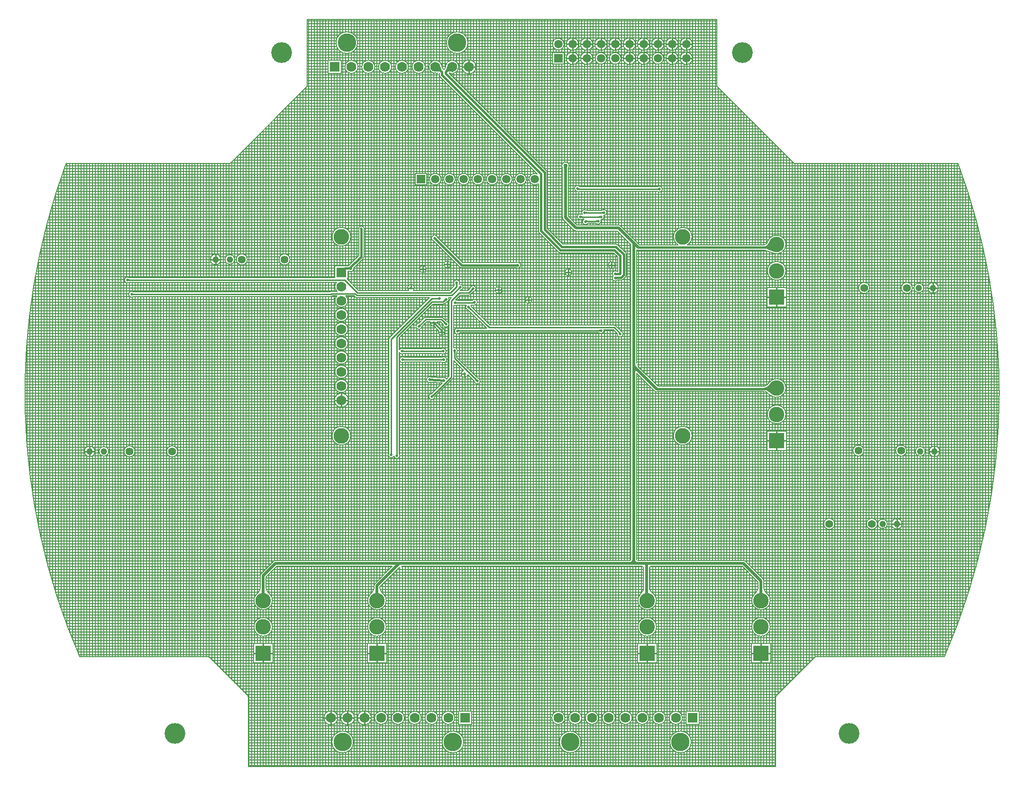
<source format=gbl>
G04*
G04 #@! TF.GenerationSoftware,Altium Limited,Altium Designer,19.1.5 (86)*
G04*
G04 Layer_Physical_Order=2*
G04 Layer_Color=16711680*
%FSLAX25Y25*%
%MOIN*%
G70*
G01*
G75*
%ADD17C,0.02000*%
%ADD18C,0.01000*%
%ADD19C,0.00800*%
%ADD46C,0.01500*%
%ADD50C,0.04600*%
%ADD51R,0.07000X0.07000*%
%ADD52C,0.07000*%
%ADD53C,0.13000*%
%ADD54C,0.14600*%
%ADD55R,0.05906X0.05906*%
%ADD56C,0.05906*%
%ADD57C,0.05512*%
%ADD58C,0.11000*%
%ADD59R,0.10925X0.10925*%
%ADD60C,0.10925*%
%ADD61C,0.02000*%
%ADD62C,0.03000*%
G36*
X220425Y493449D02*
X220420Y493399D01*
X220411Y493211D01*
X220400Y491941D01*
X219400D01*
X219369Y493470D01*
X220431D01*
X220425Y493449D01*
D02*
G37*
G36*
X219033Y490609D02*
X218623Y490701D01*
X218234Y490761D01*
X217866Y490789D01*
X217519Y490786D01*
X217194Y490751D01*
X216889Y490684D01*
X216606Y490585D01*
X216343Y490455D01*
X216102Y490293D01*
X215882Y490100D01*
X215088Y491427D01*
X215247Y491605D01*
X215401Y491819D01*
X215551Y492067D01*
X215698Y492351D01*
X215840Y492671D01*
X216113Y493416D01*
X216243Y493842D01*
X216492Y494799D01*
X219033Y490609D01*
D02*
G37*
G36*
X211630Y494303D02*
X212021Y493026D01*
X212160Y492671D01*
X212449Y492067D01*
X212599Y491819D01*
X212753Y491605D01*
X212912Y491427D01*
X212118Y490100D01*
X211898Y490293D01*
X211657Y490455D01*
X211394Y490585D01*
X211111Y490684D01*
X210806Y490751D01*
X210481Y490786D01*
X210134Y490789D01*
X209766Y490761D01*
X209377Y490701D01*
X208967Y490609D01*
X211508Y494799D01*
X211630Y494303D01*
D02*
G37*
G36*
X300540Y423411D02*
X300532Y423375D01*
X300524Y423323D01*
X300513Y423168D01*
X300500Y422653D01*
X300500Y422482D01*
X298500D01*
X298450Y423429D01*
X300550D01*
X300540Y423411D01*
D02*
G37*
G36*
X308986Y408702D02*
X309014Y408660D01*
X309052Y408622D01*
X309100Y408590D01*
X309158Y408562D01*
X309227Y408540D01*
X309305Y408522D01*
X309393Y408510D01*
X309492Y408502D01*
X309600Y408500D01*
X309466Y407500D01*
X308312Y407550D01*
X308968Y408749D01*
X308986Y408702D01*
D02*
G37*
G36*
X364786Y407300D02*
X364743Y407338D01*
X364693Y407372D01*
X364636Y407402D01*
X364571Y407428D01*
X364500Y407450D01*
X364421Y407468D01*
X364335Y407482D01*
X364242Y407492D01*
X364034Y407500D01*
Y408500D01*
X364142Y408502D01*
X364335Y408518D01*
X364421Y408532D01*
X364500Y408550D01*
X364571Y408572D01*
X364636Y408598D01*
X364693Y408628D01*
X364743Y408662D01*
X364786Y408700D01*
Y407300D01*
D02*
G37*
G36*
X325786Y390800D02*
X325743Y390838D01*
X325693Y390872D01*
X325636Y390902D01*
X325571Y390928D01*
X325500Y390950D01*
X325421Y390968D01*
X325335Y390982D01*
X325242Y390992D01*
X325034Y391000D01*
Y392000D01*
X325142Y392002D01*
X325335Y392018D01*
X325421Y392032D01*
X325500Y392050D01*
X325571Y392072D01*
X325636Y392098D01*
X325693Y392128D01*
X325743Y392162D01*
X325786Y392200D01*
Y390800D01*
D02*
G37*
G36*
X313757Y392162D02*
X313807Y392128D01*
X313864Y392098D01*
X313929Y392072D01*
X314000Y392050D01*
X314079Y392032D01*
X314165Y392018D01*
X314258Y392008D01*
X314466Y392000D01*
Y391000D01*
X314358Y390998D01*
X314165Y390982D01*
X314079Y390968D01*
X314000Y390950D01*
X313929Y390928D01*
X313864Y390902D01*
X313807Y390872D01*
X313757Y390838D01*
X313714Y390800D01*
Y392200D01*
X313757Y392162D01*
D02*
G37*
G36*
X323786Y387800D02*
X323743Y387838D01*
X323693Y387872D01*
X323636Y387902D01*
X323571Y387928D01*
X323500Y387950D01*
X323421Y387968D01*
X323335Y387982D01*
X323242Y387992D01*
X323034Y388000D01*
Y389000D01*
X323142Y389002D01*
X323335Y389018D01*
X323421Y389032D01*
X323500Y389050D01*
X323571Y389072D01*
X323636Y389098D01*
X323693Y389128D01*
X323743Y389162D01*
X323786Y389200D01*
Y387800D01*
D02*
G37*
G36*
X310757Y389162D02*
X310807Y389128D01*
X310864Y389098D01*
X310929Y389072D01*
X311000Y389050D01*
X311079Y389032D01*
X311165Y389018D01*
X311258Y389008D01*
X311466Y389000D01*
Y388000D01*
X311358Y387998D01*
X311165Y387982D01*
X311079Y387968D01*
X311000Y387950D01*
X310929Y387928D01*
X310864Y387902D01*
X310807Y387872D01*
X310757Y387838D01*
X310714Y387800D01*
Y389200D01*
X310757Y389162D01*
D02*
G37*
G36*
X321786Y384800D02*
X321743Y384838D01*
X321693Y384872D01*
X321636Y384902D01*
X321571Y384928D01*
X321500Y384950D01*
X321421Y384968D01*
X321335Y384982D01*
X321242Y384992D01*
X321034Y385000D01*
Y386000D01*
X321142Y386002D01*
X321335Y386018D01*
X321421Y386032D01*
X321500Y386050D01*
X321571Y386072D01*
X321636Y386098D01*
X321693Y386128D01*
X321743Y386162D01*
X321786Y386200D01*
Y384800D01*
D02*
G37*
G36*
X315100Y385000D02*
X314992Y384998D01*
X314893Y384990D01*
X314805Y384978D01*
X314727Y384960D01*
X314658Y384938D01*
X314600Y384910D01*
X314552Y384878D01*
X314514Y384840D01*
X314486Y384798D01*
X314469Y384751D01*
X313811Y385950D01*
X314966Y386000D01*
X315100Y385000D01*
D02*
G37*
G36*
X445778Y364018D02*
X440007Y366250D01*
X439407Y367750D01*
X439826Y367784D01*
X440232Y367885D01*
X440624Y368054D01*
X441001Y368291D01*
X441364Y368595D01*
X441713Y368967D01*
X442048Y369406D01*
X442368Y369913D01*
X442674Y370488D01*
X442967Y371130D01*
X445778Y364018D01*
D02*
G37*
G36*
X146988Y351500D02*
X146701Y351493D01*
X146445Y351470D01*
X146219Y351432D01*
X146022Y351380D01*
X145856Y351312D01*
X145720Y351230D01*
X145614Y351132D01*
X145538Y351020D01*
X145492Y350892D01*
X145476Y350750D01*
X145488Y352988D01*
X146988Y353000D01*
Y351500D01*
D02*
G37*
G36*
X-7816Y344736D02*
X-7765Y344707D01*
X-7707Y344682D01*
X-7641Y344660D01*
X-7569Y344642D01*
X-7489Y344627D01*
X-7403Y344615D01*
X-7208Y344602D01*
X-7100Y344600D01*
X-6983Y343600D01*
X-7091Y343598D01*
X-7283Y343580D01*
X-7368Y343564D01*
X-7445Y343544D01*
X-7515Y343519D01*
X-7577Y343490D01*
X-7632Y343456D01*
X-7680Y343418D01*
X-7719Y343375D01*
X-7859Y344768D01*
X-7816Y344736D01*
D02*
G37*
G36*
X223662Y341243D02*
X223628Y341193D01*
X223598Y341136D01*
X223572Y341072D01*
X223550Y341000D01*
X223532Y340921D01*
X223518Y340835D01*
X223508Y340742D01*
X223500Y340534D01*
X222500D01*
X222498Y340642D01*
X222482Y340835D01*
X222468Y340921D01*
X222450Y341000D01*
X222428Y341072D01*
X222402Y341136D01*
X222372Y341193D01*
X222338Y341243D01*
X222300Y341286D01*
X223700D01*
X223662Y341243D01*
D02*
G37*
G36*
X225490Y338000D02*
X225433Y337997D01*
X225374Y337985D01*
X225312Y337966D01*
X225248Y337939D01*
X225182Y337904D01*
X225113Y337861D01*
X225043Y337810D01*
X224970Y337751D01*
X224817Y337610D01*
X224110Y338317D01*
X224184Y338394D01*
X224310Y338543D01*
X224361Y338613D01*
X224404Y338682D01*
X224439Y338748D01*
X224466Y338812D01*
X224485Y338874D01*
X224497Y338933D01*
X224500Y338990D01*
X225490Y338000D01*
D02*
G37*
G36*
X234490Y337000D02*
X234433Y336997D01*
X234373Y336985D01*
X234312Y336966D01*
X234248Y336939D01*
X234182Y336904D01*
X234113Y336861D01*
X234043Y336810D01*
X233970Y336751D01*
X233817Y336610D01*
X233110Y337317D01*
X233185Y337394D01*
X233310Y337543D01*
X233361Y337613D01*
X233404Y337682D01*
X233439Y337748D01*
X233466Y337812D01*
X233485Y337874D01*
X233497Y337933D01*
X233500Y337990D01*
X234490Y337000D01*
D02*
G37*
G36*
X-4743Y334662D02*
X-4693Y334628D01*
X-4636Y334598D01*
X-4572Y334572D01*
X-4500Y334550D01*
X-4421Y334532D01*
X-4335Y334518D01*
X-4242Y334508D01*
X-4034Y334500D01*
Y333500D01*
X-4142Y333498D01*
X-4335Y333482D01*
X-4421Y333468D01*
X-4500Y333450D01*
X-4572Y333428D01*
X-4636Y333402D01*
X-4693Y333372D01*
X-4743Y333338D01*
X-4786Y333300D01*
Y334700D01*
X-4743Y334662D01*
D02*
G37*
G36*
X210286Y330300D02*
X210243Y330338D01*
X210193Y330372D01*
X210136Y330402D01*
X210071Y330428D01*
X210000Y330450D01*
X209921Y330468D01*
X209835Y330482D01*
X209742Y330492D01*
X209534Y330500D01*
Y331500D01*
X209642Y331502D01*
X209835Y331518D01*
X209921Y331532D01*
X210000Y331550D01*
X210071Y331572D01*
X210136Y331598D01*
X210193Y331628D01*
X210243Y331662D01*
X210286Y331700D01*
Y330300D01*
D02*
G37*
G36*
X215397Y329505D02*
X215339Y329507D01*
X215278Y329500D01*
X215216Y329485D01*
X215151Y329461D01*
X215084Y329429D01*
X215015Y329389D01*
X214944Y329340D01*
X214871Y329282D01*
X214795Y329216D01*
X214718Y329142D01*
X214087Y329926D01*
X214162Y330003D01*
X214290Y330150D01*
X214343Y330220D01*
X214388Y330287D01*
X214426Y330352D01*
X214457Y330413D01*
X214480Y330472D01*
X214495Y330529D01*
X214503Y330583D01*
X215397Y329505D01*
D02*
G37*
G36*
X235189Y327550D02*
X234034Y327500D01*
X233900Y328500D01*
X234008Y328502D01*
X234107Y328510D01*
X234195Y328522D01*
X234273Y328540D01*
X234342Y328562D01*
X234400Y328590D01*
X234448Y328622D01*
X234486Y328660D01*
X234514Y328702D01*
X234531Y328749D01*
X235189Y327550D01*
D02*
G37*
G36*
X222757Y328662D02*
X222807Y328628D01*
X222864Y328598D01*
X222929Y328572D01*
X223000Y328550D01*
X223079Y328532D01*
X223165Y328518D01*
X223258Y328508D01*
X223466Y328500D01*
Y327500D01*
X223358Y327498D01*
X223165Y327482D01*
X223079Y327468D01*
X223000Y327450D01*
X222929Y327428D01*
X222864Y327402D01*
X222807Y327372D01*
X222757Y327338D01*
X222714Y327300D01*
Y328700D01*
X222757Y328662D01*
D02*
G37*
G36*
X232448Y324988D02*
X232460Y324929D01*
X232479Y324867D01*
X232506Y324803D01*
X232541Y324737D01*
X232584Y324668D01*
X232635Y324598D01*
X232694Y324525D01*
X232835Y324372D01*
X232128Y323665D01*
X232050Y323740D01*
X231902Y323865D01*
X231832Y323916D01*
X231763Y323959D01*
X231697Y323994D01*
X231633Y324021D01*
X231571Y324040D01*
X231512Y324052D01*
X231455Y324055D01*
X232445Y325045D01*
X232448Y324988D01*
D02*
G37*
G36*
X214894Y314316D02*
X215043Y314190D01*
X215113Y314139D01*
X215182Y314096D01*
X215248Y314061D01*
X215312Y314034D01*
X215373Y314015D01*
X215433Y314003D01*
X215490Y314000D01*
X214500Y313010D01*
X214497Y313067D01*
X214485Y313126D01*
X214466Y313188D01*
X214439Y313252D01*
X214404Y313318D01*
X214361Y313387D01*
X214310Y313457D01*
X214251Y313530D01*
X214110Y313683D01*
X214817Y314390D01*
X214894Y314316D01*
D02*
G37*
G36*
X208003Y313933D02*
X208015Y313874D01*
X208034Y313812D01*
X208061Y313748D01*
X208096Y313682D01*
X208139Y313613D01*
X208190Y313543D01*
X208249Y313470D01*
X208390Y313317D01*
X207683Y312610D01*
X207606Y312684D01*
X207457Y312810D01*
X207387Y312861D01*
X207318Y312904D01*
X207252Y312939D01*
X207188Y312966D01*
X207126Y312985D01*
X207067Y312997D01*
X207010Y313000D01*
X208000Y313990D01*
X208003Y313933D01*
D02*
G37*
G36*
X197890Y312183D02*
X197816Y312106D01*
X197690Y311957D01*
X197639Y311887D01*
X197596Y311818D01*
X197561Y311752D01*
X197534Y311688D01*
X197515Y311627D01*
X197503Y311567D01*
X197500Y311510D01*
X196510Y312500D01*
X196567Y312503D01*
X196626Y312515D01*
X196688Y312534D01*
X196752Y312561D01*
X196818Y312596D01*
X196887Y312639D01*
X196957Y312690D01*
X197030Y312749D01*
X197183Y312890D01*
X197890Y312183D01*
D02*
G37*
G36*
X213091Y308306D02*
X211800Y308214D01*
X211823Y308244D01*
X211834Y308280D01*
X211835Y308321D01*
X211824Y308368D01*
X211803Y308420D01*
X211771Y308478D01*
X211727Y308541D01*
X211672Y308609D01*
X211607Y308683D01*
X211530Y308763D01*
X212429Y309278D01*
X213091Y308306D01*
D02*
G37*
G36*
X323786Y307800D02*
X323743Y307838D01*
X323693Y307872D01*
X323636Y307902D01*
X323571Y307928D01*
X323500Y307950D01*
X323421Y307968D01*
X323335Y307982D01*
X323242Y307992D01*
X323034Y308000D01*
Y309000D01*
X323142Y309002D01*
X323335Y309018D01*
X323421Y309032D01*
X323500Y309050D01*
X323571Y309072D01*
X323636Y309098D01*
X323693Y309128D01*
X323743Y309162D01*
X323786Y309200D01*
Y307800D01*
D02*
G37*
G36*
X225100Y308000D02*
X224992Y307997D01*
X224893Y307990D01*
X224805Y307978D01*
X224727Y307960D01*
X224658Y307938D01*
X224600Y307910D01*
X224552Y307878D01*
X224514Y307840D01*
X224486Y307798D01*
X224468Y307751D01*
X223812Y308950D01*
X224966Y309000D01*
X225100Y308000D01*
D02*
G37*
G36*
X337891Y307317D02*
X338284Y306971D01*
X338317Y306951D01*
X338344Y306939D01*
X337068Y306363D01*
X337084Y306416D01*
X337089Y306472D01*
X337084Y306531D01*
X337070Y306593D01*
X337045Y306657D01*
X337011Y306725D01*
X336966Y306794D01*
X336912Y306867D01*
X336847Y306942D01*
X336773Y307020D01*
X337811Y307396D01*
X337891Y307317D01*
D02*
G37*
G36*
X212786Y293300D02*
X212743Y293338D01*
X212693Y293372D01*
X212636Y293402D01*
X212572Y293428D01*
X212500Y293450D01*
X212421Y293468D01*
X212335Y293482D01*
X212242Y293492D01*
X212034Y293500D01*
Y294500D01*
X212142Y294502D01*
X212335Y294518D01*
X212421Y294532D01*
X212500Y294550D01*
X212572Y294572D01*
X212636Y294598D01*
X212693Y294628D01*
X212743Y294662D01*
X212786Y294700D01*
Y293300D01*
D02*
G37*
G36*
X185257Y294662D02*
X185307Y294628D01*
X185364Y294598D01*
X185429Y294572D01*
X185500Y294550D01*
X185579Y294532D01*
X185665Y294518D01*
X185758Y294508D01*
X185966Y294500D01*
Y293500D01*
X185858Y293498D01*
X185665Y293482D01*
X185579Y293468D01*
X185500Y293450D01*
X185429Y293428D01*
X185364Y293402D01*
X185307Y293372D01*
X185257Y293338D01*
X185214Y293300D01*
Y294700D01*
X185257Y294662D01*
D02*
G37*
G36*
X222162Y293743D02*
X222128Y293693D01*
X222098Y293636D01*
X222072Y293571D01*
X222050Y293500D01*
X222032Y293421D01*
X222018Y293335D01*
X222008Y293242D01*
X222000Y293034D01*
X221000D01*
X220998Y293142D01*
X220982Y293335D01*
X220968Y293421D01*
X220950Y293500D01*
X220928Y293571D01*
X220902Y293636D01*
X220872Y293693D01*
X220838Y293743D01*
X220800Y293786D01*
X222200D01*
X222162Y293743D01*
D02*
G37*
G36*
X213286Y287300D02*
X213243Y287338D01*
X213193Y287372D01*
X213136Y287402D01*
X213071Y287428D01*
X213000Y287450D01*
X212921Y287468D01*
X212835Y287482D01*
X212742Y287492D01*
X212534Y287500D01*
Y288500D01*
X212642Y288502D01*
X212835Y288518D01*
X212921Y288532D01*
X213000Y288550D01*
X213071Y288572D01*
X213136Y288598D01*
X213193Y288628D01*
X213243Y288662D01*
X213286Y288700D01*
Y287300D01*
D02*
G37*
G36*
X185757Y288662D02*
X185807Y288628D01*
X185864Y288598D01*
X185928Y288572D01*
X186000Y288550D01*
X186079Y288532D01*
X186165Y288518D01*
X186258Y288508D01*
X186466Y288500D01*
Y287500D01*
X186358Y287498D01*
X186165Y287482D01*
X186079Y287468D01*
X186000Y287450D01*
X185928Y287428D01*
X185864Y287402D01*
X185807Y287372D01*
X185757Y287338D01*
X185714Y287300D01*
Y288700D01*
X185757Y288662D01*
D02*
G37*
G36*
X348514Y285520D02*
X348557Y285138D01*
X348627Y284767D01*
X348726Y284408D01*
X348853Y284061D01*
X349009Y283725D01*
X349193Y283401D01*
X349405Y283089D01*
X349645Y282789D01*
X349914Y282500D01*
Y279672D01*
X349645Y279920D01*
X349405Y280101D01*
X349193Y280213D01*
X349009Y280257D01*
X348853Y280232D01*
X348726Y280139D01*
X348627Y279978D01*
X348557Y279749D01*
X348514Y279452D01*
X348500Y279086D01*
X346500Y283500D01*
X348500Y285914D01*
X348514Y285520D01*
D02*
G37*
G36*
X236894Y274316D02*
X237043Y274190D01*
X237113Y274139D01*
X237182Y274096D01*
X237248Y274061D01*
X237312Y274034D01*
X237373Y274015D01*
X237433Y274003D01*
X237490Y274000D01*
X236500Y273010D01*
X236497Y273067D01*
X236485Y273127D01*
X236466Y273188D01*
X236439Y273252D01*
X236404Y273318D01*
X236361Y273387D01*
X236310Y273457D01*
X236251Y273530D01*
X236110Y273683D01*
X236817Y274390D01*
X236894Y274316D01*
D02*
G37*
G36*
X444468Y263841D02*
X443799Y264394D01*
X442008Y265705D01*
X441484Y266026D01*
X440996Y266288D01*
X440544Y266492D01*
X440128Y266637D01*
X439749Y266725D01*
X439406Y266754D01*
X439265Y268254D01*
X439651Y268286D01*
X440051Y268382D01*
X440465Y268542D01*
X440893Y268766D01*
X441336Y269054D01*
X441793Y269407D01*
X442264Y269823D01*
X442749Y270303D01*
X443763Y271456D01*
X444468Y263841D01*
D02*
G37*
G36*
X206910Y262592D02*
X206835Y262514D01*
X206708Y262367D01*
X206655Y262297D01*
X206610Y262230D01*
X206572Y262165D01*
X206542Y262103D01*
X206520Y262043D01*
X206505Y261986D01*
X206498Y261931D01*
X205589Y262996D01*
X205647Y262995D01*
X205707Y263003D01*
X205770Y263018D01*
X205835Y263043D01*
X205901Y263075D01*
X205970Y263116D01*
X206042Y263165D01*
X206115Y263223D01*
X206190Y263289D01*
X206268Y263364D01*
X206910Y262592D01*
D02*
G37*
G36*
X177502Y222358D02*
X177518Y222165D01*
X177532Y222079D01*
X177550Y222000D01*
X177572Y221929D01*
X177598Y221864D01*
X177628Y221807D01*
X177662Y221757D01*
X177700Y221714D01*
X176300D01*
X176338Y221757D01*
X176372Y221807D01*
X176402Y221864D01*
X176428Y221929D01*
X176450Y222000D01*
X176468Y222079D01*
X176482Y222165D01*
X176492Y222258D01*
X176500Y222466D01*
X177500D01*
X177502Y222358D01*
D02*
G37*
G36*
X181502Y221858D02*
X181518Y221665D01*
X181532Y221579D01*
X181550Y221500D01*
X181572Y221428D01*
X181598Y221364D01*
X181628Y221307D01*
X181662Y221257D01*
X181700Y221214D01*
X180300D01*
X180338Y221257D01*
X180372Y221307D01*
X180402Y221364D01*
X180428Y221428D01*
X180450Y221500D01*
X180468Y221579D01*
X180482Y221665D01*
X180492Y221758D01*
X180500Y221966D01*
X181500D01*
X181502Y221858D01*
D02*
G37*
G36*
X348520Y147292D02*
X348580Y146952D01*
X348680Y146652D01*
X348820Y146392D01*
X349000Y146172D01*
X349220Y145992D01*
X349480Y145852D01*
X349780Y145752D01*
X350120Y145692D01*
X350500Y145672D01*
X347500Y143672D01*
X344500Y145672D01*
X344880Y145692D01*
X345220Y145752D01*
X345520Y145852D01*
X345780Y145992D01*
X346000Y146172D01*
X346180Y146392D01*
X346320Y146652D01*
X346420Y146952D01*
X346480Y147292D01*
X346500Y147672D01*
X348500D01*
X348520Y147292D01*
D02*
G37*
D17*
X437000Y118508D02*
Y132343D01*
X424672Y144672D02*
X437000Y132343D01*
X356500Y144672D02*
X424672D01*
X347500D02*
X356500D01*
Y119008D02*
Y144672D01*
Y119008D02*
X357000Y118508D01*
X95672Y144672D02*
X182672D01*
X167000Y129000D02*
X182672Y144672D01*
X167000Y118508D02*
Y129000D01*
X87000Y118508D02*
Y136000D01*
X95672Y144672D01*
X182672D02*
X347500D01*
X336908Y380600D02*
X350508Y367000D01*
X347500Y144672D02*
Y283500D01*
Y369000D01*
Y283500D02*
X363496Y267504D01*
X306900Y380600D02*
X336908D01*
X299500Y388000D02*
X306900Y380600D01*
X299500Y388000D02*
Y424500D01*
D18*
X384500Y510000D02*
X388453D01*
X384500D02*
Y513953D01*
Y506047D02*
Y510000D01*
X380547D02*
X384500D01*
Y500000D02*
Y503953D01*
X380547Y500000D02*
X384500D01*
X388453D01*
X374500Y510000D02*
Y513953D01*
Y510000D02*
X378453D01*
X374500Y506047D02*
Y510000D01*
X370547D02*
X374500D01*
X364500D02*
Y513953D01*
X374500Y500000D02*
X378453D01*
X374500D02*
Y503953D01*
X370547Y500000D02*
X374500D01*
X384500Y496047D02*
Y500000D01*
X374500Y496047D02*
Y500000D01*
X364500Y510000D02*
X368453D01*
X364500Y506047D02*
Y510000D01*
X360547D02*
X364500D01*
X354500D02*
Y513953D01*
X350547Y510000D02*
X354500D01*
X358453D01*
X354500Y506047D02*
Y510000D01*
X344500D02*
X348453D01*
X344500D02*
Y513953D01*
Y506047D02*
Y510000D01*
X334500D02*
X338453D01*
X340547D02*
X344500D01*
Y500000D02*
X348453D01*
X340547D02*
X344500D01*
X354500D02*
X358453D01*
X354500D02*
Y503953D01*
X350547Y500000D02*
X354500D01*
Y496047D02*
Y500000D01*
X344500D02*
Y503953D01*
Y496047D02*
Y500000D01*
X558000Y338500D02*
Y341800D01*
Y338500D02*
X561300D01*
X554700D02*
X558000D01*
Y335200D02*
Y338500D01*
X448000Y332000D02*
X454463D01*
X448000D02*
Y338462D01*
X441537Y332000D02*
X448000D01*
Y325537D02*
Y332000D01*
X334500Y510000D02*
Y513953D01*
X324500Y510000D02*
Y513953D01*
X334500Y506047D02*
Y510000D01*
X330547D02*
X334500D01*
X320547D02*
X324500D01*
X328453D01*
X314500D02*
X318453D01*
X324500Y506047D02*
Y510000D01*
X314500D02*
Y513953D01*
X304500Y510000D02*
Y513953D01*
X314500Y506047D02*
Y510000D01*
X310547D02*
X314500D01*
X300547D02*
X304500D01*
X308453D01*
X304500Y506047D02*
Y510000D01*
X314500Y500000D02*
Y503953D01*
Y500000D02*
X318453D01*
X310547D02*
X314500D01*
Y496047D02*
Y500000D01*
X304500D02*
X308453D01*
X304500D02*
Y503953D01*
Y496047D02*
Y500000D01*
X300547D02*
X304500D01*
X332000Y354500D02*
Y356500D01*
X330000Y354500D02*
X332000D01*
X334000D01*
X332000Y352500D02*
Y354500D01*
X301500Y349500D02*
X303500D01*
X301500D02*
Y351500D01*
Y347500D02*
Y349500D01*
X299500D02*
X301500D01*
X252500Y337000D02*
Y339000D01*
Y337000D02*
X254500D01*
X252500Y335000D02*
Y337000D01*
X250500D02*
X252500D01*
X273500Y330000D02*
Y332000D01*
Y330000D02*
X275500D01*
X271500D02*
X273500D01*
Y328000D02*
Y330000D01*
X559000Y223500D02*
Y226800D01*
X555700Y223500D02*
X559000D01*
X562300D01*
X559000Y220200D02*
Y223500D01*
X448000Y231000D02*
X454463D01*
X448000D02*
Y237462D01*
Y224537D02*
Y231000D01*
X441537D02*
X448000D01*
X532500Y172500D02*
X535800D01*
X532500D02*
Y175800D01*
X529200Y172500D02*
X532500D01*
Y169200D02*
Y172500D01*
X437000Y81500D02*
Y87963D01*
Y81500D02*
X443463D01*
X437000Y75037D02*
Y81500D01*
X430537D02*
X437000D01*
X357000D02*
X363463D01*
X357000D02*
Y87963D01*
Y75037D02*
Y81500D01*
X350537D02*
X357000D01*
X231700Y494000D02*
Y498500D01*
Y494000D02*
X236200D01*
X231700Y489500D02*
Y494000D01*
X227200D02*
X231700D01*
X216500Y355000D02*
Y357000D01*
Y355000D02*
X218500D01*
X214500D02*
X216500D01*
Y353000D02*
Y355000D01*
X199185Y351685D02*
X201185D01*
X199185D02*
Y353685D01*
Y349685D02*
Y351685D01*
X197185D02*
X199185D01*
X212500Y307500D02*
Y309500D01*
Y307500D02*
X214500D01*
X212500Y305500D02*
Y307500D01*
X210500D02*
X212500D01*
X205000Y314000D02*
X207000D01*
Y312000D02*
Y314000D01*
X209000D01*
X53559Y358500D02*
Y361800D01*
X191000Y338500D02*
X193000D01*
X191000D02*
Y340500D01*
X189000Y338500D02*
X191000D01*
X50259Y358500D02*
X53559D01*
X56859D01*
X53559Y355200D02*
Y358500D01*
X226500Y278000D02*
X228500D01*
Y276000D02*
Y278000D01*
X167000Y81500D02*
Y87963D01*
Y81500D02*
X173463D01*
X167000Y75037D02*
Y81500D01*
X160537D02*
X167000D01*
X142000Y255000D02*
Y259500D01*
X146500D01*
X142000D02*
Y264000D01*
X137500Y259500D02*
X142000D01*
X-35000Y223500D02*
Y226800D01*
X-38300Y223500D02*
X-35000D01*
X-31700D01*
X-35000Y220200D02*
Y223500D01*
X146350Y36000D02*
X150850D01*
X146350D02*
Y40500D01*
X134550Y36000D02*
Y40500D01*
X130050Y36000D02*
X134550D01*
X158150D02*
X162650D01*
X158150D02*
Y40500D01*
X153650Y36000D02*
X158150D01*
Y31500D02*
Y36000D01*
X146350Y31500D02*
Y36000D01*
X141850D02*
X146350D01*
X134550D02*
X139050D01*
X134550Y31500D02*
Y36000D01*
X87000Y75037D02*
Y81500D01*
Y87963D01*
Y81500D02*
X93463D01*
X80537D02*
X87000D01*
X219900Y490600D02*
Y494000D01*
X313000Y391500D02*
X326500D01*
X310000Y388500D02*
X324500D01*
X314000Y385500D02*
X322500D01*
X313500Y385000D02*
X314000Y385500D01*
X-5300Y334000D02*
Y334200D01*
Y334000D02*
X134500D01*
X135000Y334500D01*
X151596D01*
X152896Y333200D01*
X219700D01*
X-8400Y344100D02*
X144400D01*
X-8500Y344000D02*
X-8400Y344100D01*
X144400D02*
X153400Y335100D01*
X218600D01*
X181000Y220500D02*
Y304096D01*
X215500Y330500D02*
X215625Y330375D01*
X181000Y304096D02*
X205702Y328798D01*
X177000Y302500D02*
X205500Y331000D01*
X177000Y221000D02*
Y302500D01*
X205702Y328798D02*
X213667D01*
X207000Y314000D02*
X212500Y308500D01*
X201200Y316200D02*
X212300D01*
X184500Y294000D02*
X213500D01*
X219300Y275689D02*
Y329300D01*
X205611Y262000D02*
X219300Y275689D01*
X205500Y262000D02*
X205611D01*
X185000Y288000D02*
X214000D01*
X212500Y307500D02*
Y308500D01*
X219300Y329300D02*
X225000Y335000D01*
X212300Y316200D02*
X215500Y313000D01*
X196500Y311500D02*
X201200Y316200D01*
X213667Y328798D02*
X215369Y330500D01*
X215500D01*
X205500Y331000D02*
X211000D01*
X221500Y289000D02*
X237500Y273000D01*
X221500Y289000D02*
Y294500D01*
X218600Y335100D02*
X223000Y339500D01*
X219700Y333200D02*
X225500Y339000D01*
X245800Y310700D02*
X333800D01*
X231445Y325055D02*
X245800Y310700D01*
X333800D02*
X338000Y306500D01*
Y306000D02*
Y306500D01*
X224000Y308500D02*
X324500D01*
X223500Y308000D02*
X224000Y308500D01*
X225000Y335000D02*
X231500D01*
X235229Y328500D02*
X235500D01*
X234729Y328000D02*
X235229Y328500D01*
X222000Y328000D02*
X234729D01*
X223000Y339500D02*
Y342000D01*
X231500Y335000D02*
X234500Y338000D01*
X308000Y408500D02*
X308271D01*
X308771Y408000D01*
X365500D01*
D19*
X388853Y510000D02*
G03*
X388853Y510000I-4353J0D01*
G01*
X378853D02*
G03*
X378853Y510000I-4353J0D01*
G01*
X405900Y481000D02*
G03*
X406369Y479869I1600J0D01*
G01*
X405900Y481000D02*
G03*
X406370Y479867I1600J0D01*
G01*
X459867Y426370D02*
G03*
X461000Y425900I1133J1130D01*
G01*
X459869Y426369D02*
G03*
X461000Y425900I1131J1131D01*
G01*
X388853Y500000D02*
G03*
X388853Y500000I-4353J0D01*
G01*
X378853D02*
G03*
X378853Y500000I-4353J0D01*
G01*
X368853Y510000D02*
G03*
X368853Y510000I-4353J0D01*
G01*
X358853D02*
G03*
X358853Y510000I-4353J0D01*
G01*
X348853D02*
G03*
X348853Y510000I-4353J0D01*
G01*
X338853D02*
G03*
X338853Y510000I-4353J0D01*
G01*
X368553Y500000D02*
G03*
X368553Y500000I-4053J0D01*
G01*
X358853D02*
G03*
X358853Y500000I-4353J0D01*
G01*
X338553D02*
G03*
X338553Y500000I-4053J0D01*
G01*
X348853D02*
G03*
X348853Y500000I-4353J0D01*
G01*
X445461Y362957D02*
G03*
X454563Y369008I2539J6051D01*
G01*
D02*
G03*
X442004Y371676I-6563J0D01*
G01*
X454563Y350504D02*
G03*
X454563Y350504I-6563J0D01*
G01*
X367600Y408000D02*
G03*
X364176Y409630I-2100J0D01*
G01*
X364174Y406371D02*
G03*
X367600Y408000I1326J1629D01*
G01*
X388600Y374500D02*
G03*
X378589Y368850I-6600J0D01*
G01*
X385411D02*
G03*
X388600Y374500I-3411J5650D01*
G01*
X561700Y338500D02*
G03*
X561700Y338500I-3700J0D01*
G01*
X551400D02*
G03*
X551400Y338500I-3400J0D01*
G01*
X543356D02*
G03*
X543356Y338500I-3856J0D01*
G01*
X513356D02*
G03*
X513356Y338500I-3856J0D01*
G01*
X338397Y382081D02*
G03*
X336908Y382700I-1488J-1481D01*
G01*
X338393Y382085D02*
G03*
X336908Y382700I-1485J-1485D01*
G01*
X349600Y365106D02*
G03*
X351502Y365150I908J1894D01*
G01*
X342350Y362035D02*
G03*
X341808Y363344I-1850J0D01*
G01*
X336344Y368808D02*
G03*
X335035Y369350I-1308J-1308D01*
G01*
X336344Y368808D02*
G03*
X335035Y369350I-1308J-1308D01*
G01*
X342350Y362035D02*
G03*
X341808Y363344I-1850J0D01*
G01*
Y346406D02*
G03*
X342350Y347714I-1308J1308D01*
G01*
X341808Y346406D02*
G03*
X342350Y347714I-1308J1308D01*
G01*
X338535Y343900D02*
G03*
X339844Y344442I0J1850D01*
G01*
X338535Y343900D02*
G03*
X339844Y344442I0J1850D01*
G01*
X328853Y510000D02*
G03*
X328853Y510000I-4353J0D01*
G01*
X318853D02*
G03*
X318853Y510000I-4353J0D01*
G01*
X308853D02*
G03*
X308853Y510000I-4353J0D01*
G01*
X328553Y500000D02*
G03*
X328553Y500000I-4053J0D01*
G01*
X318853D02*
G03*
X318853Y500000I-4353J0D01*
G01*
X308853D02*
G03*
X308853Y500000I-4353J0D01*
G01*
X301631Y423010D02*
G03*
X302100Y424500I-2131J1490D01*
G01*
X298553Y510000D02*
G03*
X298553Y510000I-4053J0D01*
G01*
X302100Y424500D02*
G03*
X297347Y423042I-2600J0D01*
G01*
X286653Y419733D02*
G03*
X286111Y421041I-1850J0D01*
G01*
X286653Y419733D02*
G03*
X286111Y421041I-1850J0D01*
G01*
X279709Y418675D02*
G03*
X280453Y411774I-1709J-3675D01*
G01*
X262053Y415000D02*
G03*
X262053Y415000I-4053J0D01*
G01*
X272053D02*
G03*
X272053Y415000I-4053J0D01*
G01*
X242053D02*
G03*
X242053Y415000I-4053J0D01*
G01*
X252053D02*
G03*
X252053Y415000I-4053J0D01*
G01*
X326396Y389403D02*
G03*
X328600Y391500I104J2097D01*
G01*
X326600Y388500D02*
G03*
X326396Y389403I-2100J0D01*
G01*
X328600Y391500D02*
G03*
X325176Y393130I-2100J0D01*
G01*
X324396Y386403D02*
G03*
X326600Y388500I104J2097D01*
G01*
X324600Y385500D02*
G03*
X324396Y386403I-2100J0D01*
G01*
X321174Y383871D02*
G03*
X324600Y385500I1326J1629D01*
G01*
X312606Y386900D02*
G03*
X315289Y383900I894J-1900D01*
G01*
X314326Y393129D02*
G03*
X311413Y390124I-1326J-1629D01*
G01*
X309789Y409600D02*
G03*
X308331Y406426I-1789J-1100D01*
G01*
X311326Y390129D02*
G03*
X311324Y386870I-1326J-1629D01*
G01*
X305415Y379115D02*
G03*
X306900Y378500I1485J1485D01*
G01*
X305412Y379119D02*
G03*
X306900Y378500I1488J1481D01*
G01*
X334400Y354500D02*
G03*
X334400Y354500I-2400J0D01*
G01*
X334933Y311830D02*
G03*
X333800Y312300I-1133J-1130D01*
G01*
X334931Y311831D02*
G03*
X333800Y312300I-1131J-1131D01*
G01*
X335860Y350100D02*
G03*
X333030Y347000I-1360J-1600D01*
G01*
D02*
G03*
X335860Y343900I1470J-1500D01*
G01*
X297400Y388000D02*
G03*
X298019Y386511I2100J0D01*
G01*
X297400Y388000D02*
G03*
X298015Y386515I2100J0D01*
G01*
X303900Y349500D02*
G03*
X303900Y349500I-2400J0D01*
G01*
X280453Y378662D02*
G03*
X280995Y377354I1850J0D01*
G01*
X280453Y378662D02*
G03*
X280995Y377354I1850J0D01*
G01*
X294656Y363692D02*
G03*
X295965Y363150I1308J1308D01*
G01*
X294656Y363692D02*
G03*
X295965Y363150I1308J1308D01*
G01*
X268100Y354500D02*
G03*
X265006Y356350I-2100J0D01*
G01*
Y352650D02*
G03*
X268100Y354500I994J1850D01*
G01*
X254900Y337000D02*
G03*
X254900Y337000I-2400J0D01*
G01*
X234714Y335911D02*
G03*
X236600Y338000I-214J2089D01*
G01*
X275900Y330000D02*
G03*
X275900Y330000I-2400J0D01*
G01*
X237600Y328500D02*
G03*
X233711Y329600I-2100J0D01*
G01*
X235169Y326426D02*
G03*
X237600Y328500I331J2074D01*
G01*
X233534Y325270D02*
G03*
X233058Y326400I-2089J-214D01*
G01*
X604500Y264500D02*
G03*
X575617Y425900I-465400J0D01*
G01*
X562700Y223500D02*
G03*
X562700Y223500I-3700J0D01*
G01*
X552400D02*
G03*
X552400Y223500I-3400J0D01*
G01*
X539356Y224000D02*
G03*
X539356Y224000I-3856J0D01*
G01*
X509356D02*
G03*
X509356Y224000I-3856J0D01*
G01*
X565977Y79100D02*
G03*
X604500Y264500I-426877J185400D01*
G01*
X454563Y268008D02*
G03*
X442996Y272254I-6563J0D01*
G01*
X443850Y262924D02*
G03*
X454563Y268008I4150J5083D01*
G01*
Y249504D02*
G03*
X454563Y249504I-6563J0D01*
G01*
X536200Y172500D02*
G03*
X536200Y172500I-3700J0D01*
G01*
X525900D02*
G03*
X525900Y172500I-3400J0D01*
G01*
X518856D02*
G03*
X518856Y172500I-3856J0D01*
G01*
X488856D02*
G03*
X488856Y172500I-3856J0D01*
G01*
X439100Y132343D02*
G03*
X438481Y133832I-2100J0D01*
G01*
X439100Y132343D02*
G03*
X438485Y133828I-2100J0D01*
G01*
X443563Y118508D02*
G03*
X441690Y123099I-6563J0D01*
G01*
X476000Y79100D02*
G03*
X474867Y78630I0J-1600D01*
G01*
X476000Y79100D02*
G03*
X474869Y78631I0J-1600D01*
G01*
X447870Y51633D02*
G03*
X447400Y50500I1130J-1133D01*
G01*
X447869Y51631D02*
G03*
X447400Y50500I1131J-1131D01*
G01*
X426157Y146157D02*
G03*
X424672Y146772I-1485J-1485D01*
G01*
X426160Y146153D02*
G03*
X424672Y146772I-1488J-1481D01*
G01*
X432318Y123107D02*
G03*
X443563Y118508I4682J-4599D01*
G01*
Y100004D02*
G03*
X443563Y100004I-6563J0D01*
G01*
X362011Y266019D02*
G03*
X364490Y265654I1485J1485D01*
G01*
X388600Y234500D02*
G03*
X388600Y234500I-6600J0D01*
G01*
X340100Y306000D02*
G03*
X338968Y307863I-2100J0D01*
G01*
X335922Y306302D02*
G03*
X340100Y306000I2078J-302D01*
G01*
X326600Y308500D02*
G03*
X326513Y309100I-2100J0D01*
G01*
X323174Y306871D02*
G03*
X326600Y308500I1326J1629D01*
G01*
X239600Y273000D02*
G03*
X237717Y275089I-2100J0D01*
G01*
X235411Y272786D02*
G03*
X239600Y273000I2089J214D01*
G01*
X363563Y118508D02*
G03*
X361243Y123515I-6563J0D01*
G01*
X381750Y36000D02*
G03*
X381750Y36000I-4600J0D01*
G01*
X388050Y19000D02*
G03*
X388050Y19000I-7600J0D01*
G01*
X369950Y36000D02*
G03*
X369950Y36000I-4600J0D01*
G01*
X351918Y122661D02*
G03*
X363563Y118508I5082J-4153D01*
G01*
Y100004D02*
G03*
X363563Y100004I-6563J0D01*
G01*
X358150Y36000D02*
G03*
X358150Y36000I-4600J0D01*
G01*
X346350D02*
G03*
X346350Y36000I-4600J0D01*
G01*
X334550D02*
G03*
X334550Y36000I-4600J0D01*
G01*
X322750D02*
G03*
X322750Y36000I-4600J0D01*
G01*
X310950D02*
G03*
X310950Y36000I-4600J0D01*
G01*
X299150D02*
G03*
X299150Y36000I-4600J0D01*
G01*
X310450Y19000D02*
G03*
X310450Y19000I-7600J0D01*
G01*
X231000Y511000D02*
G03*
X231000Y511000I-7600J0D01*
G01*
X236600Y494000D02*
G03*
X236600Y494000I-4900J0D01*
G01*
X224500D02*
G03*
X215453Y495176I-4600J0D01*
G01*
X221120Y489565D02*
G03*
X224500Y494000I-1220J4435D01*
G01*
X218708Y489533D02*
G03*
X221120Y489565I1192J1068D01*
G01*
X232053Y415000D02*
G03*
X232053Y415000I-4053J0D01*
G01*
X210900Y488250D02*
G03*
X211442Y486942I1850J0D01*
G01*
X210900Y488250D02*
G03*
X211442Y486942I1850J0D01*
G01*
X222053Y415000D02*
G03*
X222053Y415000I-4053J0D01*
G01*
X212549Y495169D02*
G03*
X209110Y489512I-4449J-1169D01*
G01*
X200900Y494000D02*
G03*
X200900Y494000I-4600J0D01*
G01*
X212053Y415000D02*
G03*
X212053Y415000I-4053J0D01*
G01*
X209511Y374106D02*
G03*
X206894Y371489I-2011J-605D01*
G01*
X225192Y353192D02*
G03*
X226500Y352650I1308J1308D01*
G01*
X227600Y339000D02*
G03*
X224844Y340995I-2100J0D01*
G01*
X236600Y338000D02*
G03*
X232411Y338217I-2100J0D01*
G01*
X231500Y333400D02*
G03*
X232633Y333870I0J1600D01*
G01*
X231500Y333400D02*
G03*
X232631Y333869I0J1600D01*
G01*
X225714Y336911D02*
G03*
X227600Y339000I-214J2089D01*
G01*
X225192Y353192D02*
G03*
X226500Y352650I1308J1308D01*
G01*
X218900Y355000D02*
G03*
X218900Y355000I-2400J0D01*
G01*
X225100Y342000D02*
G03*
X221370Y340676I-2100J0D01*
G01*
X224844Y340995D02*
G03*
X225100Y342000I-1844J1005D01*
G01*
X223326Y329629D02*
G03*
X222336Y330073I-1326J-1629D01*
G01*
X217600Y330500D02*
G03*
X217289Y331600I-2100J0D01*
G01*
X229832Y326400D02*
G03*
X231228Y322966I1613J-1345D01*
G01*
X223767Y310083D02*
G03*
X225289Y306900I-267J-2083D01*
G01*
X218170Y330433D02*
G03*
X217700Y329300I1130J-1133D01*
G01*
X220900Y326211D02*
G03*
X223324Y326370I1100J1789D01*
G01*
X218169Y330431D02*
G03*
X217700Y329300I1131J-1131D01*
G01*
X215567Y328401D02*
G03*
X217600Y330500I-67J2099D01*
G01*
X213667Y327198D02*
G03*
X214798Y327667I0J1600D01*
G01*
X213667Y327198D02*
G03*
X214799Y327668I0J1600D01*
G01*
X223600Y294500D02*
G03*
X220900Y296513I-2100J0D01*
G01*
X223129Y293174D02*
G03*
X223600Y294500I-1629J1326D01*
G01*
X217600Y313000D02*
G03*
X215717Y315089I-2100J0D01*
G01*
X214900Y307500D02*
G03*
X213662Y309600I-2400J0D01*
G01*
X213431Y317331D02*
G03*
X212300Y317800I-1131J-1131D01*
G01*
X213433Y317330D02*
G03*
X212300Y317800I-1133J-1130D01*
G01*
X201585Y351685D02*
G03*
X201585Y351685I-2400J0D01*
G01*
X201200Y317800D02*
G03*
X200069Y317331I0J-1600D01*
G01*
X201200Y317800D02*
G03*
X200067Y317330I0J-1600D01*
G01*
X213411Y312786D02*
G03*
X217600Y313000I2089J214D01*
G01*
X210293Y308444D02*
G03*
X214900Y307500I2207J-944D01*
G01*
X215600Y294000D02*
G03*
X212176Y295630I-2100J0D01*
G01*
X209400Y314000D02*
G03*
X209324Y314600I-2400J0D01*
G01*
X204676D02*
G03*
X207134Y311604I2324J-600D01*
G01*
X196286Y313589D02*
G03*
X198589Y311283I214J-2089D01*
G01*
X153400Y511000D02*
G03*
X153400Y511000I-7600J0D01*
G01*
X189100Y494000D02*
G03*
X189100Y494000I-4600J0D01*
G01*
X165500D02*
G03*
X165500Y494000I-4600J0D01*
G01*
X177300D02*
G03*
X177300Y494000I-4600J0D01*
G01*
X158150Y379950D02*
G03*
X154150Y379056I-2100J0D01*
G01*
X157850Y378868D02*
G03*
X158150Y379950I-1800J1082D01*
G01*
X157308Y359192D02*
G03*
X157850Y360500I-1308J1308D01*
G01*
X157308Y359192D02*
G03*
X157850Y360500I-1308J1308D01*
G01*
X153700Y494000D02*
G03*
X153700Y494000I-4600J0D01*
G01*
X148600Y374500D02*
G03*
X148600Y374500I-6600J0D01*
G01*
X117630Y479867D02*
G03*
X118100Y481000I-1130J1133D01*
G01*
X117631Y479869D02*
G03*
X118100Y481000I-1131J1131D01*
G01*
X63000Y425900D02*
G03*
X64133Y426370I0J1600D01*
G01*
X63000Y425900D02*
G03*
X64131Y426369I0J1600D01*
G01*
X105856Y358500D02*
G03*
X105856Y358500I-3856J0D01*
G01*
X66959D02*
G03*
X66959Y358500I-3400J0D01*
G01*
X57259D02*
G03*
X57259Y358500I-3700J0D01*
G01*
X75856D02*
G03*
X75856Y358500I-3856J0D01*
G01*
X150600Y352000D02*
G03*
X150554Y352438I-2100J0D01*
G01*
X147140Y350400D02*
G03*
X150600Y352000I1360J1600D01*
G01*
X192587Y336700D02*
G03*
X193400Y338500I-1587J1800D01*
G01*
D02*
G03*
X189413Y336700I-2400J0D01*
G01*
X138513Y342500D02*
G03*
X138902Y336100I3487J-3000D01*
G01*
X135000D02*
G03*
X133869Y335631I0J-1600D01*
G01*
X135000Y336100D02*
G03*
X133867Y335630I0J-1600D01*
G01*
X175870Y303633D02*
G03*
X175400Y302500I1130J-1133D01*
G01*
X185826Y295629D02*
G03*
X182600Y294894I-1326J-1629D01*
G01*
X175869Y303631D02*
G03*
X175400Y302500I1131J-1131D01*
G01*
X151763Y332070D02*
G03*
X152896Y331600I1133J1130D01*
G01*
X151765Y332069D02*
G03*
X152896Y331600I1131J1131D01*
G01*
X146600Y329500D02*
G03*
X145098Y332900I-4600J0D01*
G01*
X138902D02*
G03*
X146600Y329500I3098J-3400D01*
G01*
X134500Y332400D02*
G03*
X135633Y332870I0J1600D01*
G01*
X134500Y332400D02*
G03*
X135631Y332869I0J1600D01*
G01*
X146600Y319500D02*
G03*
X146600Y319500I-4600J0D01*
G01*
Y309500D02*
G03*
X146600Y309500I-4600J0D01*
G01*
Y299500D02*
G03*
X146600Y299500I-4600J0D01*
G01*
X-7319Y345737D02*
G03*
X-7057Y342475I-1181J-1737D01*
G01*
X-4174Y335629D02*
G03*
X-4176Y332370I-1326J-1629D01*
G01*
X212174Y292371D02*
G03*
X215600Y294000I1326J1629D01*
G01*
X216100Y288000D02*
G03*
X212676Y289630I-2100J0D01*
G01*
X212674Y286371D02*
G03*
X216100Y288000I1326J1629D01*
G01*
X186326Y289629D02*
G03*
X186324Y286370I-1326J-1629D01*
G01*
X227911Y280327D02*
G03*
X230826Y277411I589J-2327D01*
G01*
X220430Y274556D02*
G03*
X220900Y275689I-1130J1133D01*
G01*
X220431Y274557D02*
G03*
X220900Y275689I-1131J1131D01*
G01*
X215847Y274499D02*
G03*
X213100Y275397I-1847J-999D01*
G01*
X205085Y275798D02*
G03*
X204900Y272103I-1085J-1798D01*
G01*
X205412Y264098D02*
G03*
X207570Y261648I88J-2098D01*
G01*
X183100Y220500D02*
G03*
X182630Y221824I-2100J0D01*
G01*
X182600Y293106D02*
G03*
X185824Y292370I1900J894D01*
G01*
X178927Y220165D02*
G03*
X183100Y220500I2073J335D01*
G01*
X175371Y222326D02*
G03*
X178927Y220165I1629J-1326D01*
G01*
X221750Y36000D02*
G03*
X221750Y36000I-4600J0D01*
G01*
X228050Y19000D02*
G03*
X228050Y19000I-7600J0D01*
G01*
X209950Y36000D02*
G03*
X209950Y36000I-4600J0D01*
G01*
X186350D02*
G03*
X186350Y36000I-4600J0D01*
G01*
X198150D02*
G03*
X198150Y36000I-4600J0D01*
G01*
X173563Y118508D02*
G03*
X171690Y123099I-6563J0D01*
G01*
X162319Y123107D02*
G03*
X173563Y118508I4682J-4599D01*
G01*
Y100004D02*
G03*
X173563Y100004I-6563J0D01*
G01*
X174550Y36000D02*
G03*
X174550Y36000I-4600J0D01*
G01*
X146600Y289500D02*
G03*
X146600Y289500I-4600J0D01*
G01*
Y279500D02*
G03*
X146600Y279500I-4600J0D01*
G01*
Y269500D02*
G03*
X146600Y269500I-4600J0D01*
G01*
X146900Y259500D02*
G03*
X146900Y259500I-4900J0D01*
G01*
X148600Y234500D02*
G03*
X148600Y234500I-6600J0D01*
G01*
X95672Y146772D02*
G03*
X94187Y146157I0J-2100D01*
G01*
X95672Y146772D02*
G03*
X94183Y146153I0J-2100D01*
G01*
X-21600Y223500D02*
G03*
X-21600Y223500I-3400J0D01*
G01*
X-31300D02*
G03*
X-31300Y223500I-3700J0D01*
G01*
X26856D02*
G03*
X26856Y223500I-3856J0D01*
G01*
X-3144D02*
G03*
X-3144Y223500I-3856J0D01*
G01*
X-51617Y425900D02*
G03*
X-41977Y79100I436517J-161400D01*
G01*
X165519Y130489D02*
G03*
X164900Y129000I1481J-1488D01*
G01*
X165515Y130485D02*
G03*
X164900Y129000I1485J-1485D01*
G01*
X151250Y36000D02*
G03*
X151250Y36000I-4900J0D01*
G01*
X163050D02*
G03*
X163050Y36000I-4900J0D01*
G01*
X150450Y19000D02*
G03*
X150450Y19000I-7600J0D01*
G01*
X139450Y36000D02*
G03*
X139450Y36000I-4900J0D01*
G01*
X93563Y118508D02*
G03*
X91690Y123099I-6563J0D01*
G01*
X82319Y123107D02*
G03*
X93563Y118508I4682J-4599D01*
G01*
X85519Y137488D02*
G03*
X84900Y136000I1481J-1488D01*
G01*
X85515Y137485D02*
G03*
X84900Y136000I1485J-1485D01*
G01*
X93563Y100004D02*
G03*
X93563Y100004I-6563J0D01*
G01*
X49133Y78630D02*
G03*
X48000Y79100I-1133J-1130D01*
G01*
X49131Y78631D02*
G03*
X48000Y79100I-1131J-1131D01*
G01*
X76600Y50500D02*
G03*
X76130Y51633I-1600J0D01*
G01*
X76600Y50500D02*
G03*
X76131Y51631I-1600J0D01*
G01*
X388063Y512500D02*
X405900D01*
X388824Y510500D02*
X405900D01*
X385000Y514324D02*
Y527400D01*
X387000Y513563D02*
Y527400D01*
X388586Y508500D02*
X405900D01*
X381000Y512588D02*
Y527400D01*
X383000Y514086D02*
Y527400D01*
X378063Y512500D02*
X380937D01*
X378824Y510500D02*
X380176D01*
X378586Y508500D02*
X380414D01*
X387088Y506500D02*
X405900D01*
X388063Y502500D02*
X405900D01*
X387000Y503563D02*
Y506437D01*
X385000Y504324D02*
Y505676D01*
X388824Y500500D02*
X405900D01*
X388586Y498500D02*
X405900D01*
X377088Y506500D02*
X381912D01*
X383000Y504086D02*
Y505914D01*
X381000Y502588D02*
Y507412D01*
X378063Y502500D02*
X380937D01*
X378586Y498500D02*
X380414D01*
X375000Y514324D02*
Y527400D01*
X377000Y513563D02*
Y527400D01*
X371000Y512588D02*
Y527400D01*
X373000Y514086D02*
Y527400D01*
X368063Y512500D02*
X370937D01*
X368824Y510500D02*
X370176D01*
X365000Y514324D02*
Y527400D01*
X367000Y513563D02*
Y527400D01*
X368586Y508500D02*
X370414D01*
X377000Y503563D02*
Y506437D01*
X375000Y504324D02*
Y505676D01*
X371000Y502588D02*
Y507412D01*
X373000Y504086D02*
Y505914D01*
X378824Y500500D02*
X380176D01*
X367088Y506500D02*
X371912D01*
X367690Y502500D02*
X370937D01*
X367000Y503190D02*
Y506437D01*
X365000Y504022D02*
Y505676D01*
X368265Y498500D02*
X370414D01*
X368522Y500500D02*
X370176D01*
X419000Y368850D02*
Y467237D01*
X421000Y368850D02*
Y465237D01*
X415000Y368850D02*
Y471237D01*
X417000Y368850D02*
Y469237D01*
X427000Y368850D02*
Y459237D01*
X429000Y368850D02*
Y457237D01*
X423000Y368850D02*
Y463237D01*
X425000Y368850D02*
Y461237D01*
X406370Y479867D02*
X459867Y426370D01*
X411000Y368850D02*
Y475237D01*
X409000Y368850D02*
Y477237D01*
X413000Y368850D02*
Y473237D01*
X407000Y368850D02*
Y479237D01*
X447000Y375494D02*
Y439237D01*
X449000Y375494D02*
Y437237D01*
X451000Y374845D02*
Y435237D01*
X453000Y373259D02*
Y433237D01*
X445000Y374845D02*
Y441237D01*
X441000Y369882D02*
Y445237D01*
X443000Y373259D02*
Y443237D01*
X437000Y368850D02*
Y449237D01*
X439000Y368850D02*
Y447237D01*
X433000Y368850D02*
Y453237D01*
X435000Y368850D02*
Y451237D01*
X431000Y368850D02*
Y455237D01*
X405000Y368850D02*
Y527400D01*
X405900Y481000D02*
Y527400D01*
X401000Y368850D02*
Y527400D01*
X403000Y368850D02*
Y527400D01*
X397000Y368850D02*
Y527400D01*
X399000Y368850D02*
Y527400D01*
X393000Y368850D02*
Y527400D01*
X395000Y368850D02*
Y527400D01*
X379000Y380379D02*
Y527400D01*
X389000Y368850D02*
Y527400D01*
X391000Y368850D02*
Y527400D01*
X369000Y368850D02*
Y527400D01*
X387088Y496500D02*
X405900D01*
X383000Y381024D02*
Y495914D01*
X381000Y381024D02*
Y497412D01*
X377088Y496500D02*
X381912D01*
X387000Y378808D02*
Y496437D01*
X385000Y380379D02*
Y495676D01*
X377000Y378808D02*
Y496437D01*
X366543Y496500D02*
X371912D01*
X367000Y409470D02*
Y496810D01*
X365000Y410040D02*
Y495978D01*
X373000Y368850D02*
Y495914D01*
X375000Y368850D02*
Y495676D01*
X371000Y368850D02*
Y497412D01*
X361000Y512588D02*
Y527400D01*
X363000Y514086D02*
Y527400D01*
X358063Y512500D02*
X360937D01*
X358824Y510500D02*
X360176D01*
X355000Y514324D02*
Y527400D01*
X357000Y513563D02*
Y527400D01*
X351000Y512588D02*
Y527400D01*
X353000Y514086D02*
Y527400D01*
X348063Y512500D02*
X350937D01*
X357088Y506500D02*
X361912D01*
X363000Y503765D02*
Y505914D01*
X358586Y508500D02*
X360414D01*
X357000Y503563D02*
Y506437D01*
X361000Y502043D02*
Y507412D01*
X358063Y502500D02*
X361310D01*
X358824Y500500D02*
X360478D01*
X347088Y506500D02*
X351912D01*
X353000Y504086D02*
Y505914D01*
X355000Y504324D02*
Y505676D01*
X351000Y502588D02*
Y507412D01*
X345000Y514324D02*
Y527400D01*
X347000Y513563D02*
Y527400D01*
X341000Y512588D02*
Y527400D01*
X343000Y514086D02*
Y527400D01*
X348824Y510500D02*
X350176D01*
X338063Y512500D02*
X340937D01*
X338824Y510500D02*
X340176D01*
X337000Y513563D02*
Y527400D01*
X348586Y508500D02*
X350414D01*
X347000Y503563D02*
Y506437D01*
X343000Y504086D02*
Y505914D01*
X345000Y504324D02*
Y505676D01*
X348063Y502500D02*
X350937D01*
X348824Y500500D02*
X350176D01*
X341000Y502588D02*
Y507412D01*
X337088Y506500D02*
X341912D01*
X338586Y508500D02*
X340414D01*
X337000Y503190D02*
Y506437D01*
X337690Y502500D02*
X340937D01*
X338522Y500500D02*
X340176D01*
X244652Y462500D02*
X423737D01*
X246652Y460500D02*
X425737D01*
X242652Y464500D02*
X421737D01*
X250652Y456500D02*
X429737D01*
X252652Y454500D02*
X431737D01*
X363000Y409600D02*
Y496235D01*
X248652Y458500D02*
X427737D01*
X235129Y490500D02*
X405900D01*
X234652Y472500D02*
X413737D01*
X236574Y494500D02*
X405900D01*
X236365Y492500D02*
X405900D01*
X238652Y468500D02*
X417737D01*
X240652Y466500D02*
X419737D01*
X236652Y470500D02*
X415737D01*
X272652Y434500D02*
X451737D01*
X274652Y432500D02*
X453737D01*
X268652Y438500D02*
X447737D01*
X270652Y436500D02*
X449737D01*
X278652Y428500D02*
X457737D01*
X301161Y426500D02*
X459737D01*
X276652Y430500D02*
X455737D01*
X258652Y448500D02*
X437737D01*
X260652Y446500D02*
X439737D01*
X254652Y452500D02*
X433737D01*
X256652Y450500D02*
X435737D01*
X264652Y442500D02*
X443737D01*
X266652Y440500D02*
X445737D01*
X262652Y444500D02*
X441737D01*
X358586Y498500D02*
X360735D01*
X359000Y409600D02*
Y527400D01*
X348586Y498500D02*
X350414D01*
X349000Y409600D02*
Y527400D01*
X339000Y409600D02*
Y527400D01*
X361000Y409600D02*
Y497957D01*
X357088Y496500D02*
X362457D01*
X347088D02*
X351912D01*
X357000Y409600D02*
Y496437D01*
X353000Y409600D02*
Y495914D01*
X355000Y409600D02*
Y495676D01*
X351000Y409600D02*
Y497412D01*
X347000Y409600D02*
Y496437D01*
X345000Y409600D02*
Y495676D01*
X338265Y498500D02*
X340414D01*
X336543Y496500D02*
X341912D01*
X341000Y409600D02*
Y497412D01*
X343000Y409600D02*
Y495914D01*
X337000Y409600D02*
Y496810D01*
X453556Y372500D02*
X591795D01*
X454391Y370500D02*
X592268D01*
X461000Y425900D02*
X575617D01*
X451592Y374500D02*
X591314D01*
X454543Y368500D02*
X592731D01*
X454065Y366500D02*
X593185D01*
X453000Y354755D02*
Y364757D01*
X384750Y380500D02*
X589812D01*
X387250Y378500D02*
X590322D01*
X367540Y408500D02*
X581662D01*
X366970Y406500D02*
X582308D01*
X388290Y376500D02*
X590822D01*
X439742Y365150D02*
X445373Y362972D01*
X453206Y354500D02*
X595715D01*
X454252Y352500D02*
X596105D01*
X452769Y364500D02*
X593630D01*
X451000Y356341D02*
Y363171D01*
X454249Y348500D02*
X596857D01*
X453200Y346500D02*
X597219D01*
X454563Y350500D02*
X596485D01*
X448845Y362500D02*
X594065D01*
X450667Y356500D02*
X595316D01*
X447000Y356990D02*
Y362522D01*
X449000Y356990D02*
Y362522D01*
X450650Y344500D02*
X597573D01*
X445000Y356341D02*
Y363116D01*
X388600Y374500D02*
X444408D01*
X388290Y372500D02*
X442444D01*
X367000Y368850D02*
Y406530D01*
X365000Y368850D02*
Y405960D01*
X355000Y368850D02*
Y406400D01*
X357000Y368850D02*
Y406400D01*
X351000Y369478D02*
Y406400D01*
X353000Y368850D02*
Y406400D01*
X361000Y368850D02*
Y406400D01*
X363000Y368850D02*
Y406400D01*
X359000Y368850D02*
Y406400D01*
X441668Y370984D02*
X441946Y371595D01*
X441398Y370478D02*
X441668Y370984D01*
X441126Y370047D02*
X441398Y370478D01*
X440856Y369692D02*
X441126Y370047D01*
X440592Y369411D02*
X440856Y369692D01*
X443000Y354755D02*
Y363890D01*
X440340Y369200D02*
X440592Y369411D01*
X387250Y370500D02*
X441410D01*
X439317Y368868D02*
X439644Y368894D01*
X387000Y368850D02*
Y370192D01*
X385411Y368850D02*
X439254D01*
X351628D02*
X378589D01*
X351502Y365150D02*
X439742D01*
X377000Y368850D02*
Y370192D01*
X559000Y342062D02*
Y425900D01*
X561000Y340666D02*
Y425900D01*
X555000Y340666D02*
Y425900D01*
X557000Y342062D02*
Y425900D01*
X561113Y340500D02*
X598253D01*
X551000Y340100D02*
Y425900D01*
X549000Y341750D02*
Y425900D01*
X550749Y340500D02*
X554887D01*
X547000Y341750D02*
Y425900D01*
X542797Y340500D02*
X545251D01*
X545000Y340100D02*
Y425900D01*
X561700Y338500D02*
X598579D01*
X551400D02*
X554300D01*
X561113Y336500D02*
X598897D01*
X550749D02*
X554887D01*
X454863Y334500D02*
X599206D01*
X454863Y332500D02*
X599505D01*
X543356Y338500D02*
X544600D01*
X542797Y336500D02*
X545251D01*
X454863Y328500D02*
X600078D01*
X454863Y326500D02*
X600352D01*
X454863Y330500D02*
X599796D01*
X539000Y342323D02*
Y425900D01*
X541000Y342052D02*
Y425900D01*
X509000Y342323D02*
Y425900D01*
X511000Y342052D02*
Y425900D01*
X537000Y341436D02*
Y425900D01*
X543000Y340118D02*
Y425900D01*
X513000Y340118D02*
Y425900D01*
X507000Y341436D02*
Y425900D01*
X453000Y338862D02*
Y346253D01*
X451000Y338862D02*
Y344667D01*
X449000Y338862D02*
Y344018D01*
X445000Y338862D02*
Y344667D01*
X447000Y338862D02*
Y344018D01*
X443000Y338862D02*
Y346253D01*
X512797Y340500D02*
X536203D01*
X512797Y336500D02*
X536203D01*
X454863Y338500D02*
X505644D01*
X513356D02*
X535644D01*
X454863Y336500D02*
X506203D01*
X454863Y325137D02*
Y338862D01*
X441137D02*
X454863D01*
X441137Y325137D02*
X454863D01*
X441137D02*
Y338862D01*
X301600Y420500D02*
X577576D01*
X301600Y418500D02*
X578282D01*
X302100Y424500D02*
X576132D01*
X301622Y422500D02*
X576859D01*
X301600Y414500D02*
X579665D01*
X308640Y410500D02*
X581006D01*
X301600Y416500D02*
X578979D01*
X309789Y409600D02*
X363915D01*
X301600Y402500D02*
X583569D01*
X301600Y400500D02*
X584186D01*
X301600Y412500D02*
X580340D01*
X301600Y404500D02*
X582944D01*
X301600Y396500D02*
X585388D01*
X301600Y394500D02*
X585975D01*
X301600Y398500D02*
X584792D01*
X341978Y378500D02*
X376750D01*
X343978Y376500D02*
X375710D01*
X345978Y374500D02*
X375400D01*
X347978Y372500D02*
X375710D01*
X349600Y364500D02*
X441422D01*
X349600Y362500D02*
X447155D01*
X349978Y370500D02*
X376750D01*
X326600Y388500D02*
X587677D01*
X325140Y386500D02*
X588225D01*
X328347Y392500D02*
X586552D01*
X328347Y390500D02*
X587119D01*
X324347Y384500D02*
X588763D01*
X337802Y382500D02*
X589292D01*
X339978Y380500D02*
X379251D01*
X341000Y379478D02*
Y406400D01*
X343000Y377478D02*
Y406400D01*
X337000Y382698D02*
Y406400D01*
X339000Y381478D02*
Y406400D01*
X349000Y371478D02*
Y406400D01*
X338397Y382081D02*
X351628Y368850D01*
X345000Y375478D02*
Y406400D01*
X347000Y373478D02*
Y406400D01*
X309550D02*
X363904D01*
X307770Y382700D02*
X336908D01*
X336038Y378500D02*
X345404Y369134D01*
X290616Y376500D02*
X338038D01*
X337000Y368152D02*
Y377538D01*
X338652Y366500D02*
X345400D01*
X339000Y366152D02*
Y375538D01*
X340652Y364500D02*
X345400D01*
X342291Y362500D02*
X345400D01*
X341000Y364152D02*
Y373538D01*
X294616Y372500D02*
X342038D01*
X296616Y370500D02*
X344038D01*
X292616Y374500D02*
X340038D01*
X336344Y368808D02*
X341808Y363344D01*
X336652Y368500D02*
X345400D01*
X349600Y360500D02*
X594491D01*
X349600Y358500D02*
X594908D01*
X349600Y356500D02*
X445333D01*
X349600Y354500D02*
X442794D01*
X349600Y352500D02*
X441748D01*
X349600Y348500D02*
X441751D01*
X349600Y350500D02*
X441437D01*
X349600Y338500D02*
X441137D01*
X349600Y346500D02*
X442800D01*
X349600Y344500D02*
X445350D01*
X342350Y348500D02*
X345400D01*
X341896Y346500D02*
X345400D01*
X349600Y342500D02*
X597917D01*
X349600Y340500D02*
X506203D01*
X339902Y344500D02*
X345400D01*
X349600Y318500D02*
X601357D01*
X349600Y316500D02*
X601586D01*
X349600Y322500D02*
X600872D01*
X349600Y320500D02*
X601119D01*
X349600Y312500D02*
X602018D01*
X349600Y310500D02*
X602221D01*
X349600Y314500D02*
X601806D01*
X349600Y332500D02*
X441137D01*
X349600Y330500D02*
X441137D01*
X349600Y336500D02*
X441137D01*
X349600Y334500D02*
X441137D01*
X349600Y326500D02*
X441137D01*
X349600Y324500D02*
X600616D01*
X349600Y328500D02*
X441137D01*
X342350Y356500D02*
X345400D01*
X342350Y354500D02*
X345400D01*
X342350Y360500D02*
X345400D01*
X342350Y358500D02*
X345400D01*
X342350Y352500D02*
X345400D01*
X342350Y350500D02*
X345400D01*
X342350Y347714D02*
Y362035D01*
X339844Y344442D02*
X341808Y346406D01*
X335860Y343900D02*
X338535D01*
X275847Y330500D02*
X345400D01*
X275374Y328500D02*
X345400D01*
X254374Y338500D02*
X345400D01*
X254847Y336500D02*
X345400D01*
X246263Y312500D02*
X345400D01*
X336263Y310500D02*
X345400D01*
X244263Y314500D02*
X345400D01*
X234263Y324500D02*
X345400D01*
X236263Y322500D02*
X345400D01*
X233263Y334500D02*
X345400D01*
X236140Y326500D02*
X345400D01*
X240263Y318500D02*
X345400D01*
X242263Y316500D02*
X345400D01*
X238263Y320500D02*
X345400D01*
X333000Y514086D02*
Y527400D01*
X335000Y514324D02*
Y527400D01*
X325000Y514324D02*
Y527400D01*
X327000Y513563D02*
Y527400D01*
X331000Y512588D02*
Y527400D01*
X328063Y512500D02*
X330937D01*
X328824Y510500D02*
X330176D01*
X321000Y512588D02*
Y527400D01*
X323000Y514086D02*
Y527400D01*
X318063Y512500D02*
X320937D01*
X318824Y510500D02*
X320176D01*
X328586Y508500D02*
X330414D01*
X327088Y506500D02*
X331912D01*
X333000Y503765D02*
Y505914D01*
X335000Y504022D02*
Y505676D01*
X325000Y504022D02*
Y505676D01*
X318586Y508500D02*
X320414D01*
X323000Y503765D02*
Y505914D01*
X317088Y506500D02*
X321912D01*
X315000Y514324D02*
Y527400D01*
X317000Y513563D02*
Y527400D01*
X307000Y513563D02*
Y527400D01*
X313000Y514086D02*
Y527400D01*
X311000Y512588D02*
Y527400D01*
X308063Y512500D02*
X310937D01*
X308824Y510500D02*
X310176D01*
X303000Y514086D02*
Y527400D01*
X305000Y514324D02*
Y527400D01*
X301000Y512588D02*
Y527400D01*
X297690Y512500D02*
X300937D01*
X298522Y510500D02*
X300176D01*
X308586Y508500D02*
X310414D01*
X307088Y506500D02*
X311912D01*
X313000Y504086D02*
Y505914D01*
X315000Y504324D02*
Y505676D01*
X307000Y503563D02*
Y506437D01*
X298265Y508500D02*
X300414D01*
X303000Y504086D02*
Y505914D01*
X305000Y504324D02*
Y505676D01*
X297000Y504053D02*
Y506810D01*
X331000Y502043D02*
Y507412D01*
X327690Y502500D02*
X331310D01*
X321000Y502043D02*
Y507412D01*
X327000Y503190D02*
Y506437D01*
X329000Y409600D02*
Y527400D01*
X328522Y500500D02*
X330478D01*
X319000Y409600D02*
Y527400D01*
X318063Y502500D02*
X321310D01*
X318824Y500500D02*
X320478D01*
X317000Y503563D02*
Y506437D01*
X333000Y409600D02*
Y496235D01*
X335000Y409600D02*
Y495978D01*
X328265Y498500D02*
X330735D01*
X326543Y496500D02*
X332457D01*
X331000Y409600D02*
Y497957D01*
X327000Y409600D02*
Y496810D01*
X325000Y409600D02*
Y495978D01*
X321000Y409600D02*
Y497957D01*
X317088Y496500D02*
X322457D01*
X318586Y498500D02*
X320735D01*
X317000Y409600D02*
Y496437D01*
X323000Y409600D02*
Y496235D01*
X315000Y409600D02*
Y495676D01*
X311000Y502588D02*
Y507412D01*
X308063Y502500D02*
X310937D01*
X301000Y502588D02*
Y507412D01*
X308824Y500500D02*
X310176D01*
X309000Y410347D02*
Y527400D01*
X298553Y502500D02*
X300937D01*
X298553Y500500D02*
X300176D01*
X298553Y498500D02*
X300414D01*
X299000Y427051D02*
Y527400D01*
X298553Y495947D02*
Y504053D01*
X311000Y409600D02*
Y497412D01*
X307088Y496500D02*
X311912D01*
X308586Y498500D02*
X310414D01*
X307000Y410347D02*
Y496437D01*
X313000Y409600D02*
Y495914D01*
X305000Y385470D02*
Y495676D01*
X303000Y387470D02*
Y495914D01*
X298553Y496500D02*
X301912D01*
X301000Y426624D02*
Y497412D01*
X301622Y422638D02*
X301631Y423010D01*
X301600Y388870D02*
Y422372D01*
X297400Y388000D02*
Y422344D01*
X297347Y423042D02*
X297380Y422423D01*
X295000Y514022D02*
Y527400D01*
X297000Y513190D02*
Y527400D01*
X291000Y512043D02*
Y527400D01*
X293000Y513765D02*
Y527400D01*
X296543Y506500D02*
X301912D01*
X295000Y504053D02*
Y505978D01*
X291000Y504053D02*
Y507957D01*
X293000Y504053D02*
Y506235D01*
X290447Y495947D02*
Y504053D01*
X277000Y430152D02*
Y527400D01*
X279000Y428152D02*
Y527400D01*
X283000Y424152D02*
Y527400D01*
X285000Y422152D02*
Y527400D01*
X281000Y426152D02*
Y527400D01*
X290447Y504053D02*
X298553D01*
X297000Y425214D02*
Y495947D01*
X290447D02*
X298553D01*
X286486Y420500D02*
X297400D01*
X280652Y426500D02*
X297839D01*
X282652Y424500D02*
X296900D01*
X233639Y498500D02*
X290447D01*
X235914Y496500D02*
X290447D01*
X284652Y422500D02*
X297376D01*
X279000Y418927D02*
Y419384D01*
X277000Y418927D02*
Y421384D01*
X265000Y442152D02*
Y527400D01*
X267000Y440152D02*
Y527400D01*
X261000Y446152D02*
Y527400D01*
X263000Y444152D02*
Y527400D01*
X273000Y434152D02*
Y527400D01*
X275000Y432152D02*
Y527400D01*
X269000Y438152D02*
Y527400D01*
X271000Y436152D02*
Y527400D01*
X251000Y456152D02*
Y527400D01*
X253000Y454152D02*
Y527400D01*
X239000Y468152D02*
Y527400D01*
X241000Y466152D02*
Y527400D01*
X257000Y450152D02*
Y527400D01*
X259000Y448152D02*
Y527400D01*
X255000Y452152D02*
Y527400D01*
X249000Y458152D02*
Y527400D01*
X267000Y418927D02*
Y431384D01*
X245000Y462152D02*
Y527400D01*
X247000Y460152D02*
Y527400D01*
X259000Y418927D02*
Y439384D01*
X269000Y418927D02*
Y429384D01*
X247000Y418927D02*
Y451384D01*
X235000Y497622D02*
Y527400D01*
Y472152D02*
Y490378D01*
X233000Y498724D02*
Y527400D01*
Y474152D02*
Y489276D01*
X237000Y470152D02*
Y527400D01*
X243000Y464152D02*
Y527400D01*
X237000Y418927D02*
Y461384D01*
X287000Y380116D02*
Y527400D01*
X289000Y378116D02*
Y527400D01*
X275000Y417725D02*
Y423384D01*
X286653Y380464D02*
Y419733D01*
X295000Y372116D02*
Y495947D01*
X297000Y370116D02*
Y423786D01*
X291000Y376116D02*
Y495947D01*
X293000Y374116D02*
Y495947D01*
X271000Y417725D02*
Y427384D01*
X265000Y417725D02*
Y433384D01*
X273000Y332347D02*
Y425384D01*
X263000Y356350D02*
Y435384D01*
X286653Y418500D02*
X297400D01*
X286653Y416500D02*
X297400D01*
X271765D02*
X274235D01*
X286653Y414500D02*
X297400D01*
X271190Y412500D02*
X274810D01*
X286653D02*
X297400D01*
X272022Y414500D02*
X273978D01*
X260043Y418500D02*
X265957D01*
X270043D02*
X275957D01*
X261765Y416500D02*
X264235D01*
X262022Y414500D02*
X263978D01*
X265000Y356350D02*
Y412275D01*
X271000Y312300D02*
Y412275D01*
X261190Y412500D02*
X264810D01*
X257000Y418927D02*
Y441384D01*
X261000Y417725D02*
Y437384D01*
X249000Y418927D02*
Y449384D01*
X255000Y417725D02*
Y443384D01*
X251000Y417725D02*
Y447384D01*
X253000Y356350D02*
Y445384D01*
X245000Y417725D02*
Y453384D01*
X241000Y417725D02*
Y457384D01*
X235000Y417725D02*
Y463384D01*
X239000Y418927D02*
Y459384D01*
X243000Y356350D02*
Y455384D01*
X233000Y356350D02*
Y465384D01*
X250043Y418500D02*
X255957D01*
X251190Y412500D02*
X254810D01*
X251765Y416500D02*
X254235D01*
X252022Y414500D02*
X253978D01*
X255000Y356350D02*
Y412275D01*
X261000Y356350D02*
Y412275D01*
X251000Y356350D02*
Y412275D01*
X240043Y418500D02*
X245957D01*
X241190Y412500D02*
X244810D01*
X241765Y416500D02*
X244235D01*
X242022Y414500D02*
X243978D01*
X241000Y356350D02*
Y412275D01*
X245000Y356350D02*
Y412275D01*
X235000Y356350D02*
Y412275D01*
X333000Y382700D02*
Y406400D01*
X327000Y393540D02*
Y406400D01*
X331000Y382700D02*
Y406400D01*
X335000Y382700D02*
Y406400D01*
X329000Y382700D02*
Y406400D01*
X327000Y382700D02*
Y389460D01*
X325000Y393119D02*
Y406400D01*
X314596Y393100D02*
X324915D01*
X321000D02*
Y406400D01*
X323000Y393100D02*
Y406400D01*
X319000Y393100D02*
Y406400D01*
X317000Y393100D02*
Y406400D01*
X325000Y382700D02*
Y386460D01*
X329000Y369350D02*
Y378500D01*
X331000Y369350D02*
Y378500D01*
X323000Y382700D02*
Y383460D01*
X315289Y383900D02*
X320904D01*
X321000Y382700D02*
Y383879D01*
X319000Y382700D02*
Y383900D01*
X306900Y378500D02*
X336038D01*
X306900D02*
X336038D01*
X317000Y382700D02*
Y383900D01*
X313000Y393600D02*
Y406400D01*
X315000Y393100D02*
Y406400D01*
X308942D02*
X309418Y406380D01*
X308942Y406400D02*
X309550D01*
X311000Y392140D02*
Y406400D01*
X309000Y390347D02*
Y406397D01*
X311000Y390347D02*
Y390860D01*
X301600Y410500D02*
X307360D01*
X301600Y408500D02*
X305900D01*
X301600Y406500D02*
X307360D01*
X301600Y392500D02*
X311153D01*
X307000Y383470D02*
Y406653D01*
X311585Y386900D02*
X312606D01*
X315000Y382700D02*
Y383530D01*
X310640Y390500D02*
X311153D01*
X310640Y386500D02*
X312030D01*
X309000Y382700D02*
Y386653D01*
X311000Y382700D02*
Y386653D01*
X307000Y369350D02*
Y378500D01*
X301600Y390500D02*
X309360D01*
X305970Y384500D02*
X311460D01*
X301970Y388500D02*
X307900D01*
X303970Y386500D02*
X309360D01*
X301600Y388870D02*
X307770Y382700D01*
X335000Y369350D02*
Y378500D01*
X333234Y363150D02*
X336150Y360234D01*
X333000Y369350D02*
Y378500D01*
Y356682D02*
Y363150D01*
X336150Y350100D02*
Y360234D01*
X333327Y356500D02*
X336150D01*
X335000Y350540D02*
Y361384D01*
X327000Y369350D02*
Y378500D01*
X331000Y356682D02*
Y363150D01*
X329000Y312300D02*
Y363150D01*
X327000Y312300D02*
Y363150D01*
X334400Y354500D02*
X336150D01*
X333327Y352500D02*
X336150D01*
X333000Y349970D02*
Y352318D01*
X335140Y350500D02*
X336150D01*
X335000Y311763D02*
Y343460D01*
X303682Y350500D02*
X333860D01*
X303682Y348500D02*
X332400D01*
X333000Y312300D02*
Y344030D01*
X331000Y312300D02*
Y352318D01*
X323000Y369350D02*
Y378500D01*
X325000Y369350D02*
Y378500D01*
X317000Y369350D02*
Y378500D01*
X321000Y369350D02*
Y378500D01*
X319000Y369350D02*
Y378500D01*
X325000Y312300D02*
Y363150D01*
X317000Y312300D02*
Y363150D01*
X305000Y369350D02*
Y379530D01*
X309000Y369350D02*
Y378500D01*
X301000Y369350D02*
Y383530D01*
X303000Y369350D02*
Y381530D01*
X313000Y369350D02*
Y378500D01*
X315000Y369350D02*
Y378500D01*
X311000Y369350D02*
Y378500D01*
X313000Y312300D02*
Y363150D01*
X315000Y312300D02*
Y363150D01*
X309000Y312300D02*
Y363150D01*
X311000Y312300D02*
Y363150D01*
X321000Y312300D02*
Y363150D01*
X323000Y312300D02*
Y363150D01*
X319000Y312300D02*
Y363150D01*
X303000Y351374D02*
Y363150D01*
X305000Y312300D02*
Y363150D01*
X307000Y312300D02*
Y363150D01*
X303000Y312300D02*
Y347626D01*
X286653Y404500D02*
X297400D01*
X286653Y402500D02*
X297400D01*
X286653Y410500D02*
X297400D01*
X286653Y408500D02*
X297400D01*
X298019Y386511D02*
X305412Y379119D01*
X286653Y400500D02*
X297400D01*
X286653Y394500D02*
X297400D01*
X286653Y392500D02*
X297400D01*
X286653Y406500D02*
X297400D01*
X286653Y398500D02*
X297400D01*
X286653Y388500D02*
X297400D01*
X286653Y386500D02*
X298030D01*
X286653Y390500D02*
X297400D01*
X297766Y369350D02*
X335035D01*
X295965Y363150D02*
X333234D01*
X299000Y369350D02*
Y385530D01*
X288616Y378500D02*
X306900D01*
X301000Y351847D02*
Y363150D01*
X286653Y382500D02*
X302030D01*
X286653Y380500D02*
X304030D01*
X286653Y384500D02*
X300030D01*
X286653Y380464D02*
X297766Y369350D01*
X266640Y356500D02*
X330673D01*
X266640Y352500D02*
X330673D01*
X268100Y354500D02*
X329600D01*
X286653Y396500D02*
X297400D01*
X280453Y378662D02*
Y411774D01*
X275000Y331873D02*
Y412275D01*
X280995Y377354D02*
X294656Y363692D01*
X247000Y356350D02*
Y411072D01*
X249000Y356350D02*
Y411072D01*
X237000Y356350D02*
Y411072D01*
X239000Y356350D02*
Y411072D01*
X259000Y356350D02*
Y411072D01*
X267000Y356347D02*
Y411072D01*
X257000Y356350D02*
Y411072D01*
X251000Y338874D02*
Y352650D01*
X253000Y339347D02*
Y352650D01*
X236540Y338500D02*
X250626D01*
X233000Y339470D02*
Y352650D01*
X235000Y340040D02*
Y352650D01*
X235970Y336500D02*
X250153D01*
X289000Y312300D02*
Y369348D01*
X291000Y312300D02*
Y367348D01*
X285000Y312300D02*
Y373348D01*
X287000Y312300D02*
Y371348D01*
X297000Y312300D02*
Y363150D01*
X299000Y312300D02*
Y363150D01*
X293000Y312300D02*
Y365348D01*
X295000Y312300D02*
Y363421D01*
X269000Y312300D02*
Y411072D01*
X277000Y312300D02*
Y411072D01*
X267000Y312300D02*
Y352653D01*
X261000Y312300D02*
Y352650D01*
X281000Y312300D02*
Y377348D01*
X283000Y312300D02*
Y375348D01*
X279000Y312300D02*
Y411072D01*
X301000Y312300D02*
Y347153D01*
X275000Y312300D02*
Y328127D01*
X273000Y312300D02*
Y327653D01*
X237600Y328500D02*
X271626D01*
X265000Y312300D02*
Y352650D01*
X236140Y330500D02*
X271153D01*
X263000Y312300D02*
Y352650D01*
X246463Y312300D02*
X333800D01*
X259000D02*
Y352650D01*
X249000Y312300D02*
Y352650D01*
X251000Y312300D02*
Y335126D01*
X245000Y313763D02*
Y352650D01*
X247000Y312300D02*
Y352650D01*
X255000Y312300D02*
Y352650D01*
X257000Y312300D02*
Y352650D01*
X253000Y312300D02*
Y334653D01*
X237000Y329970D02*
Y352650D01*
X235000Y330540D02*
Y335960D01*
X233000Y329600D02*
Y334237D01*
X241000Y317763D02*
Y352650D01*
X243000Y315763D02*
Y352650D01*
X239000Y319763D02*
Y352650D01*
X241000Y310100D02*
Y313237D01*
X237000Y321763D02*
Y327030D01*
X235000Y323763D02*
Y326419D01*
X239000Y310100D02*
Y315237D01*
X243000Y310100D02*
Y311237D01*
X237000Y310100D02*
Y317237D01*
X233949Y326400D02*
X234558D01*
X234082Y326379D02*
X234558Y326400D01*
X233058D02*
X233949D01*
X233705Y325058D02*
X246463Y312300D01*
X235000Y310100D02*
Y319237D01*
X233000Y310100D02*
Y321237D01*
X603000Y227164D02*
Y301836D01*
X561000Y226613D02*
Y336334D01*
X559000Y227200D02*
Y334938D01*
X599000Y193162D02*
Y335838D01*
X601000Y207530D02*
Y321470D01*
X597000Y181285D02*
Y347715D01*
X557000Y226613D02*
Y334938D01*
X454387Y266500D02*
X604496D01*
X453546Y264500D02*
X604500D01*
X454071Y270500D02*
X604461D01*
X454544Y268500D02*
X604483D01*
X453839Y252500D02*
X604345D01*
X454487Y250500D02*
X604289D01*
X454485Y248500D02*
X604225D01*
X561166Y226500D02*
X602946D01*
X562562Y224500D02*
X602778D01*
X562562Y222500D02*
X602601D01*
X453835Y246500D02*
X604152D01*
X454863Y236500D02*
X603657D01*
X454863Y234500D02*
X603532D01*
X454863Y232500D02*
X603399D01*
X454863Y230500D02*
X603256D01*
X454863Y228500D02*
X603106D01*
X537000Y227552D02*
Y335564D01*
X549000Y226900D02*
Y335250D01*
X533000Y226936D02*
Y425900D01*
X535000Y227823D02*
Y425900D01*
X551000Y226250D02*
Y336900D01*
X547000Y226250D02*
Y335250D01*
X531000Y175882D02*
Y425900D01*
X539000Y225618D02*
Y334677D01*
X507000Y227552D02*
Y335564D01*
X509000Y225618D02*
Y334677D01*
X503000Y226936D02*
Y425900D01*
X505000Y227823D02*
Y425900D01*
X485000Y176356D02*
Y425900D01*
X515000Y176356D02*
Y425900D01*
X454863Y224137D02*
Y237862D01*
X550600Y226500D02*
X556834D01*
X552250Y224500D02*
X555438D01*
X538436Y226500D02*
X547400D01*
X539323Y224500D02*
X545750D01*
X552250Y222500D02*
X555438D01*
X539052D02*
X545750D01*
X508436Y226500D02*
X532564D01*
X509323Y224500D02*
X531677D01*
X454863Y226500D02*
X502564D01*
X454863Y224500D02*
X501677D01*
X509052Y222500D02*
X531948D01*
X577000Y106890D02*
Y422110D01*
X579000Y112562D02*
Y416438D01*
X573000Y96191D02*
Y425900D01*
X575000Y101441D02*
Y425900D01*
X569000Y86222D02*
Y425900D01*
X571000Y91123D02*
Y425900D01*
X565000Y79100D02*
Y425900D01*
X567000Y81473D02*
Y425900D01*
X525000Y174804D02*
Y425900D01*
X529000Y173700D02*
Y425900D01*
X521000Y175551D02*
Y425900D01*
X523000Y175863D02*
Y425900D01*
X553000Y79100D02*
Y425900D01*
X563000Y79100D02*
Y425900D01*
X527000Y79100D02*
Y425900D01*
X593000Y161680D02*
Y367320D01*
X595000Y170946D02*
Y358054D01*
X589000Y145390D02*
Y383610D01*
X591000Y153219D02*
Y375781D01*
X585000Y131194D02*
Y397806D01*
X587000Y138077D02*
Y390923D01*
X583000Y124679D02*
Y404321D01*
X581000Y118481D02*
Y410519D01*
X545000Y79100D02*
Y336900D01*
X555000Y79100D02*
Y336334D01*
X543000Y79100D02*
Y336882D01*
X541000Y79100D02*
Y334948D01*
X539000Y79100D02*
Y222382D01*
X517000Y175797D02*
Y425900D01*
X519000Y79100D02*
Y425900D01*
X499000Y79100D02*
Y425900D01*
X501000Y79100D02*
Y425900D01*
X495000Y79100D02*
Y425900D01*
X497000Y79100D02*
Y425900D01*
X491000Y79100D02*
Y425900D01*
X493000Y79100D02*
Y425900D01*
X487000Y175797D02*
Y425900D01*
X489000Y79100D02*
Y425900D01*
X481000Y79100D02*
Y425900D01*
X483000Y175797D02*
Y425900D01*
X457000Y60763D02*
Y429237D01*
X459000Y62763D02*
Y427237D01*
X455000Y58763D02*
Y431237D01*
X513000Y175797D02*
Y336882D01*
X511000Y79100D02*
Y334948D01*
X479000Y79100D02*
Y425900D01*
X509000Y79100D02*
Y222382D01*
X475000Y78749D02*
Y425900D01*
X477000Y79100D02*
Y425900D01*
X473000Y76763D02*
Y425900D01*
X469000Y72763D02*
Y425900D01*
X471000Y74763D02*
Y425900D01*
X465000Y68763D02*
Y425900D01*
X467000Y70763D02*
Y425900D01*
X461000Y64763D02*
Y425900D01*
X463000Y66763D02*
Y425900D01*
X453000Y56763D02*
Y224137D01*
X349600Y306500D02*
X602601D01*
X349600Y304500D02*
X602778D01*
X449000Y274494D02*
Y325137D01*
X349600Y308500D02*
X602415D01*
X451000Y273845D02*
Y325137D01*
X453000Y272259D02*
Y325137D01*
X445000Y273845D02*
Y325137D01*
X447000Y274494D02*
Y325137D01*
X349600Y298500D02*
X603256D01*
X349600Y296500D02*
X603399D01*
X349600Y302500D02*
X602946D01*
X349600Y300500D02*
X603106D01*
X349600Y292500D02*
X603657D01*
X349600Y290500D02*
X603773D01*
X349600Y294500D02*
X603532D01*
X448960Y274500D02*
X604393D01*
X452784Y272500D02*
X604431D01*
X357470Y276500D02*
X604345D01*
X359470Y274500D02*
X447040D01*
X451568Y262500D02*
X604496D01*
X349887Y284500D02*
X604070D01*
X351470Y282500D02*
X604152D01*
X349600Y288500D02*
X603881D01*
X349600Y286500D02*
X603980D01*
X353470Y280500D02*
X604225D01*
X355470Y278500D02*
X604289D01*
X349600Y262500D02*
X444432D01*
X443000Y272259D02*
Y325137D01*
X441933Y271073D02*
X442921Y272196D01*
X441498Y270642D02*
X441933Y271073D01*
X441078Y270272D02*
X441498Y270642D01*
X439000Y269354D02*
Y365150D01*
X441000Y270212D02*
Y364663D01*
X435000Y269354D02*
Y365150D01*
X437000Y269354D02*
Y365150D01*
X361470Y272500D02*
X443216D01*
X363470Y270500D02*
X441336D01*
X425000Y269354D02*
Y365150D01*
X427000Y269354D02*
Y365150D01*
X431000Y269354D02*
Y365150D01*
X433000Y269354D02*
Y365150D01*
X429000Y269354D02*
Y365150D01*
X440687Y269970D02*
X441078Y270272D01*
X440499Y265282D02*
X440925Y265052D01*
X440326Y269735D02*
X440687Y269970D01*
X440127Y265450D02*
X440499Y265282D01*
X441383Y264773D02*
X443110Y263509D01*
X443752Y262978D01*
X440925Y265052D02*
X441383Y264773D01*
X440001Y269565D02*
X440326Y269735D01*
X439716Y269455D02*
X440001Y269565D01*
X439173Y269372D02*
X439472Y269397D01*
X364616Y269354D02*
X439105D01*
X439816Y265559D02*
X440127Y265450D01*
X349600Y264500D02*
X441756D01*
X364490Y265654D02*
X439250D01*
X453000Y253755D02*
Y263757D01*
X452255Y254500D02*
X604393D01*
X451000Y255341D02*
Y262171D01*
X449000Y255990D02*
Y261522D01*
X453000Y237862D02*
Y245253D01*
X452246Y244500D02*
X604070D01*
X451000Y237862D02*
Y243667D01*
X449000Y237862D02*
Y243018D01*
X349600Y260500D02*
X604483D01*
X349600Y258500D02*
X604461D01*
X447000Y255990D02*
Y261522D01*
X349600Y256500D02*
X604431D01*
X447000Y237862D02*
Y243018D01*
X445000Y237862D02*
Y243667D01*
X451000Y54763D02*
Y224137D01*
X447000Y1600D02*
Y224137D01*
X449000Y52763D02*
Y224137D01*
X445000Y1600D02*
Y224137D01*
X349600Y242500D02*
X603980D01*
X384750Y240500D02*
X603881D01*
X387250Y238500D02*
X603773D01*
X441137Y237862D02*
X454863D01*
X441137Y224137D02*
X454863D01*
X349600Y222500D02*
X501948D01*
X443000Y253755D02*
Y263589D01*
X445000Y255341D02*
Y262171D01*
X433000Y139313D02*
Y265654D01*
X435000Y137313D02*
Y265654D01*
X439000Y132984D02*
Y265654D01*
X441000Y123855D02*
Y265007D01*
X437000Y135313D02*
Y265654D01*
X349600Y254500D02*
X443745D01*
X349600Y252500D02*
X442161D01*
X423000Y146772D02*
Y265654D01*
X425000Y146746D02*
Y265654D01*
X429000Y143313D02*
Y265654D01*
X431000Y141313D02*
Y265654D01*
X427000Y145313D02*
Y265654D01*
X443000Y237862D02*
Y245253D01*
X388290Y236500D02*
X441137D01*
X388600Y234500D02*
X441137D01*
X388290Y232500D02*
X441137D01*
Y224137D02*
Y237862D01*
X443000Y121167D02*
Y224137D01*
X387250Y230500D02*
X441137D01*
X349600Y246500D02*
X442165D01*
X349600Y244500D02*
X443754D01*
X349600Y250500D02*
X441513D01*
X349600Y248500D02*
X441515D01*
X349600Y226500D02*
X441137D01*
X349600Y224500D02*
X441137D01*
X384750Y228500D02*
X441137D01*
X550600Y220500D02*
X556834D01*
X561166D02*
X602415D01*
X533000Y176166D02*
Y221064D01*
X537118Y220500D02*
X547400D01*
X535613Y174500D02*
X595715D01*
X536200Y172500D02*
X595316D01*
X535000Y175228D02*
Y220177D01*
X535613Y170500D02*
X594908D01*
X507118Y220500D02*
X533882D01*
X435813Y136500D02*
X586552D01*
X440424Y124500D02*
X582944D01*
X442209Y122500D02*
X582308D01*
X443253Y120500D02*
X581662D01*
X443563Y118500D02*
X581006D01*
X443248Y116500D02*
X580340D01*
X442197Y114500D02*
X579665D01*
X441781Y104500D02*
X576132D01*
X437813Y134500D02*
X585975D01*
X439094Y132500D02*
X585388D01*
X439100Y130500D02*
X584792D01*
X439100Y128500D02*
X584186D01*
X439238Y126500D02*
X583569D01*
X439640Y112500D02*
X578979D01*
X437933Y106500D02*
X576859D01*
X525249Y174500D02*
X529387D01*
X525900Y172500D02*
X528800D01*
X518297Y174500D02*
X519750D01*
X488856Y172500D02*
X511144D01*
X525249Y170500D02*
X529387D01*
X518297D02*
X519750D01*
X488297Y174500D02*
X511703D01*
X488297Y170500D02*
X511703D01*
X439100Y127303D02*
Y132343D01*
X434900Y127303D02*
Y131473D01*
X440269Y124689D02*
X440649Y124227D01*
X441639Y123179D01*
X439671Y125552D02*
X439941Y125134D01*
X440269Y124689D01*
X443000Y102663D02*
Y115849D01*
X441000Y105207D02*
Y113305D01*
X439304Y126297D02*
X439460Y125941D01*
X439671Y125552D01*
X439119Y127234D02*
X439142Y126903D01*
X439200Y126618D02*
X439304Y126297D01*
X439000Y106254D02*
Y112258D01*
X437000Y106567D02*
Y111945D01*
X435000Y106254D02*
Y112258D01*
X547000Y79100D02*
Y220750D01*
X549000Y79100D02*
Y220100D01*
X537000Y79100D02*
Y220448D01*
X535000Y79100D02*
Y169772D01*
X561000Y79100D02*
Y220387D01*
X559000Y79100D02*
Y219800D01*
X551000Y79100D02*
Y220750D01*
X557000Y79100D02*
Y220387D01*
X513000Y79100D02*
Y169203D01*
X517000Y79100D02*
Y169203D01*
X507000Y79100D02*
Y220448D01*
X505000Y79100D02*
Y220177D01*
X529000Y79100D02*
Y171300D01*
X525000Y79100D02*
Y170196D01*
X521000Y79100D02*
Y169449D01*
X443863Y84500D02*
X568282D01*
X443863Y80500D02*
X566582D01*
X515000Y79100D02*
Y168644D01*
X476000Y79100D02*
X565977D01*
X531000D02*
Y169118D01*
X533000Y79100D02*
Y168834D01*
X523000Y79100D02*
Y169137D01*
X443069Y102500D02*
X575395D01*
X443544Y100500D02*
X574647D01*
X443388Y98500D02*
X573889D01*
X442549Y96500D02*
X573120D01*
X440574Y94500D02*
X572340D01*
X443863Y86500D02*
X569115D01*
X443863Y82500D02*
X567438D01*
X503000Y79100D02*
Y221064D01*
X487000Y79100D02*
Y169203D01*
X485000Y79100D02*
Y168644D01*
X443000Y88363D02*
Y97346D01*
X483000Y79100D02*
Y169203D01*
X443863Y74637D02*
Y88363D01*
X441000D02*
Y94801D01*
X439000Y88363D02*
Y93754D01*
X435000Y88363D02*
Y93754D01*
X437000Y88363D02*
Y93441D01*
X473870Y77633D02*
X474867Y78630D01*
X447870Y51633D02*
X473867Y77630D01*
X447400Y50000D02*
Y50500D01*
Y1600D02*
Y50000D01*
X443863Y78500D02*
X474737D01*
X443863Y76500D02*
X472737D01*
X441000Y1600D02*
Y74637D01*
X443000Y1600D02*
Y74637D01*
X437000Y1600D02*
Y74637D01*
X439000Y1600D02*
Y74637D01*
X435000Y1600D02*
Y74637D01*
X349600Y204500D02*
X600616D01*
X349600Y202500D02*
X600352D01*
X349600Y200500D02*
X600078D01*
X349600Y198500D02*
X599796D01*
X349600Y196500D02*
X599505D01*
X349600Y194500D02*
X599206D01*
X349600Y192500D02*
X598897D01*
X349600Y190500D02*
X598579D01*
X349600Y218500D02*
X602221D01*
X349600Y216500D02*
X602018D01*
X349600Y214500D02*
X601806D01*
X349600Y212500D02*
X601586D01*
X349600Y210500D02*
X601357D01*
X349600Y208500D02*
X601119D01*
X349600Y206500D02*
X600872D01*
X349600Y168500D02*
X594491D01*
X349600Y166500D02*
X594065D01*
X349600Y164500D02*
X593630D01*
X349600Y162500D02*
X593185D01*
X349600Y160500D02*
X592731D01*
X349600Y158500D02*
X592268D01*
X349600Y156500D02*
X591795D01*
X349600Y188500D02*
X598253D01*
X349600Y186500D02*
X597917D01*
X349600Y184500D02*
X597573D01*
X349600Y182500D02*
X597219D01*
X349600Y180500D02*
X596857D01*
X349600Y178500D02*
X596485D01*
X349600Y176500D02*
X596105D01*
X349600Y172500D02*
X481144D01*
X425704Y146500D02*
X589292D01*
X356718Y146772D02*
X424672D01*
X426160Y146153D02*
X438481Y133832D01*
X427813Y144500D02*
X588763D01*
X423802Y142572D02*
X434900Y131473D01*
X349600Y220500D02*
X503882D01*
X349600Y154500D02*
X591314D01*
X349600Y174500D02*
X481703D01*
X349600Y170500D02*
X481703D01*
X349600Y152500D02*
X590822D01*
X349600Y150500D02*
X590322D01*
X349600Y148500D02*
X589812D01*
X429813Y142500D02*
X588225D01*
X431813Y140500D02*
X587677D01*
X359638Y142572D02*
X423802D01*
X359052Y142500D02*
X423873D01*
X433813Y138500D02*
X587119D01*
X434858Y126903D02*
X434881Y127234D01*
X358763Y126500D02*
X434762D01*
X358600Y136500D02*
X429873D01*
X358600Y134500D02*
X431873D01*
X358600Y140500D02*
X425873D01*
X358600Y138500D02*
X427873D01*
X358600Y130500D02*
X434900D01*
X358600Y128500D02*
X434900D01*
X358600Y132500D02*
X433873D01*
X434696Y126297D02*
X434800Y126618D01*
X434540Y125941D02*
X434696Y126297D01*
X434329Y125552D02*
X434540Y125941D01*
X434059Y125134D02*
X434329Y125552D01*
X433740Y124699D02*
X434059Y125134D01*
X432888Y123716D02*
X433740Y124699D01*
X359641Y112500D02*
X434360D01*
X357933Y106500D02*
X436067D01*
X360167Y124500D02*
X433567D01*
X360574Y94500D02*
X433426D01*
X430137Y88363D02*
X443863D01*
X430137Y74637D02*
X443863D01*
X393550Y36500D02*
X447400D01*
X393550Y34500D02*
X447400D01*
X393550Y40500D02*
X447400D01*
X393550Y38500D02*
X447400D01*
X393550Y32500D02*
X447400D01*
X388034Y18500D02*
X447400D01*
X433000Y1600D02*
Y74637D01*
X387196Y22500D02*
X447400D01*
X387900Y20500D02*
X447400D01*
X381679Y26500D02*
X447400D01*
X385695Y24500D02*
X447400D01*
X386575Y14500D02*
X447400D01*
X384388Y12500D02*
X447400D01*
X387627Y16500D02*
X447400D01*
X433000Y123845D02*
Y133373D01*
Y105207D02*
Y113305D01*
X431000Y121167D02*
Y135373D01*
X432376Y123195D02*
X432888Y123716D01*
X429000Y1600D02*
Y137373D01*
X431000Y102663D02*
Y115849D01*
X427000Y1600D02*
Y139373D01*
X362209Y122500D02*
X431791D01*
X363248Y116500D02*
X430752D01*
X363253Y120500D02*
X430747D01*
X363563Y118500D02*
X430437D01*
X362197Y114500D02*
X431804D01*
X361781Y104500D02*
X432219D01*
X425000Y1600D02*
Y141373D01*
X431000Y88363D02*
Y97346D01*
X433000Y88363D02*
Y94801D01*
X363863Y80500D02*
X430137D01*
X363863Y78500D02*
X430137D01*
Y74637D02*
Y88363D01*
X431000Y1600D02*
Y74637D01*
X363863Y76500D02*
X430137D01*
X363069Y102500D02*
X430931D01*
X362549Y96500D02*
X431451D01*
X363544Y100500D02*
X430456D01*
X363388Y98500D02*
X430612D01*
X363863Y84500D02*
X430137D01*
X363863Y82500D02*
X430137D01*
X363863Y86500D02*
X430137D01*
X413000Y269354D02*
Y365150D01*
X415000Y269354D02*
Y365150D01*
X409000Y269354D02*
Y365150D01*
X411000Y269354D02*
Y365150D01*
X421000Y269354D02*
Y365150D01*
X423000Y269354D02*
Y365150D01*
X417000Y269354D02*
Y365150D01*
X419000Y269354D02*
Y365150D01*
X399000Y269354D02*
Y365150D01*
X401000Y269354D02*
Y365150D01*
X395000Y269354D02*
Y365150D01*
X397000Y269354D02*
Y365150D01*
X405000Y269354D02*
Y365150D01*
X407000Y269354D02*
Y365150D01*
X403000Y269354D02*
Y365150D01*
X391000Y269354D02*
Y365150D01*
X393000Y269354D02*
Y365150D01*
X385000Y269354D02*
Y365150D01*
X389000Y269354D02*
Y365150D01*
X387000Y269354D02*
Y365150D01*
Y238808D02*
Y265654D01*
X385000Y240379D02*
Y265654D01*
X383000Y269354D02*
Y365150D01*
Y241024D02*
Y265654D01*
X379000Y269354D02*
Y365150D01*
X381000Y269354D02*
Y365150D01*
Y241024D02*
Y265654D01*
X349600Y240500D02*
X379251D01*
X379000Y240379D02*
Y265654D01*
X367000Y269354D02*
Y365150D01*
X369000Y269354D02*
Y365150D01*
X363000Y270970D02*
Y365150D01*
X365000Y269354D02*
Y365150D01*
X375000Y269354D02*
Y365150D01*
X377000Y269354D02*
Y365150D01*
X371000Y269354D02*
Y365150D01*
X373000Y269354D02*
Y365150D01*
X353000Y280970D02*
Y365150D01*
X355000Y278970D02*
Y365150D01*
X349600Y286075D02*
Y365106D01*
X351000Y282970D02*
Y364958D01*
X359000Y274970D02*
Y365150D01*
X361000Y272970D02*
Y365150D01*
X357000Y276970D02*
Y365150D01*
X349600Y276500D02*
X351530D01*
X349600Y274500D02*
X353530D01*
X349621Y285954D02*
X349634Y285602D01*
X350495Y283522D02*
X350735Y283264D01*
X350783Y283187D02*
X364616Y269354D01*
X377000Y238808D02*
Y265654D01*
X349600Y268500D02*
X359530D01*
X349600Y266500D02*
X361530D01*
X349600Y272500D02*
X355530D01*
X349600Y270500D02*
X357530D01*
X349600Y238500D02*
X376750D01*
X349600Y236500D02*
X375710D01*
X349600Y278430D02*
X362011Y266019D01*
X411000Y146772D02*
Y265654D01*
X413000Y146772D02*
Y265654D01*
X407000Y146772D02*
Y265654D01*
X409000Y146772D02*
Y265654D01*
X419000Y146772D02*
Y265654D01*
X421000Y146772D02*
Y265654D01*
X415000Y146772D02*
Y265654D01*
X417000Y146772D02*
Y265654D01*
X393000Y146772D02*
Y265654D01*
X399000Y146772D02*
Y265654D01*
X389000Y146772D02*
Y265654D01*
X391000Y146772D02*
Y265654D01*
X403000Y146772D02*
Y265654D01*
X405000Y146772D02*
Y265654D01*
X401000Y146772D02*
Y265654D01*
X421000Y1600D02*
Y142572D01*
X423000Y1600D02*
Y142572D01*
X397000Y146772D02*
Y265654D01*
X413000Y1600D02*
Y142572D01*
X399000Y1600D02*
Y142572D01*
X411000Y1600D02*
Y142572D01*
X397000Y1600D02*
Y142572D01*
X395000Y146772D02*
Y265654D01*
X387000Y146772D02*
Y230192D01*
X385000Y146772D02*
Y228621D01*
X383000Y146772D02*
Y227976D01*
X395000Y1600D02*
Y142572D01*
X381000Y146772D02*
Y227976D01*
X365000Y146772D02*
Y265654D01*
X367000Y146772D02*
Y265654D01*
X361000Y146772D02*
Y267030D01*
X363000Y146772D02*
Y265463D01*
X373000Y146772D02*
Y265654D01*
X375000Y146772D02*
Y265654D01*
X369000Y146772D02*
Y265654D01*
X371000Y146772D02*
Y265654D01*
X353000Y146772D02*
Y275030D01*
X349600Y234500D02*
X375400D01*
X349600Y147809D02*
Y278430D01*
X351000Y146772D02*
Y277030D01*
X357000Y146772D02*
Y271030D01*
X359000Y146772D02*
Y269030D01*
X355000Y146772D02*
Y273030D01*
X377000Y146772D02*
Y230192D01*
X379000Y146772D02*
Y228621D01*
X365000Y40587D02*
Y142572D01*
X367000Y40294D02*
Y142572D01*
X373000Y37984D02*
Y142572D01*
X375000Y40067D02*
Y142572D01*
X369000Y38800D02*
Y142572D01*
X349600Y230500D02*
X376750D01*
X349600Y228500D02*
X379251D01*
X349600Y232500D02*
X375710D01*
X349620Y147731D02*
X349636Y147419D01*
X350638Y146772D02*
X356282D01*
X361000Y123748D02*
Y142572D01*
X350247Y146808D02*
X350559Y146792D01*
X338263Y308500D02*
X345400D01*
X339000Y307847D02*
Y343959D01*
X338656Y308138D02*
X338968Y307863D01*
X345000Y146861D02*
Y369538D01*
X345400Y283590D02*
Y369000D01*
X343000Y146772D02*
Y371538D01*
X341000Y146772D02*
Y345598D01*
X337000Y309763D02*
Y343900D01*
X334933Y311830D02*
X338510Y308253D01*
X326513Y309100D02*
X333137D01*
X326600Y308500D02*
X333737D01*
X333000Y146772D02*
Y309100D01*
X333137D02*
X335900Y306337D01*
X331000Y146772D02*
Y309100D01*
X340040Y306500D02*
X345400D01*
X339470Y304500D02*
X345400D01*
Y147809D02*
Y283339D01*
X345364Y147419D02*
X345380Y147731D01*
X339000Y146772D02*
Y304153D01*
X344441Y146792D02*
X344753Y146808D01*
X337000Y146772D02*
Y304153D01*
X234263Y278500D02*
X345400D01*
X236263Y276500D02*
X345400D01*
X325140Y306500D02*
X335737D01*
X238970Y274500D02*
X345400D01*
X239540Y272500D02*
X345400D01*
X335000Y146772D02*
Y307237D01*
X327000Y146772D02*
Y309100D01*
X315000Y146772D02*
Y306900D01*
X329000Y146772D02*
Y309100D01*
X321000Y146772D02*
Y306900D01*
X317000Y146772D02*
Y306900D01*
X319000Y146772D02*
Y306900D01*
X305000Y146772D02*
Y306900D01*
X307000Y146772D02*
Y306900D01*
X287000Y146772D02*
Y306900D01*
X303000Y146772D02*
Y306900D01*
X311000Y146772D02*
Y306900D01*
X313000Y146772D02*
Y306900D01*
X309000Y146772D02*
Y306900D01*
X297000Y146772D02*
Y306900D01*
X299000Y146772D02*
Y306900D01*
X293000Y146772D02*
Y306900D01*
X295000Y146772D02*
Y306900D01*
X323000Y146772D02*
Y306879D01*
X325000Y146772D02*
Y306460D01*
X301000Y146772D02*
Y306900D01*
X239000Y274470D02*
Y306900D01*
X235000Y277763D02*
Y306900D01*
X237000Y275763D02*
Y306900D01*
X289000Y146772D02*
Y306900D01*
X291000Y146772D02*
Y306900D01*
X283000Y146772D02*
Y306900D01*
X285000Y146772D02*
Y306900D01*
X279000Y146772D02*
Y306900D01*
X281000Y146772D02*
Y306900D01*
X295000Y40578D02*
Y142572D01*
X297000Y39893D02*
Y142572D01*
X285000Y1600D02*
Y142572D01*
X287000Y1600D02*
Y142572D01*
X269000Y146772D02*
Y306900D01*
X271000Y146772D02*
Y306900D01*
X265000Y146772D02*
Y306900D01*
X267000Y146772D02*
Y306900D01*
X275000Y146772D02*
Y306900D01*
X277000Y146772D02*
Y306900D01*
X273000Y146772D02*
Y306900D01*
X293000Y40331D02*
Y142572D01*
X299000Y37165D02*
Y142572D01*
X289000Y1600D02*
Y142572D01*
X291000Y38925D02*
Y142572D01*
X281000Y1600D02*
Y142572D01*
X283000Y1600D02*
Y142572D01*
X279000Y1600D02*
Y142572D01*
X269000Y1600D02*
Y142572D01*
X271000Y1600D02*
Y142572D01*
X265000Y1600D02*
Y142572D01*
X267000Y1600D02*
Y142572D01*
X275000Y1600D02*
Y142572D01*
X277000Y1600D02*
Y142572D01*
X273000Y1600D02*
Y142572D01*
X255000Y146772D02*
Y306900D01*
X257000Y146772D02*
Y306900D01*
X251000Y146772D02*
Y306900D01*
X253000Y146772D02*
Y306900D01*
X261000Y146772D02*
Y306900D01*
X263000Y146772D02*
Y306900D01*
X259000Y146772D02*
Y306900D01*
X241000Y146772D02*
Y306900D01*
X243000Y146772D02*
Y306900D01*
X235000Y146772D02*
Y273237D01*
X239000Y146772D02*
Y271530D01*
X247000Y146772D02*
Y306900D01*
X249000Y146772D02*
Y306900D01*
X245000Y146772D02*
Y306900D01*
X249000Y1600D02*
Y142572D01*
X251000Y1600D02*
Y142572D01*
X245000Y1600D02*
Y142572D01*
X247000Y1600D02*
Y142572D01*
X261000Y1600D02*
Y142572D01*
X263000Y1600D02*
Y142572D01*
X259000Y1600D02*
Y142572D01*
X241000Y1600D02*
Y142572D01*
X243000Y1600D02*
Y142572D01*
X237000Y146772D02*
Y270960D01*
X233000Y40600D02*
Y142572D01*
X237000Y1600D02*
Y142572D01*
X239000Y1600D02*
Y142572D01*
X235000Y1600D02*
Y142572D01*
X391000Y40600D02*
Y142572D01*
X393000Y40600D02*
Y142572D01*
X387000Y40600D02*
Y142572D01*
X389000Y40600D02*
Y142572D01*
X381000Y38517D02*
Y142572D01*
X385000Y40600D02*
Y142572D01*
X377000Y40598D02*
Y142572D01*
X379000Y40212D02*
Y142572D01*
X359247Y142535D02*
X359559Y142552D01*
X359176Y125681D02*
X359449Y125302D01*
X359000Y125977D02*
Y142483D01*
X358963Y126038D02*
X359176Y125681D01*
X363000Y121166D02*
Y142572D01*
X359783Y124903D02*
X360179Y124487D01*
X359449Y125302D02*
X359783Y124903D01*
X363863Y74637D02*
Y88363D01*
X384350Y40600D02*
X393550D01*
X363000Y102663D02*
Y115849D01*
Y88363D02*
Y97346D01*
X366304Y40500D02*
X376196D01*
X378104D02*
X384350D01*
X363000Y39954D02*
Y74637D01*
X360638Y124056D02*
X361178Y123596D01*
X360179Y124487D02*
X360638Y124056D01*
X361000Y105207D02*
Y113305D01*
X354504Y40500D02*
X364396D01*
X361000Y88363D02*
Y94801D01*
X358620Y141613D02*
X358636Y141924D01*
X358600Y127385D02*
Y141534D01*
X354364Y141924D02*
X354380Y141613D01*
X354400Y127185D02*
Y141534D01*
X358702Y126677D02*
X358807Y126370D01*
X358963Y126038D01*
X358619Y127304D02*
X358643Y126961D01*
X354359Y126801D02*
X354381Y127116D01*
X354202Y126184D02*
X354304Y126517D01*
X354049Y125807D02*
X354202Y126184D01*
X353441Y142552D02*
X353753Y142535D01*
X353843Y125388D02*
X354049Y125807D01*
X353594Y124953D02*
X353843Y125388D01*
X352450Y123339D02*
X353594Y124953D01*
X353000Y124115D02*
Y142572D01*
X359000Y106254D02*
Y112257D01*
Y88363D02*
Y93754D01*
X357000Y106567D02*
Y111945D01*
Y88363D02*
Y93441D01*
Y39043D02*
Y74637D01*
X355000Y106254D02*
Y112257D01*
Y88363D02*
Y93754D01*
X351969Y122755D02*
X352450Y123339D01*
X353000Y105207D02*
Y113305D01*
Y40567D02*
Y74637D01*
X355000Y40365D02*
Y74637D01*
X353000Y88363D02*
Y94801D01*
X405000Y1600D02*
Y142572D01*
X407000Y1600D02*
Y142572D01*
X401000Y1600D02*
Y142572D01*
X403000Y1600D02*
Y142572D01*
X417000Y1600D02*
Y142572D01*
X419000Y1600D02*
Y142572D01*
X409000Y1600D02*
Y142572D01*
X415000Y1600D02*
Y142572D01*
X384350Y31400D02*
Y40600D01*
X381499Y34500D02*
X384350D01*
X381011Y38500D02*
X384350D01*
X381723Y36500D02*
X384350D01*
X383000Y26159D02*
Y142572D01*
X393550Y31400D02*
Y40600D01*
X391000Y1600D02*
Y31400D01*
X393000Y1600D02*
Y31400D01*
X385000Y25087D02*
Y31400D01*
X387000Y22854D02*
Y31400D01*
X389000Y1600D02*
Y31400D01*
X387000Y1600D02*
Y15146D01*
X385000Y1600D02*
Y12912D01*
X384350Y31400D02*
X393550D01*
X381000Y26580D02*
Y33483D01*
X380135Y32500D02*
X384350D01*
X383000Y1600D02*
Y11841D01*
X381000Y1600D02*
Y11420D01*
X379000Y1600D02*
Y11540D01*
X369211Y38500D02*
X373289D01*
X369699Y34500D02*
X372801D01*
X361000Y37496D02*
Y74637D01*
X369923Y36500D02*
X372577D01*
X371000Y1600D02*
Y142572D01*
X373000Y20503D02*
Y34016D01*
X369000Y1600D02*
Y33200D01*
X357411Y38500D02*
X361489D01*
X358123Y36500D02*
X360777D01*
X357899Y34500D02*
X361001D01*
X359000Y1600D02*
Y74637D01*
X361000Y1600D02*
Y34504D01*
X357000Y1600D02*
Y32957D01*
X379000Y26460D02*
Y31788D01*
X377000Y25772D02*
Y31402D01*
X368335Y32500D02*
X374165D01*
X375000Y24297D02*
Y31933D01*
Y1600D02*
Y13703D01*
X377000Y1600D02*
Y12228D01*
X373000Y1600D02*
Y17497D01*
X367000Y1600D02*
Y31706D01*
X365000Y1600D02*
Y31413D01*
X356535Y32500D02*
X362365D01*
X363000Y1600D02*
Y32046D01*
X355000Y1600D02*
Y31635D01*
X353000Y1600D02*
Y31433D01*
X351000Y1600D02*
Y32171D01*
X347718Y142572D02*
X353362D01*
X351000Y121166D02*
Y142572D01*
Y102663D02*
Y115849D01*
Y88363D02*
Y97346D01*
X349000Y36676D02*
Y142572D01*
X350137Y74637D02*
Y88363D01*
X341000Y40538D02*
Y142572D01*
X343000Y40427D02*
Y142572D01*
X329000Y40501D02*
Y142572D01*
X331000Y40479D02*
Y142572D01*
X339000Y39687D02*
Y142572D01*
X345000Y39255D02*
Y142572D01*
X333000Y39443D02*
Y142572D01*
X350137Y88363D02*
X363863D01*
X350137Y74637D02*
X363863D01*
X351000Y39829D02*
Y74637D01*
X345611Y38500D02*
X349689D01*
X346099Y34500D02*
X349201D01*
X346323Y36500D02*
X348977D01*
X330904Y40500D02*
X340796D01*
X342704D02*
X352596D01*
X333811Y38500D02*
X337889D01*
X334523Y36500D02*
X337177D01*
X332935Y32500D02*
X338765D01*
X344735D02*
X350565D01*
X334299Y34500D02*
X337401D01*
X319000Y40521D02*
Y142572D01*
X319104Y40500D02*
X328996D01*
X309000Y39760D02*
Y142572D01*
X317000Y40454D02*
Y142572D01*
X321000Y39611D02*
Y142572D01*
X327000Y39529D02*
Y142572D01*
X315000Y39352D02*
Y142572D01*
X310211Y38500D02*
X314289D01*
X307000Y40554D02*
Y142572D01*
X307304Y40500D02*
X317196D01*
X233550D02*
X293596D01*
X295504D02*
X305396D01*
X303000Y39152D02*
Y142572D01*
X305000Y40397D02*
Y142572D01*
X298411Y38500D02*
X302489D01*
X322011D02*
X326089D01*
X322499Y34500D02*
X325601D01*
X310923Y36500D02*
X313577D01*
X322723D02*
X325377D01*
X309335Y32500D02*
X315165D01*
X321135D02*
X326965D01*
X310699Y34500D02*
X313801D01*
X299123Y36500D02*
X301777D01*
X298899Y34500D02*
X302001D01*
X233550Y38500D02*
X290689D01*
X233550Y36500D02*
X289977D01*
X233550Y32500D02*
X291565D01*
X297535D02*
X303365D01*
X233550Y34500D02*
X290201D01*
X349000Y1600D02*
Y35324D01*
X347000Y1600D02*
Y142572D01*
X345000Y1600D02*
Y32745D01*
X339000Y1600D02*
Y32313D01*
X335000Y1600D02*
Y142572D01*
X337000Y1600D02*
Y142572D01*
X333000Y1600D02*
Y32557D01*
X327000Y1600D02*
Y32471D01*
X323000Y1600D02*
Y142572D01*
X325000Y1600D02*
Y142572D01*
X321000Y1600D02*
Y32389D01*
X329000Y1600D02*
Y31499D01*
X310434Y18500D02*
X372867D01*
X317000Y1600D02*
Y31546D01*
X319000Y1600D02*
Y31479D01*
X343000Y1600D02*
Y31573D01*
X341000Y1600D02*
Y31462D01*
X331000Y1600D02*
Y31521D01*
X304079Y26500D02*
X379221D01*
X308095Y24500D02*
X375205D01*
X309596Y22500D02*
X373704D01*
X310300Y20500D02*
X373000D01*
X308975Y14500D02*
X374325D01*
X306788Y12500D02*
X376512D01*
X310027Y16500D02*
X373273D01*
X309000Y23465D02*
Y32240D01*
X301000Y26371D02*
Y142572D01*
X303000Y26599D02*
Y32848D01*
X313000Y1600D02*
Y142572D01*
X315000Y1600D02*
Y32648D01*
X311000Y1600D02*
Y142572D01*
X299000Y25553D02*
Y34835D01*
X233550Y31400D02*
Y40600D01*
X291000Y1600D02*
Y33075D01*
X255000Y1600D02*
Y142572D01*
X257000Y1600D02*
Y142572D01*
X253000Y1600D02*
Y142572D01*
X307000Y25367D02*
Y31446D01*
X309000Y1600D02*
Y14535D01*
X305000Y26290D02*
Y31603D01*
X307000Y1600D02*
Y12633D01*
X305000Y1600D02*
Y11710D01*
X303000Y1600D02*
Y11401D01*
X301000Y1600D02*
Y11629D01*
X299000Y1600D02*
Y12447D01*
X297000Y23852D02*
Y32107D01*
Y1600D02*
Y14148D01*
X293000Y1600D02*
Y31669D01*
X295000Y1600D02*
Y31422D01*
X233000Y1600D02*
Y31400D01*
X230146Y514500D02*
X405900D01*
X230851Y512500D02*
X291310D01*
X229000Y516138D02*
Y527400D01*
X231000Y511000D02*
Y527400D01*
X230577Y508500D02*
X290735D01*
X229524Y506500D02*
X292457D01*
X231000Y498850D02*
Y511000D01*
X230983Y510500D02*
X290478D01*
X224629Y518500D02*
X405900D01*
X228645Y516500D02*
X405900D01*
X225000Y518430D02*
Y527400D01*
X227000Y517693D02*
Y527400D01*
X227338Y504500D02*
X405900D01*
X229000Y498089D02*
Y505862D01*
X227000Y495386D02*
Y504307D01*
X224473Y494500D02*
X226826D01*
X220854Y498500D02*
X229761D01*
X223761Y496500D02*
X227486D01*
X224249Y492500D02*
X227035D01*
X222885Y490500D02*
X228271D01*
X218652Y488500D02*
X405900D01*
X221000Y518211D02*
Y527400D01*
X223000Y518589D02*
Y527400D01*
X217000Y515099D02*
Y527400D01*
X219000Y517197D02*
Y527400D01*
X221000Y498466D02*
Y503789D01*
X223000Y497399D02*
Y503410D01*
X217000Y497571D02*
Y506901D01*
X219000Y498511D02*
Y504803D01*
X209054Y498500D02*
X218946D01*
X211961Y496500D02*
X216039D01*
X209000Y498511D02*
Y527400D01*
X211000Y497571D02*
Y527400D01*
X215000Y493639D02*
Y527400D01*
X215164Y494147D02*
X215407Y495081D01*
X213000Y493660D02*
Y527400D01*
X215049Y493773D02*
X215164Y494147D01*
X218105Y489646D02*
X218415Y489598D01*
X214800Y493092D02*
X215049Y493773D01*
X213498Y492500D02*
X214502D01*
X219000Y488152D02*
Y489277D01*
X218415Y489598D02*
X218708Y489533D01*
X212743Y494500D02*
X215256D01*
X213190Y493117D02*
X213437Y492600D01*
X212597Y495066D02*
X212712Y494602D01*
X213082Y493394D01*
X209585Y489598D02*
X209895Y489646D01*
X210900Y488250D02*
Y489570D01*
X209212Y489515D02*
X209585Y489598D01*
X228652Y478500D02*
X407737D01*
X230652Y476500D02*
X409737D01*
X229000Y478152D02*
Y489911D01*
X231000Y476152D02*
Y489150D01*
X232652Y474500D02*
X411737D01*
X231000Y417725D02*
Y467384D01*
X227000Y418927D02*
Y471384D01*
X229000Y418927D02*
Y469384D01*
X224652Y482500D02*
X405900D01*
X226652Y480500D02*
X405980D01*
X220652Y486500D02*
X405900D01*
X222652Y484500D02*
X405900D01*
X217496Y489655D02*
X286111Y421041D01*
X211442Y486942D02*
X279709Y418675D01*
X227000Y480152D02*
Y492614D01*
X230043Y418500D02*
X235957D01*
X231190Y412500D02*
X234810D01*
X231765Y416500D02*
X234235D01*
X232022Y414500D02*
X233978D01*
X231000Y356350D02*
Y412275D01*
X229000Y356350D02*
Y411072D01*
X227000Y356616D02*
Y411072D01*
X209347Y374500D02*
X283848D01*
X211116Y372500D02*
X285848D01*
X220043Y418500D02*
X225957D01*
X213116Y370500D02*
X287848D01*
X215116Y368500D02*
X289848D01*
X209511Y374106D02*
X227266Y356350D01*
X225000Y482152D02*
Y503570D01*
X223000Y484152D02*
Y490601D01*
X221000Y486152D02*
Y489438D01*
X217000Y418927D02*
Y481384D01*
X223000Y360616D02*
Y475384D01*
X225000Y417725D02*
Y473384D01*
X219000Y418927D02*
Y479384D01*
X221000Y417725D02*
Y477384D01*
X215000Y417725D02*
Y483384D01*
X209000Y418927D02*
Y489489D01*
X213000Y370616D02*
Y485384D01*
X211000Y417725D02*
Y487650D01*
X221765Y416500D02*
X224235D01*
X221190Y412500D02*
X224810D01*
X222022Y414500D02*
X223978D01*
X217000Y366616D02*
Y411072D01*
X221000Y362616D02*
Y412275D01*
X225000Y358616D02*
Y412275D01*
X219000Y364616D02*
Y411072D01*
X210043Y418500D02*
X215957D01*
X211190Y412500D02*
X214810D01*
X211765Y416500D02*
X214235D01*
X212022Y414500D02*
X213978D01*
X211000Y372616D02*
Y412275D01*
X215000Y368616D02*
Y412275D01*
X209000Y336700D02*
Y369384D01*
X118100Y524500D02*
X405900D01*
X118100Y522500D02*
X405900D01*
X118100Y527400D02*
X405900D01*
X118100Y526500D02*
X405900D01*
X118100Y520500D02*
X405900D01*
X118100Y502500D02*
X290447D01*
X118100Y500500D02*
X290447D01*
X110263Y472500D02*
X225884D01*
X104263Y466500D02*
X231884D01*
X102263Y464500D02*
X233884D01*
X108263Y470500D02*
X227884D01*
X106263Y468500D02*
X229884D01*
X98263Y460500D02*
X237884D01*
X96263Y458500D02*
X239884D01*
X100263Y462500D02*
X235884D01*
X90263Y452500D02*
X245884D01*
X88263Y450500D02*
X247884D01*
X94263Y456500D02*
X241884D01*
X92263Y454500D02*
X243884D01*
X84263Y446500D02*
X251884D01*
X82263Y444500D02*
X253884D01*
X86263Y448500D02*
X249884D01*
X76263Y438500D02*
X259884D01*
X74263Y436500D02*
X261884D01*
X80263Y442500D02*
X255884D01*
X78263Y440500D02*
X257884D01*
X70263Y432500D02*
X265884D01*
X68263Y430500D02*
X267884D01*
X72263Y434500D02*
X263884D01*
X207000Y498466D02*
Y527400D01*
X153384Y510500D02*
X215816D01*
X195000Y498413D02*
Y527400D01*
X197000Y498546D02*
Y527400D01*
X205000Y497399D02*
Y527400D01*
X199000Y497724D02*
Y527400D01*
X147029Y518500D02*
X222171D01*
X151045Y516500D02*
X218155D01*
X152546Y514500D02*
X216654D01*
X153251Y512500D02*
X215950D01*
X151925Y506500D02*
X217276D01*
X149738Y504500D02*
X219462D01*
X152977Y508500D02*
X216223D01*
X197254Y498500D02*
X207146D01*
X200161Y496500D02*
X204239D01*
X185454Y498500D02*
X195346D01*
X200873Y494500D02*
X203527D01*
X199285Y490500D02*
X205115D01*
X118100Y488500D02*
X210900D01*
X200649Y492500D02*
X203751D01*
X118100Y482500D02*
X215884D01*
X118020Y480500D02*
X217884D01*
X118100Y486500D02*
X211884D01*
X118100Y484500D02*
X213884D01*
X114263Y476500D02*
X221884D01*
X112263Y474500D02*
X223884D01*
X116263Y478500D02*
X219884D01*
X-52132Y424500D02*
X273884D01*
X-52859Y422500D02*
X275884D01*
X66263Y428500D02*
X269884D01*
X64263Y426500D02*
X271884D01*
X-53576Y420500D02*
X277884D01*
X-57006Y410500D02*
X280453D01*
X209000Y374970D02*
Y411072D01*
X-58944Y404500D02*
X280453D01*
X-59570Y402500D02*
X280453D01*
X-57662Y408500D02*
X280453D01*
X-58308Y406500D02*
X280453D01*
X-60792Y398500D02*
X280453D01*
X-61388Y396500D02*
X280453D01*
X-60186Y400500D02*
X280453D01*
X157850Y378500D02*
X280460D01*
X157850Y376500D02*
X281848D01*
X158077Y380500D02*
X280453D01*
X206894Y371489D02*
X225192Y353192D01*
X157850Y368500D02*
X209884D01*
X157850Y370500D02*
X207884D01*
X-63119Y390500D02*
X280453D01*
X-63677Y388500D02*
X280453D01*
X-61975Y394500D02*
X280453D01*
X-62552Y392500D02*
X280453D01*
X-64763Y384500D02*
X280453D01*
X-65292Y382500D02*
X280453D01*
X-64225Y386500D02*
X280453D01*
X207000Y418927D02*
Y489534D01*
X202053Y418500D02*
X205957D01*
X201000Y419053D02*
Y527400D01*
X205000Y417725D02*
Y490601D01*
X203000Y336700D02*
Y527400D01*
X202053Y416500D02*
X204235D01*
X202053Y410947D02*
Y419053D01*
X199000D02*
Y490276D01*
X193947Y419053D02*
X202053D01*
X195000D02*
Y489587D01*
X197000Y419053D02*
Y489454D01*
X193947Y410947D02*
Y419053D01*
X-54979Y416500D02*
X193947D01*
X-54282Y418500D02*
X193947D01*
X202053Y412500D02*
X204810D01*
X207000Y375540D02*
Y411072D01*
X202053Y414500D02*
X203978D01*
X199000Y354078D02*
Y410947D01*
X205000Y336700D02*
Y412275D01*
X207000Y336700D02*
Y371384D01*
X201000Y353255D02*
Y410947D01*
X193947D02*
X202053D01*
X157850Y374500D02*
X205653D01*
X-55665Y414500D02*
X193947D01*
X-56340Y412500D02*
X193947D01*
X197000Y352678D02*
Y410947D01*
X157850Y372500D02*
X205653D01*
X195000Y336700D02*
Y410947D01*
X227116Y356500D02*
X265360D01*
X227266Y356350D02*
X265006D01*
X226500Y352650D02*
X265006D01*
X231000Y336763D02*
Y352650D01*
X226970Y340500D02*
X345400D01*
X227000Y340470D02*
Y352650D01*
X229000Y336600D02*
Y352650D01*
X221116Y362500D02*
X333884D01*
X223116Y360500D02*
X335884D01*
X217116Y366500D02*
X291848D01*
X219116Y364500D02*
X293848D01*
X225116Y358500D02*
X336150D01*
X225040Y342500D02*
X345400D01*
X232633Y333870D02*
X234503Y335740D01*
X227540Y338500D02*
X232460D01*
X230837Y336600D02*
X232248Y338011D01*
X231000Y329600D02*
Y333400D01*
X225363Y336600D02*
X230837D01*
X225663Y333400D02*
X231500D01*
X227000Y336600D02*
Y337530D01*
X224763Y332500D02*
X345400D01*
X222763Y330500D02*
X234860D01*
X223596Y329600D02*
X233711D01*
X218847Y354500D02*
X223884D01*
X217000Y357347D02*
Y361384D01*
X218373Y356500D02*
X221884D01*
X223000Y344100D02*
Y355384D01*
X225000Y342640D02*
Y353384D01*
X219000Y337763D02*
Y359384D01*
X221000Y342640D02*
Y357384D01*
X215000Y356873D02*
Y363384D01*
Y336700D02*
Y353127D01*
X221000Y339763D02*
Y341360D01*
X225000Y341040D02*
Y341360D01*
X222336Y330073D02*
X225663Y333400D01*
X223000Y329847D02*
Y330737D01*
X217937Y336700D02*
X221400Y340163D01*
X217289Y331600D02*
X219337D01*
X217000Y336700D02*
Y352653D01*
X219000Y331263D02*
Y331600D01*
X218170Y330433D02*
X219337Y331600D01*
X217600Y330500D02*
X218237D01*
X229000Y329600D02*
Y333400D01*
X227000Y329600D02*
Y333400D01*
X225000Y329600D02*
Y332737D01*
X231000Y310100D02*
Y323003D01*
X231434Y322803D02*
X244137Y310100D01*
X227000D02*
Y326400D01*
X229000Y310100D02*
Y326400D01*
X220900Y322500D02*
X231737D01*
X220900Y320500D02*
X233737D01*
X223585Y326400D02*
X229832D01*
X220900Y324500D02*
X229420D01*
X220900Y318500D02*
X235737D01*
X220900Y316500D02*
X237737D01*
X225000Y310108D02*
Y326400D01*
X225289Y306900D02*
X322904D01*
X224970Y306500D02*
X323860D01*
X224442Y310100D02*
X225050D01*
X244137D01*
X222140Y296500D02*
X345400D01*
X223600Y294500D02*
X345400D01*
X220900Y310500D02*
X243737D01*
X220900Y304500D02*
X336530D01*
X220900Y314500D02*
X239737D01*
X220900Y312500D02*
X241737D01*
X220900Y300500D02*
X345400D01*
X220900Y298500D02*
X345400D01*
X220900Y302500D02*
X345400D01*
X217000Y314470D02*
Y329030D01*
X221000Y296540D02*
Y326153D01*
X223000Y310040D02*
Y326153D01*
X220900Y296513D02*
Y326211D01*
X216140Y328500D02*
X217700D01*
X214799Y327668D02*
X215376Y328245D01*
X215000Y315763D02*
Y327869D01*
X214263Y316500D02*
X217700D01*
X224442Y310100D02*
X224918Y310121D01*
X224000Y310100D02*
X224442D01*
X220900Y308500D02*
X221460D01*
X220900Y306500D02*
X222030D01*
X223000Y295970D02*
Y305960D01*
X216970Y314500D02*
X217700D01*
X214682Y308500D02*
X217700D01*
X214682Y306500D02*
X217700D01*
X215540Y294500D02*
X217700D01*
X215000Y295470D02*
Y310960D01*
X157850Y362500D02*
X215884D01*
X157850Y360500D02*
X217884D01*
X157850Y366500D02*
X211884D01*
X157850Y364500D02*
X213884D01*
X201442Y352500D02*
X265360D01*
X201272Y350500D02*
X299318D01*
X211000Y336700D02*
Y367384D01*
X213000Y336700D02*
Y365384D01*
X156616Y358500D02*
X219884D01*
X146600Y348500D02*
X299318D01*
X154616Y356500D02*
X214627D01*
X152616Y354500D02*
X214153D01*
X146600Y346500D02*
X332653D01*
X146263Y344500D02*
X332653D01*
X148263Y342500D02*
X220960D01*
X205667Y326500D02*
X217700D01*
X203667Y324500D02*
X217700D01*
X211000Y317800D02*
Y327198D01*
X206365D02*
X213667D01*
X213000Y317639D02*
Y327198D01*
X192327Y340500D02*
X221381D01*
X193400Y338500D02*
X219737D01*
X192587Y336700D02*
X217937D01*
X201667Y322500D02*
X217700D01*
X199667Y320500D02*
X217700D01*
X197667Y318500D02*
X217700D01*
X201200Y317800D02*
X212300D01*
X201000Y336700D02*
Y350115D01*
Y328763D02*
Y331600D01*
X203000Y330763D02*
Y331600D01*
X199000Y336700D02*
Y349292D01*
Y326763D02*
Y331600D01*
X150616Y352500D02*
X196928D01*
X149970Y350500D02*
X197098D01*
X197000Y336700D02*
Y350692D01*
X152896Y331600D02*
X203837D01*
X195000Y322763D02*
Y331600D01*
X207000Y317800D02*
Y327198D01*
X209000Y317800D02*
Y327198D01*
X205000Y317800D02*
Y325833D01*
X203000Y317800D02*
Y323833D01*
X201000Y317787D02*
Y321833D01*
X146490Y330500D02*
X202737D01*
X146490Y328500D02*
X200737D01*
X197000Y324763D02*
Y331600D01*
X145487Y326500D02*
X198737D01*
X-76616Y324500D02*
X196737D01*
X195667Y316500D02*
X199237D01*
X145487Y322500D02*
X194737D01*
X212763Y310500D02*
X217700D01*
X213433Y317330D02*
X215511Y315252D01*
X211637Y314600D02*
X213240Y312997D01*
X213080Y310183D02*
X213362Y309901D01*
X213630Y309633D01*
X213000Y310263D02*
Y313237D01*
X209347Y314500D02*
X211737D01*
X210763Y312500D02*
X213460D01*
X211000Y312263D02*
Y314600D01*
X209324D02*
X211637D01*
X209396Y313866D02*
X213080Y310183D01*
X207134Y311604D02*
X210293Y308444D01*
X187667Y308500D02*
X210237D01*
X213000Y296040D02*
Y305153D01*
X211000Y295600D02*
Y305627D01*
X182600Y302500D02*
X217700D01*
X182600Y300500D02*
X217700D01*
X185667Y306500D02*
X210318D01*
X183667Y304500D02*
X217700D01*
X182600Y298500D02*
X217700D01*
X182600Y296500D02*
X217700D01*
X186096Y295600D02*
X211915D01*
X201863Y314600D02*
X204676D01*
X199000Y316263D02*
Y319833D01*
X201763Y314500D02*
X204653D01*
X203000Y295600D02*
Y314600D01*
X196497Y313760D02*
X200067Y317330D01*
X193667Y314500D02*
X197237D01*
X197000Y314263D02*
Y317833D01*
X195000Y312970D02*
Y315833D01*
X175870Y303633D02*
X203837Y331600D01*
X182600Y303433D02*
X206365Y327198D01*
X198752Y311489D02*
X201863Y314600D01*
X199763Y312500D02*
X205127D01*
X207000Y295600D02*
Y311600D01*
X205000Y295600D02*
Y312673D01*
X209000Y295600D02*
Y309737D01*
X201000Y295600D02*
Y313737D01*
X198347Y310500D02*
X208237D01*
X191667Y312500D02*
X194653D01*
X189667Y310500D02*
X194653D01*
X199000Y295600D02*
Y311737D01*
X197000Y295600D02*
Y309460D01*
X195000Y295600D02*
Y310030D01*
X185000Y498573D02*
Y527400D01*
X187000Y497861D02*
Y527400D01*
X175000Y497984D02*
Y527400D01*
X183000Y498349D02*
Y527400D01*
X189000Y494954D02*
Y527400D01*
X193000Y497205D02*
Y527400D01*
X177000Y495634D02*
Y527400D01*
X181000Y496985D02*
Y527400D01*
X173000Y498590D02*
Y527400D01*
X173654Y498500D02*
X183546D01*
X161000Y498599D02*
Y527400D01*
X171000Y498274D02*
Y527400D01*
X165000Y496086D02*
Y527400D01*
X169000Y496733D02*
Y527400D01*
X163000Y498093D02*
Y527400D01*
X188361Y496500D02*
X192439D01*
X189073Y494500D02*
X191727D01*
X176561Y496500D02*
X180639D01*
X177273Y494500D02*
X179927D01*
X188849Y492500D02*
X191951D01*
X187485Y490500D02*
X193315D01*
X177049Y492500D02*
X180151D01*
X161854Y498500D02*
X171746D01*
X164761Y496500D02*
X168839D01*
X150054Y498500D02*
X159946D01*
X165473Y494500D02*
X168127D01*
X163885Y490500D02*
X169715D01*
X175685D02*
X181515D01*
X165249Y492500D02*
X168351D01*
X149000Y517894D02*
Y527400D01*
X151000Y516543D02*
Y527400D01*
X145000Y518558D02*
Y527400D01*
X147000Y518505D02*
Y527400D01*
X157000Y496439D02*
Y527400D01*
X159000Y498189D02*
Y527400D01*
X153000Y513433D02*
Y527400D01*
Y496439D02*
Y508567D01*
X143000Y518065D02*
Y527400D01*
X139000Y514394D02*
Y527400D01*
X141000Y516892D02*
Y527400D01*
X137000Y498600D02*
Y527400D01*
X139000Y498600D02*
Y507606D01*
X135000Y498600D02*
Y527400D01*
X151000Y498189D02*
Y505457D01*
X152961Y496500D02*
X157039D01*
X149000Y498599D02*
Y504107D01*
X147000Y498093D02*
Y503495D01*
X153449Y492500D02*
X156551D01*
X152085Y490500D02*
X157915D01*
X153673Y494500D02*
X156327D01*
X141900Y498500D02*
X148146D01*
X141900Y496500D02*
X145239D01*
X141000Y498600D02*
Y505108D01*
X145000Y496086D02*
Y503442D01*
X141900Y492500D02*
X144751D01*
X141900Y490500D02*
X146115D01*
X141900Y494500D02*
X144527D01*
X191000Y340900D02*
Y527400D01*
X193000Y339827D02*
Y490795D01*
X189000Y339827D02*
Y493046D01*
X181000Y336700D02*
Y491015D01*
X187000Y336700D02*
Y490139D01*
X179000Y336700D02*
Y527400D01*
X177000Y336700D02*
Y492366D01*
X155000Y381769D02*
Y527400D01*
X157000Y381823D02*
Y491561D01*
X167000Y336700D02*
Y527400D01*
X169000Y336700D02*
Y491267D01*
X165000Y336700D02*
Y491914D01*
X171000Y336700D02*
Y489726D01*
X173000Y336700D02*
Y489410D01*
X163000Y336700D02*
Y489907D01*
X161000Y336700D02*
Y489401D01*
X183000Y336700D02*
Y489651D01*
X185000Y336700D02*
Y489427D01*
X175000Y336700D02*
Y490016D01*
X157850Y360500D02*
Y378868D01*
X159000Y336700D02*
Y489811D01*
X150554Y352438D02*
X157308Y359192D01*
X144749Y380500D02*
X154023D01*
X143000Y381024D02*
Y503935D01*
X145000Y380379D02*
Y491914D01*
X153000Y360116D02*
Y491561D01*
X151000Y358116D02*
Y489811D01*
X147000Y378808D02*
Y489907D01*
X149000Y356116D02*
Y489401D01*
X141900Y489400D02*
Y498600D01*
X141000Y381024D02*
Y489400D01*
X137000Y378808D02*
Y489400D01*
X139000Y380379D02*
Y489400D01*
X135000Y345700D02*
Y489400D01*
X133000Y345700D02*
Y489400D01*
X148600Y374500D02*
X154150D01*
X148290Y372500D02*
X154150D01*
X147250Y378500D02*
X154150D01*
X148290Y376500D02*
X154150D01*
Y361266D02*
Y379056D01*
X147002Y354119D02*
X154150Y361266D01*
X147250Y370500D02*
X154150D01*
X147000Y354119D02*
Y370192D01*
X144749Y368500D02*
X154150D01*
X145000Y354100D02*
Y368621D01*
X143000Y354100D02*
Y367976D01*
X139000Y354100D02*
Y368621D01*
X141000Y354100D02*
Y367976D01*
X137000Y345700D02*
Y370192D01*
X118100Y518500D02*
X144571D01*
X118100Y516500D02*
X140555D01*
X118100Y514500D02*
X139054D01*
X118100Y512500D02*
X138349D01*
X118100Y510500D02*
X138216D01*
X132700Y498600D02*
X141900D01*
X133000D02*
Y527400D01*
X132700Y489400D02*
Y498600D01*
X118100Y506500D02*
X139675D01*
X118100Y504500D02*
X141862D01*
X118100Y508500D02*
X138623D01*
X118100Y498500D02*
X132700D01*
X118100Y494500D02*
X132700D01*
X118100Y492500D02*
X132700D01*
X118100Y496500D02*
X132700D01*
Y489400D02*
X141900D01*
X-65812Y380500D02*
X139251D01*
X118100Y490500D02*
X132700D01*
X-66322Y378500D02*
X136750D01*
X105297Y360500D02*
X153384D01*
X-66822Y376500D02*
X135710D01*
X-68268Y370500D02*
X136750D01*
X-68731Y368500D02*
X139251D01*
X-67314Y374500D02*
X135400D01*
X-67795Y372500D02*
X135710D01*
X-69630Y364500D02*
X154150D01*
X-70065Y362500D02*
X154150D01*
X-69185Y366500D02*
X154150D01*
X118100Y481000D02*
Y527400D01*
X103000Y362224D02*
Y465237D01*
X101000Y362224D02*
Y463237D01*
X105000Y360922D02*
Y467237D01*
X99000Y360922D02*
Y461237D01*
X75000Y360922D02*
Y437237D01*
X73000Y362224D02*
Y435237D01*
X64133Y426370D02*
X117630Y479867D01*
X71000Y362224D02*
Y433237D01*
X69000Y360922D02*
Y431237D01*
X65000Y361579D02*
Y427237D01*
X57000Y359859D02*
Y425900D01*
X66308Y360500D02*
X68703D01*
X75297D02*
X98703D01*
X61000Y360739D02*
Y425900D01*
X63000Y361854D02*
Y425900D01*
X56671Y360500D02*
X60809D01*
X55000Y361908D02*
Y425900D01*
X-51617D02*
X63000D01*
X51000Y361173D02*
Y425900D01*
X53000Y362158D02*
Y425900D01*
X-70491Y360500D02*
X50446D01*
X121000Y345700D02*
Y527400D01*
X123000Y345700D02*
Y527400D01*
X119000Y345700D02*
Y527400D01*
X117000Y345700D02*
Y479237D01*
X129000Y345700D02*
Y527400D01*
X131000Y345700D02*
Y527400D01*
X125000Y345700D02*
Y527400D01*
X127000Y345700D02*
Y527400D01*
X109000Y345700D02*
Y471237D01*
X107000Y345700D02*
Y469237D01*
X97000Y345700D02*
Y459237D01*
X95000Y345700D02*
Y457237D01*
X115000Y345700D02*
Y477237D01*
X113000Y345700D02*
Y475237D01*
X111000Y345700D02*
Y473237D01*
X87000Y345700D02*
Y449237D01*
X85000Y345700D02*
Y447237D01*
X83000Y345700D02*
Y445237D01*
X81000Y345700D02*
Y443237D01*
X93000Y345700D02*
Y455237D01*
X91000Y345700D02*
Y453237D01*
X89000Y345700D02*
Y451237D01*
X79000Y345700D02*
Y441237D01*
X77000Y345700D02*
Y439237D01*
X67000Y345700D02*
Y429237D01*
X49000Y345700D02*
Y425900D01*
X59000Y345700D02*
Y425900D01*
X47000Y345700D02*
Y425900D01*
X9000Y345700D02*
Y425900D01*
X11000Y345700D02*
Y425900D01*
X5000Y345700D02*
Y425900D01*
X7000Y345700D02*
Y425900D01*
X15000Y345700D02*
Y425900D01*
X17000Y345700D02*
Y425900D01*
X13000Y345700D02*
Y425900D01*
X-5000Y345700D02*
Y425900D01*
X-3000Y345700D02*
Y425900D01*
X-9000Y346040D02*
Y425900D01*
X-7000Y345704D02*
Y425900D01*
X1000Y345700D02*
Y425900D01*
X3000Y345700D02*
Y425900D01*
X-1000Y345700D02*
Y425900D01*
X37000Y345700D02*
Y425900D01*
X39000Y345700D02*
Y425900D01*
X33000Y345700D02*
Y425900D01*
X35000Y345700D02*
Y425900D01*
X43000Y345700D02*
Y425900D01*
X45000Y345700D02*
Y425900D01*
X41000Y345700D02*
Y425900D01*
X23000Y345700D02*
Y425900D01*
X25000Y345700D02*
Y425900D01*
X19000Y345700D02*
Y425900D01*
X21000Y345700D02*
Y425900D01*
X29000Y345700D02*
Y425900D01*
X31000Y345700D02*
Y425900D01*
X27000Y345700D02*
Y425900D01*
X147000Y343763D02*
Y350378D01*
X146600Y344900D02*
Y350358D01*
X157000Y336700D02*
Y358884D01*
X155000Y336700D02*
Y356884D01*
X153000Y337763D02*
Y354884D01*
X151000Y339763D02*
Y352884D01*
X105856Y358500D02*
X151384D01*
X105297Y356500D02*
X149384D01*
X145479Y354110D02*
X146979Y354121D01*
X146600Y354100D02*
X146984D01*
X145433D02*
X146600D01*
X145433D02*
X146600D01*
X144750D02*
X145433D01*
X193000Y336700D02*
Y337173D01*
X189000Y336700D02*
Y337173D01*
X150263Y340500D02*
X189673D01*
X152263Y338500D02*
X188600D01*
X149000Y341763D02*
Y349960D01*
X145863Y344900D02*
X146600D01*
X145863D02*
X154063Y336700D01*
X189413D01*
X145098Y332900D02*
X150933D01*
X137400Y354100D02*
X144750D01*
X145433D01*
X137400Y345700D02*
Y354100D01*
X135000Y336100D02*
Y342500D01*
X137000Y336100D02*
Y342500D01*
X131000Y335600D02*
Y342500D01*
X133000Y335600D02*
Y342500D01*
X127000Y335600D02*
Y342500D01*
X129000Y335600D02*
Y342500D01*
X105000Y345700D02*
Y356078D01*
X103000Y345700D02*
Y354776D01*
X123000Y335600D02*
Y342500D01*
X125000Y335600D02*
Y342500D01*
X103000Y335600D02*
Y342500D01*
X135000Y336100D02*
X138902D01*
X117000Y335600D02*
Y342500D01*
X121000Y335600D02*
Y342500D01*
X135663Y332900D02*
X138902D01*
X119000Y335600D02*
Y342500D01*
X107000Y335600D02*
Y342500D01*
X109000Y335600D02*
Y342500D01*
X101000Y335600D02*
Y342500D01*
X105000Y335600D02*
Y342500D01*
X113000Y335600D02*
Y342500D01*
X115000Y335600D02*
Y342500D01*
X111000Y335600D02*
Y342500D01*
X191000Y318763D02*
Y331600D01*
X193000Y320763D02*
Y331600D01*
X187000Y314763D02*
Y331600D01*
X189000Y316763D02*
Y331600D01*
X193000Y295600D02*
Y313833D01*
X191000Y295600D02*
Y311833D01*
X183000Y310763D02*
Y331600D01*
X185000Y312763D02*
Y331600D01*
X146490Y320500D02*
X192737D01*
X146490Y318500D02*
X190737D01*
X145487Y316500D02*
X188737D01*
X145487Y312500D02*
X184737D01*
X179000Y306763D02*
Y331600D01*
X181000Y308763D02*
Y331600D01*
X177000Y304763D02*
Y331600D01*
X189000Y295600D02*
Y309833D01*
X187000Y295600D02*
Y307833D01*
X185000Y296040D02*
Y305833D01*
X183000Y295470D02*
Y303833D01*
X182600Y294894D02*
Y303433D01*
X146490Y310500D02*
X182737D01*
X146490Y308500D02*
X180737D01*
X145487Y306500D02*
X178737D01*
X146490Y298500D02*
X175400D01*
X145487Y296500D02*
X175400D01*
X146490Y300500D02*
X175400D01*
X150933Y332900D02*
X151763Y332070D01*
X145487Y332500D02*
X151333D01*
X145000Y322987D02*
Y326013D01*
X143000Y323990D02*
Y325010D01*
X135057Y332500D02*
X138513D01*
X141000Y323990D02*
Y325010D01*
X139000Y322987D02*
Y326013D01*
X145000Y312987D02*
Y316013D01*
X143000Y313990D02*
Y315010D01*
X141000Y313990D02*
Y315010D01*
X143000Y303990D02*
Y305010D01*
X145000Y302987D02*
Y306013D01*
X145487Y302500D02*
X175400D01*
X143000Y293990D02*
Y295010D01*
X141000Y303990D02*
Y305010D01*
X139000Y312987D02*
Y316013D01*
Y302987D02*
Y306013D01*
X141000Y293990D02*
Y295010D01*
X139000Y292987D02*
Y296013D01*
X75297Y356500D02*
X98703D01*
X99000Y345700D02*
Y356078D01*
X75856Y358500D02*
X98144D01*
X69000Y345700D02*
Y356078D01*
X75000Y345700D02*
Y356078D01*
X101000Y345700D02*
Y354776D01*
X71000Y345700D02*
Y354776D01*
X73000Y345700D02*
Y354776D01*
X-71715Y354500D02*
X147384D01*
X-72105Y352500D02*
X137400D01*
X-72485Y350500D02*
X137400D01*
X-72857Y348500D02*
X137400D01*
X-6983Y345700D02*
X137400D01*
X-6810Y342500D02*
X138513D01*
X-73219Y346500D02*
X137400D01*
X91000Y335600D02*
Y342500D01*
X93000Y335600D02*
Y342500D01*
X87000Y335600D02*
Y342500D01*
X89000Y335600D02*
Y342500D01*
X97000Y335600D02*
Y342500D01*
X99000Y335600D02*
Y342500D01*
X95000Y335600D02*
Y342500D01*
X-6810D02*
X138513D01*
X-74897Y336500D02*
X138513D01*
X-74253Y340500D02*
X137510D01*
X-74579Y338500D02*
X137510D01*
X83000Y335600D02*
Y342500D01*
X85000Y335600D02*
Y342500D01*
X81000Y335600D02*
Y342500D01*
X66959Y358500D02*
X68144D01*
X66308Y356500D02*
X68703D01*
X57259Y358500D02*
X60159D01*
X56671Y356500D02*
X60809D01*
X65000Y345700D02*
Y355421D01*
X63000Y345700D02*
Y355146D01*
X57000Y345700D02*
Y357141D01*
X61000Y345700D02*
Y356261D01*
X-70908Y358500D02*
X49859D01*
X-71316Y356500D02*
X50446D01*
X55000Y345700D02*
Y355092D01*
X51000Y345700D02*
Y355827D01*
X61000Y335600D02*
Y342500D01*
X67000Y335600D02*
Y342500D01*
X53000Y345700D02*
Y354842D01*
X59000Y335600D02*
Y342500D01*
X55000Y335600D02*
Y342500D01*
X57000Y335600D02*
Y342500D01*
X53000Y335600D02*
Y342500D01*
X-5000Y336040D02*
Y342500D01*
X-73573Y344500D02*
X-10540D01*
X-73917Y342500D02*
X-9970D01*
X49000Y335600D02*
Y342500D01*
X51000Y335600D02*
Y342500D01*
X47000Y335600D02*
Y342500D01*
X69000Y335600D02*
Y342500D01*
X71000Y335600D02*
Y342500D01*
X63000Y335600D02*
Y342500D01*
X65000Y335600D02*
Y342500D01*
X77000Y335600D02*
Y342500D01*
X79000Y335600D02*
Y342500D01*
X73000Y335600D02*
Y342500D01*
X75000Y335600D02*
Y342500D01*
X-3915Y332400D02*
X134500D01*
X-75796Y330500D02*
X137510D01*
X45000Y335600D02*
Y342500D01*
X-3904Y335600D02*
X133837D01*
X-76352Y326500D02*
X138513D01*
X-76872Y322500D02*
X138513D01*
X-76078Y328500D02*
X137510D01*
X-77586Y316500D02*
X138513D01*
X-77806Y314500D02*
X186737D01*
X-77119Y320500D02*
X137510D01*
X-77357Y318500D02*
X137510D01*
X-78018Y312500D02*
X138513D01*
X-78221Y310500D02*
X137510D01*
X-78415Y308500D02*
X137510D01*
X-78601Y306500D02*
X138513D01*
X-78778Y304500D02*
X176737D01*
X-78946Y302500D02*
X138513D01*
X-79106Y300500D02*
X137510D01*
X-79399Y296500D02*
X138513D01*
X-79532Y294500D02*
X175400D01*
X-79256Y298500D02*
X137510D01*
X35000Y335600D02*
Y342500D01*
X37000Y335600D02*
Y342500D01*
X31000Y335600D02*
Y342500D01*
X33000Y335600D02*
Y342500D01*
X41000Y335600D02*
Y342500D01*
X43000Y335600D02*
Y342500D01*
X39000Y335600D02*
Y342500D01*
X21000Y335600D02*
Y342500D01*
X23000Y335600D02*
Y342500D01*
X17000Y335600D02*
Y342500D01*
X19000Y335600D02*
Y342500D01*
X27000Y335600D02*
Y342500D01*
X29000Y335600D02*
Y342500D01*
X25000Y335600D02*
Y342500D01*
X7000Y335600D02*
Y342500D01*
X9000Y335600D02*
Y342500D01*
X3000Y335600D02*
Y342500D01*
X5000Y335600D02*
Y342500D01*
X13000Y335600D02*
Y342500D01*
X15000Y335600D02*
Y342500D01*
X11000Y335600D02*
Y342500D01*
X-1000Y335600D02*
Y342500D01*
X1000Y335600D02*
Y342500D01*
X-3000Y335600D02*
Y342500D01*
X-7000Y335470D02*
Y342478D01*
X-75505Y332500D02*
X-6970D01*
X-75206Y334500D02*
X-7540D01*
X224263Y288500D02*
X345400D01*
X226263Y286500D02*
X345400D01*
X225000Y287763D02*
Y306530D01*
X223100Y289663D02*
Y292904D01*
X231000Y281763D02*
Y306900D01*
X233000Y279763D02*
Y306900D01*
X227000Y285763D02*
Y306900D01*
X229000Y283763D02*
Y306900D01*
X223100Y292500D02*
X345400D01*
X223100Y290500D02*
X345400D01*
X214970Y292500D02*
X217700D01*
X216040Y288500D02*
X217700D01*
X220900Y275689D02*
Y287337D01*
X227911Y280327D01*
X217700Y276351D02*
Y329300D01*
X228263Y284500D02*
X345400D01*
X230263Y282500D02*
X345400D01*
X227000Y279873D02*
Y281237D01*
X232263Y280500D02*
X345400D01*
X230374Y276500D02*
X231737D01*
X220900Y284500D02*
X223737D01*
X220900Y282500D02*
X225737D01*
X215470Y286500D02*
X217700D01*
X220900D02*
X221737D01*
X220900Y280500D02*
X227737D01*
X220900Y276500D02*
X226626D01*
X220900Y278500D02*
X226153D01*
X215000Y289847D02*
Y292530D01*
X209000Y289600D02*
Y292400D01*
X211000Y289600D02*
Y292400D01*
X217000Y275652D02*
Y311530D01*
X207000Y289600D02*
Y292400D01*
X203000Y289600D02*
Y292400D01*
X205000Y289600D02*
Y292400D01*
X201000Y289600D02*
Y292400D01*
X186085D02*
X211904D01*
X193000Y289600D02*
Y292400D01*
X195000Y289600D02*
Y292400D01*
X187000Y289600D02*
Y292400D01*
X191000Y289600D02*
Y292400D01*
X183000Y288640D02*
Y292530D01*
X213000Y289847D02*
Y291960D01*
X203000Y275847D02*
Y286400D01*
X207000Y275702D02*
Y286400D01*
X209000Y275602D02*
Y286400D01*
X205000Y275847D02*
Y286400D01*
X197000Y289600D02*
Y292400D01*
X199000Y289600D02*
Y292400D01*
X189000Y289600D02*
Y292400D01*
X185000Y290100D02*
Y291960D01*
X186596Y289600D02*
X212415D01*
X186585Y286400D02*
X212404D01*
X223100Y289663D02*
X237511Y275252D01*
X230826Y277411D02*
X235240Y272997D01*
X231000Y146772D02*
Y277237D01*
X229000Y146772D02*
Y275653D01*
X233000Y146772D02*
Y275237D01*
X225000Y146772D02*
Y283237D01*
X227000Y146772D02*
Y276127D01*
X215000Y275347D02*
Y286153D01*
X221000Y146772D02*
Y287237D01*
X223000Y146772D02*
Y285237D01*
X215847Y274499D02*
X217700Y276351D01*
X216374Y270500D02*
X345400D01*
X214374Y268500D02*
X345400D01*
X220374Y274500D02*
X233737D01*
X218374Y272500D02*
X235460D01*
X219000Y146772D02*
Y273126D01*
X217000Y146772D02*
Y271126D01*
X215000Y146772D02*
Y269126D01*
X212374Y266500D02*
X345400D01*
X210374Y264500D02*
X345400D01*
X207771Y261897D02*
X220430Y274556D01*
X208374Y262500D02*
X345400D01*
X182600Y242500D02*
X345400D01*
X183100Y220500D02*
X345400D01*
X206970Y260500D02*
X345400D01*
X213000Y275402D02*
Y286153D01*
X205085Y275798D02*
X213100Y275397D01*
X211000Y275502D02*
Y286400D01*
X201000Y146772D02*
Y286400D01*
X203000Y146772D02*
Y272153D01*
X197000Y146772D02*
Y286400D01*
X199000Y146772D02*
Y286400D01*
X187000Y146772D02*
Y286400D01*
X189000Y146772D02*
Y286400D01*
X183000Y221140D02*
Y287360D01*
X185000Y146772D02*
Y285900D01*
X193000Y146772D02*
Y286400D01*
X195000Y146772D02*
Y286400D01*
X191000Y146772D02*
Y286400D01*
X211000Y269652D02*
Y271798D01*
X213000Y146772D02*
Y267126D01*
X207000Y265651D02*
Y271998D01*
X209000Y267652D02*
Y271898D01*
X211000Y146772D02*
Y265126D01*
X209000Y146772D02*
Y263126D01*
X207000Y146772D02*
Y260530D01*
X204900Y272103D02*
X212915Y271702D01*
X205602Y264254D02*
X213001Y271653D01*
X205000Y264040D02*
Y272098D01*
Y146772D02*
Y259960D01*
X183000Y146772D02*
Y219860D01*
X182600Y280500D02*
X217700D01*
X182600Y278500D02*
X217700D01*
X182600Y276500D02*
X217700D01*
X182600Y274500D02*
X201960D01*
X182600Y270500D02*
X211848D01*
X182600Y268500D02*
X209848D01*
X182600Y272500D02*
X202530D01*
X182600Y266500D02*
X207849D01*
X182600Y290500D02*
X217700D01*
X182600Y292500D02*
X183030D01*
X182600Y288500D02*
X182960D01*
X182600Y284500D02*
X217700D01*
X182600Y282500D02*
X217700D01*
X182600Y286500D02*
X183530D01*
X182600Y246500D02*
X345400D01*
X182600Y244500D02*
X345400D01*
X182600Y250500D02*
X345400D01*
X182600Y248500D02*
X345400D01*
X182600Y238500D02*
X345400D01*
X182600Y236500D02*
X345400D01*
X182600Y240500D02*
X345400D01*
X182600Y264500D02*
X205849D01*
X182600Y258500D02*
X345400D01*
X182600Y262500D02*
X203460D01*
X182600Y260500D02*
X204030D01*
X182600Y254500D02*
X345400D01*
X182600Y252500D02*
X345400D01*
X182600Y256500D02*
X345400D01*
X146490Y288500D02*
X175400D01*
X145487Y286500D02*
X175400D01*
X145487Y292500D02*
X175400D01*
X146490Y290500D02*
X175400D01*
X146490Y270500D02*
X175400D01*
X146490Y268500D02*
X175400D01*
X146490Y280500D02*
X175400D01*
X146490Y278500D02*
X175400D01*
X145487Y276500D02*
X175400D01*
X-80393Y274500D02*
X175400D01*
X-80070Y284500D02*
X175400D01*
X145487Y282500D02*
X175400D01*
X145487Y266500D02*
X175400D01*
X-80500Y264500D02*
X175400D01*
X145487Y272500D02*
X175400D01*
X146797Y258500D02*
X175400D01*
X145874Y256500D02*
X175400D01*
X145874Y262500D02*
X175400D01*
X146797Y260500D02*
X175400D01*
X147250Y238500D02*
X175400D01*
X148290Y236500D02*
X175400D01*
X144749Y240500D02*
X175400D01*
X-80289Y250500D02*
X175400D01*
X-80225Y248500D02*
X175400D01*
X-80393Y254500D02*
X175400D01*
X-80345Y252500D02*
X175400D01*
X-80070Y244500D02*
X175400D01*
X-79980Y242500D02*
X175400D01*
X-80152Y246500D02*
X175400D01*
X182600Y230500D02*
X345400D01*
X182600Y228500D02*
X345400D01*
X182600Y234500D02*
X345400D01*
X182600Y232500D02*
X345400D01*
X182600Y222500D02*
X345400D01*
X181640Y218500D02*
X345400D01*
X182600Y226500D02*
X345400D01*
X182600Y224500D02*
X345400D01*
X-77586Y212500D02*
X345400D01*
X-77357Y210500D02*
X345400D01*
X-78018Y216500D02*
X345400D01*
X-77806Y214500D02*
X345400D01*
X-76872Y206500D02*
X345400D01*
X-76616Y204500D02*
X345400D01*
X-77119Y208500D02*
X345400D01*
X-71316Y172500D02*
X345400D01*
X-70908Y170500D02*
X345400D01*
X-72105Y176500D02*
X345400D01*
X-71715Y174500D02*
X345400D01*
X-70065Y166500D02*
X345400D01*
X-69630Y164500D02*
X345400D01*
X-70491Y168500D02*
X345400D01*
X-75796Y198500D02*
X345400D01*
X-75505Y196500D02*
X345400D01*
X-76352Y202500D02*
X345400D01*
X-76078Y200500D02*
X345400D01*
X-74897Y192500D02*
X345400D01*
X-74579Y190500D02*
X345400D01*
X-75206Y194500D02*
X345400D01*
X175400Y222596D02*
Y302500D01*
X182600Y222085D02*
Y293106D01*
X173000Y146772D02*
Y331600D01*
X175000Y221640D02*
Y331600D01*
X169000Y146772D02*
Y331600D01*
X171000Y146772D02*
Y331600D01*
X167000Y146772D02*
Y331600D01*
X147250Y230500D02*
X175400D01*
X144749Y228500D02*
X175400D01*
X148600Y234500D02*
X175400D01*
X148290Y232500D02*
X175400D01*
X25422Y226500D02*
X175400D01*
X26724Y224500D02*
X175400D01*
X26724Y222500D02*
X175379D01*
X179000Y146772D02*
Y219860D01*
X25422Y220500D02*
X174960D01*
X177000Y146772D02*
Y218900D01*
X181000Y146772D02*
Y218400D01*
X175000Y146772D02*
Y220360D01*
X-73917Y186500D02*
X345400D01*
X-73573Y184500D02*
X345400D01*
X-78221Y218500D02*
X180360D01*
X-74253Y188500D02*
X345400D01*
X-72857Y180500D02*
X345400D01*
X-72485Y178500D02*
X345400D01*
X-73219Y182500D02*
X345400D01*
X229000Y40600D02*
Y142572D01*
X231000Y40600D02*
Y142572D01*
X225000Y40600D02*
Y142572D01*
X227000Y40600D02*
Y142572D01*
X219000Y40212D02*
Y142572D01*
X221000Y38517D02*
Y142572D01*
X215000Y40067D02*
Y142572D01*
X217000Y40598D02*
Y142572D01*
X184450Y142500D02*
X353948D01*
X181470Y140500D02*
X354400D01*
X182762Y146772D02*
X344362D01*
X185246Y142572D02*
X347282D01*
X179470Y138500D02*
X354400D01*
X177470Y136500D02*
X354400D01*
X213000Y37984D02*
Y142572D01*
X224350Y40600D02*
X233550D01*
X218104Y40500D02*
X224350D01*
X209211Y38500D02*
X213289D01*
X221011D02*
X224350D01*
X221723Y36500D02*
X224350D01*
X221499Y34500D02*
X224350D01*
X209699D02*
X212801D01*
X175470Y134500D02*
X354400D01*
X173863Y86500D02*
X350137D01*
X173863Y84500D02*
X350137D01*
X173863Y82500D02*
X350137D01*
X173863Y80500D02*
X350137D01*
X173863Y78500D02*
X350137D01*
X206304Y40500D02*
X216196D01*
X205000Y40587D02*
Y142572D01*
X207000Y40294D02*
Y142572D01*
X193000Y40567D02*
Y142572D01*
X195000Y40365D02*
Y142572D01*
X203000Y39954D02*
Y142572D01*
X209000Y38800D02*
Y142572D01*
X197000Y39043D02*
Y142572D01*
X201000Y37496D02*
Y142572D01*
X184774Y142538D02*
X185126Y142551D01*
X183000Y40427D02*
Y141913D01*
X175000Y139970D02*
Y142572D01*
X177000Y141970D02*
Y142572D01*
X189000Y36676D02*
Y142572D01*
X191000Y39829D02*
Y142572D01*
X185000Y39255D02*
Y142546D01*
X194504Y40500D02*
X204396D01*
X209923Y36500D02*
X212577D01*
X197411Y38500D02*
X201489D01*
X198123Y36500D02*
X200777D01*
X186099Y34500D02*
X189201D01*
X197899D02*
X201001D01*
X186323Y36500D02*
X188977D01*
X182436Y141436D02*
X182694Y141676D01*
X182704Y40500D02*
X192596D01*
X181000Y40538D02*
Y140030D01*
X173863Y74637D02*
Y88363D01*
X179000Y39687D02*
Y138030D01*
X185611Y38500D02*
X189689D01*
X174523Y36500D02*
X177177D01*
X224350Y31400D02*
X233550D01*
X221679Y26500D02*
X301621D01*
X223000Y26159D02*
Y142572D01*
X224350Y31400D02*
Y40600D01*
X229000Y1600D02*
Y31400D01*
X231000Y1600D02*
Y31400D01*
X225000Y25087D02*
Y31400D01*
X227000Y22854D02*
Y31400D01*
X220135Y32500D02*
X224350D01*
X221000Y26580D02*
Y33483D01*
X219000Y26460D02*
Y31788D01*
X217000Y25772D02*
Y31402D01*
X215000Y24297D02*
Y31933D01*
X225695Y24500D02*
X297605D01*
X227196Y22500D02*
X296104D01*
X227901Y20500D02*
X295399D01*
X228033Y18500D02*
X295267D01*
X227627Y16500D02*
X295673D01*
X226574Y14500D02*
X296726D01*
X227000Y1600D02*
Y15146D01*
X225000Y1600D02*
Y12912D01*
X224388Y12500D02*
X298912D01*
X223000Y1600D02*
Y11841D01*
X221000Y1600D02*
Y11420D01*
X217000Y1600D02*
Y12228D01*
X219000Y1600D02*
Y11540D01*
X215000Y1600D02*
Y13703D01*
X211000Y1600D02*
Y142572D01*
X213000Y20503D02*
Y34016D01*
X209000Y1600D02*
Y33200D01*
X199000Y1600D02*
Y142572D01*
X201000Y1600D02*
Y34504D01*
X197000Y1600D02*
Y32957D01*
X175000Y1600D02*
Y134030D01*
X174299Y34500D02*
X177401D01*
X187000Y1600D02*
Y142572D01*
X189000Y1600D02*
Y35324D01*
X177000Y1600D02*
Y136030D01*
X208335Y32500D02*
X214165D01*
X213000Y1600D02*
Y17497D01*
X196535Y32500D02*
X202365D01*
X207000Y1600D02*
Y31706D01*
X203000Y1600D02*
Y32046D01*
X205000Y1600D02*
Y31413D01*
X195000Y1600D02*
Y31635D01*
X191000Y1600D02*
Y32171D01*
X193000Y1600D02*
Y31433D01*
X185000Y1600D02*
Y32745D01*
X184735Y32500D02*
X190565D01*
X183000Y1600D02*
Y31573D01*
X181000Y1600D02*
Y31462D01*
X179000Y1600D02*
Y32313D01*
X173470Y132500D02*
X354400D01*
X171470Y130500D02*
X354400D01*
X-65812Y148500D02*
X345400D01*
X95672Y146772D02*
X182511D01*
X169470Y128500D02*
X354400D01*
X169238Y126500D02*
X354299D01*
X170424Y124500D02*
X353273D01*
X172209Y122500D02*
X351791D01*
X-68268Y158500D02*
X345400D01*
X-67795Y156500D02*
X345400D01*
X-69185Y162500D02*
X345400D01*
X-68731Y160500D02*
X345400D01*
X-66822Y152500D02*
X345400D01*
X-66322Y150500D02*
X345400D01*
X-67314Y154500D02*
X345400D01*
X173248Y116500D02*
X350752D01*
X173069Y102500D02*
X350931D01*
X173253Y120500D02*
X350747D01*
X173563Y118500D02*
X350437D01*
X173388Y98500D02*
X350612D01*
X172549Y96500D02*
X351451D01*
X173544Y100500D02*
X350456D01*
X-54282Y110500D02*
X578282D01*
X-53576Y108500D02*
X577576D01*
X172197Y114500D02*
X351803D01*
X169641Y112500D02*
X354359D01*
X167933Y106500D02*
X356067D01*
X170574Y94500D02*
X353426D01*
X171781Y104500D02*
X352220D01*
X173000Y137970D02*
Y142572D01*
X165519Y130489D02*
X177602Y142572D01*
X169000Y133970D02*
Y142572D01*
X171000Y135970D02*
Y142572D01*
X169100Y128130D02*
X182359Y141389D01*
X173000Y121166D02*
Y132030D01*
X171000Y123855D02*
Y130030D01*
X169100Y127303D02*
Y128130D01*
X96541Y142572D02*
X177602D01*
X96470Y142500D02*
X177530D01*
X94470Y140500D02*
X175530D01*
X92470Y138500D02*
X173530D01*
X90470Y136500D02*
X171530D01*
X89100Y134500D02*
X169530D01*
X89100Y132500D02*
X167530D01*
X170269Y124688D02*
X170649Y124227D01*
X171639Y123179D01*
X169671Y125552D02*
X169940Y125134D01*
X170269Y124688D01*
X173000Y102663D02*
Y115849D01*
X171000Y105207D02*
Y113305D01*
X169304Y126296D02*
X169460Y125940D01*
X169671Y125552D01*
X169119Y127234D02*
X169142Y126903D01*
X169200Y126618D02*
X169304Y126296D01*
X169000Y106254D02*
Y112257D01*
X61263Y66500D02*
X462737D01*
X63263Y64500D02*
X460737D01*
X173863Y76500D02*
X350137D01*
X65263Y62500D02*
X458737D01*
X67263Y60500D02*
X456737D01*
X69263Y58500D02*
X454737D01*
X71263Y56500D02*
X452737D01*
X73263Y54500D02*
X450737D01*
X-47550Y92500D02*
X571550D01*
X-46749Y90500D02*
X570749D01*
X-45938Y88500D02*
X569938D01*
X53263Y74500D02*
X470737D01*
X55263Y72500D02*
X468737D01*
X57263Y70500D02*
X466737D01*
X59263Y68500D02*
X464737D01*
X76600Y8500D02*
X447400D01*
X76600Y6500D02*
X447400D01*
X76600Y28500D02*
X447400D01*
X76600Y10500D02*
X447400D01*
X76600Y2500D02*
X447400D01*
X76600Y1600D02*
X447400D01*
X76600Y4500D02*
X447400D01*
X75263Y52500D02*
X448737D01*
X76600Y50500D02*
X447400D01*
X76600Y48500D02*
X447400D01*
X76600Y46500D02*
X447400D01*
X76600Y42500D02*
X447400D01*
X76600Y30500D02*
X447400D01*
X76600Y44500D02*
X447400D01*
X173000Y88363D02*
Y97346D01*
X171000Y88363D02*
Y94801D01*
X169000Y88363D02*
Y93754D01*
X171000Y40479D02*
Y74637D01*
X173000Y39443D02*
Y74637D01*
X169000Y40501D02*
Y74637D01*
X160137Y88363D02*
X173863D01*
X160137Y74637D02*
X173863D01*
X160089Y40500D02*
X168996D01*
X170904D02*
X180796D01*
X150434Y18500D02*
X212866D01*
X173811Y38500D02*
X177889D01*
X172935Y32500D02*
X178765D01*
X173000Y1600D02*
Y32557D01*
X171000Y1600D02*
Y31521D01*
X169000Y1600D02*
Y31499D01*
X144079Y26500D02*
X219221D01*
X148095Y24500D02*
X215205D01*
X149596Y22500D02*
X213704D01*
X150301Y20500D02*
X213000D01*
X148975Y14500D02*
X214325D01*
X146788Y12500D02*
X216512D01*
X150027Y16500D02*
X213273D01*
X155000Y146772D02*
Y331600D01*
X157000Y146772D02*
Y331600D01*
X151000Y146772D02*
Y332833D01*
X153000Y146772D02*
Y331600D01*
X163000Y146772D02*
Y331600D01*
X165000Y146772D02*
Y331600D01*
X159000Y146772D02*
Y331600D01*
X161000Y146772D02*
Y331600D01*
X145000Y292987D02*
Y296013D01*
Y282987D02*
Y286013D01*
X143000Y283990D02*
Y285010D01*
X147000Y238808D02*
Y332900D01*
X149000Y146772D02*
Y332900D01*
X145000Y272987D02*
Y276013D01*
Y263374D02*
Y266013D01*
X143000Y273990D02*
Y275010D01*
Y264297D02*
Y265010D01*
X145000Y240379D02*
Y255626D01*
X147000Y146772D02*
Y230192D01*
X145000Y146772D02*
Y228621D01*
X143000Y241024D02*
Y254703D01*
Y146772D02*
Y227976D01*
X137000Y238808D02*
Y332900D01*
X135000Y146772D02*
Y332480D01*
X131000Y146772D02*
Y332400D01*
X133000Y146772D02*
Y332400D01*
X127000Y146772D02*
Y332400D01*
X129000Y146772D02*
Y332400D01*
X123000Y146772D02*
Y332400D01*
X125000Y146772D02*
Y332400D01*
X105000Y146772D02*
Y332400D01*
X107000Y146772D02*
Y332400D01*
X99000Y146772D02*
Y332400D01*
X101000Y146772D02*
Y332400D01*
X111000Y146772D02*
Y332400D01*
X121000Y146772D02*
Y332400D01*
X109000Y146772D02*
Y332400D01*
X141000Y264297D02*
Y265010D01*
Y283990D02*
Y285010D01*
Y273990D02*
Y275010D01*
Y241024D02*
Y254703D01*
Y146772D02*
Y227976D01*
X139000Y146772D02*
Y228621D01*
Y263374D02*
Y266013D01*
Y282987D02*
Y286013D01*
Y272987D02*
Y276013D01*
Y240379D02*
Y255626D01*
X137000Y146772D02*
Y230192D01*
X119000Y146772D02*
Y332400D01*
X115000Y146772D02*
Y332400D01*
X117000Y146772D02*
Y332400D01*
X103000Y146772D02*
Y332400D01*
X113000Y146772D02*
Y332400D01*
X97000Y146772D02*
Y332400D01*
X155000Y39753D02*
Y142572D01*
X95000Y146661D02*
Y332400D01*
X93000Y144970D02*
Y332400D01*
X89000Y140970D02*
Y332400D01*
X91000Y142970D02*
Y332400D01*
X87000Y138970D02*
Y332400D01*
X85519Y137488D02*
X94183Y146153D01*
X85000Y136640D02*
Y332400D01*
X161000Y121166D02*
Y142572D01*
X167000Y131970D02*
Y142572D01*
X147000Y40857D02*
Y142572D01*
X159000Y40826D02*
Y142572D01*
X149000Y40122D02*
Y142572D01*
X157000Y40763D02*
Y142572D01*
X139000Y38051D02*
Y142572D01*
X125000Y1600D02*
Y142572D01*
X137000Y40244D02*
Y142572D01*
X121000Y1600D02*
Y142572D01*
X123000Y1600D02*
Y142572D01*
X117000Y1600D02*
Y142572D01*
X119000Y1600D02*
Y142572D01*
X115000Y1600D02*
Y142572D01*
X45000Y79100D02*
Y332400D01*
X47000Y79100D02*
Y332400D01*
X41000Y79100D02*
Y332400D01*
X43000Y79100D02*
Y332400D01*
X53000Y74763D02*
Y332400D01*
X55000Y72763D02*
Y332400D01*
X49000Y78749D02*
Y332400D01*
X51000Y76763D02*
Y332400D01*
X31000Y79100D02*
Y332400D01*
X33000Y79100D02*
Y332400D01*
X27000Y79100D02*
Y332400D01*
X29000Y79100D02*
Y332400D01*
X37000Y79100D02*
Y332400D01*
X39000Y79100D02*
Y332400D01*
X35000Y79100D02*
Y332400D01*
X81000Y121166D02*
Y332400D01*
X83000Y123845D02*
Y332400D01*
X71000Y56763D02*
Y332400D01*
X73000Y54763D02*
Y332400D01*
X77000Y1600D02*
Y332400D01*
X79000Y1600D02*
Y332400D01*
X75000Y52763D02*
Y332400D01*
X61000Y66763D02*
Y332400D01*
X63000Y64763D02*
Y332400D01*
X57000Y70763D02*
Y332400D01*
X59000Y68763D02*
Y332400D01*
X67000Y60763D02*
Y332400D01*
X69000Y58763D02*
Y332400D01*
X65000Y62763D02*
Y332400D01*
X-79657Y292500D02*
X138513D01*
X-79980Y286500D02*
X138513D01*
X-79773Y290500D02*
X137510D01*
X-79881Y288500D02*
X137510D01*
X25000Y226797D02*
Y332400D01*
X-80152Y282500D02*
X138513D01*
X21000Y226797D02*
Y332400D01*
X23000Y227356D02*
Y332400D01*
X-80345Y276500D02*
X138513D01*
X-80431Y272500D02*
X138513D01*
X-80225Y280500D02*
X137510D01*
X-80289Y278500D02*
X137510D01*
X-80483Y268500D02*
X137510D01*
X-80496Y266500D02*
X138513D01*
X-80461Y270500D02*
X137510D01*
X-79256Y230500D02*
X136750D01*
X-79106Y228500D02*
X139251D01*
X-79532Y234500D02*
X135400D01*
X-79399Y232500D02*
X135710D01*
X-4578Y226500D02*
X20578D01*
X-4578Y220500D02*
X20578D01*
X-3276Y224500D02*
X19276D01*
X-80496Y262500D02*
X138126D01*
X-80431Y256500D02*
X138126D01*
X-80483Y260500D02*
X137203D01*
X-80461Y258500D02*
X137203D01*
X-79881Y240500D02*
X139251D01*
X-79773Y238500D02*
X136750D01*
X-79657Y236500D02*
X135710D01*
X-7000Y227356D02*
Y332530D01*
X-5000Y226797D02*
Y331960D01*
X-25000Y226900D02*
Y425900D01*
X-9000Y226797D02*
Y341960D01*
X-23400Y226500D02*
X-9422D01*
X-27000Y226250D02*
Y425900D01*
X-23000Y226250D02*
Y425900D01*
X-35000Y227200D02*
Y425900D01*
X-33000Y226613D02*
Y425900D01*
X-37000Y226613D02*
Y425900D01*
X-79000Y227164D02*
Y301836D01*
X-32834Y226500D02*
X-26600D01*
X-21750Y222500D02*
X-10724D01*
X-3276D02*
X19276D01*
X-31438Y224500D02*
X-28250D01*
X-21750D02*
X-10724D01*
X-32834Y220500D02*
X-26600D01*
X-23400D02*
X-9422D01*
X-31438Y222500D02*
X-28250D01*
X-78946Y226500D02*
X-37166D01*
X-78778Y224500D02*
X-38562D01*
X-78415Y220500D02*
X-37166D01*
X-78601Y222500D02*
X-38562D01*
X17000Y79100D02*
Y332400D01*
X19000Y79100D02*
Y332400D01*
X13000Y79100D02*
Y332400D01*
X15000Y79100D02*
Y332400D01*
X9000Y79100D02*
Y332400D01*
X11000Y79100D02*
Y332400D01*
X5000Y79100D02*
Y332400D01*
X7000Y79100D02*
Y332400D01*
X-17000Y79100D02*
Y425900D01*
X-15000Y79100D02*
Y425900D01*
X-21000Y79100D02*
Y425900D01*
X-19000Y79100D02*
Y425900D01*
X-11000Y79100D02*
Y425900D01*
X3000Y79100D02*
Y332400D01*
X-13000Y79100D02*
Y425900D01*
X25000Y79100D02*
Y220203D01*
X21000Y79100D02*
Y220203D01*
X23000Y79100D02*
Y219644D01*
X-1000Y79100D02*
Y332400D01*
X1000Y79100D02*
Y332400D01*
X-3000Y79100D02*
Y332400D01*
X-65292Y146500D02*
X94639D01*
X-64763Y144500D02*
X92530D01*
X-7000Y79100D02*
Y219644D01*
X-9000Y79100D02*
Y220203D01*
X-5000Y79100D02*
Y220203D01*
X-23000Y79100D02*
Y220750D01*
X-43000Y81473D02*
Y425900D01*
X-41000Y79100D02*
Y425900D01*
X-47000Y91123D02*
Y425900D01*
X-45000Y86222D02*
Y425900D01*
X-31000Y79100D02*
Y425900D01*
X-29000Y79100D02*
Y425900D01*
X-39000Y79100D02*
Y425900D01*
X-53000Y106890D02*
Y422110D01*
X-55000Y112562D02*
Y416438D01*
X-57000Y118481D02*
Y410519D01*
X-59000Y124679D02*
Y404321D01*
X-49000Y96191D02*
Y425900D01*
X-51000Y101441D02*
Y425900D01*
X-37000Y79100D02*
Y220387D01*
X-35000Y79100D02*
Y219800D01*
X-61000Y131194D02*
Y397806D01*
X-63000Y138077D02*
Y390923D01*
X-27000Y79100D02*
Y220750D01*
X-25000Y79100D02*
Y220100D01*
X-33000Y79100D02*
Y220387D01*
X-71000Y170946D02*
Y358054D01*
X-73000Y181285D02*
Y347715D01*
X-75000Y193162D02*
Y335838D01*
X-77000Y207530D02*
Y321470D01*
X-65000Y145390D02*
Y383610D01*
X-67000Y153219D02*
Y375781D01*
X-69000Y161680D02*
Y367320D01*
X165000Y129640D02*
Y142572D01*
X164900Y127303D02*
Y129000D01*
X164858Y126903D02*
X164881Y127234D01*
X164696Y126296D02*
X164800Y126618D01*
X164540Y125941D02*
X164696Y126296D01*
X164329Y125552D02*
X164540Y125941D01*
X164059Y125134D02*
X164329Y125552D01*
X163740Y124699D02*
X164059Y125134D01*
X163000Y123845D02*
Y142572D01*
X162888Y123715D02*
X163740Y124699D01*
X162376Y123195D02*
X162888Y123715D01*
X93248Y116500D02*
X160752D01*
X93253Y120500D02*
X160747D01*
X167000Y106567D02*
Y111945D01*
Y88363D02*
Y93441D01*
X163000Y105207D02*
Y113305D01*
X165000Y106254D02*
Y112257D01*
X167000Y39529D02*
Y74637D01*
X163024Y36500D02*
X165377D01*
X165000Y88363D02*
Y93754D01*
X161000Y102663D02*
Y115849D01*
X163000Y88363D02*
Y94801D01*
X93069Y102500D02*
X160931D01*
X161000Y88363D02*
Y97346D01*
X163000Y36698D02*
Y74637D01*
X162364Y38500D02*
X166089D01*
X161000Y39986D02*
Y74637D01*
X160137D02*
Y88363D01*
X93863Y84500D02*
X160137D01*
X135000Y40879D02*
Y142572D01*
X145000Y40710D02*
Y142572D01*
X143000Y39576D02*
Y142572D01*
X151000Y37545D02*
Y142572D01*
X131000Y39377D02*
Y142572D01*
X133000Y40648D02*
Y142572D01*
X93544Y100500D02*
X160456D01*
X93388Y98500D02*
X160612D01*
X93000Y121166D02*
Y139030D01*
X93563Y118500D02*
X160437D01*
X93863Y74637D02*
Y88363D01*
Y86500D02*
X160137D01*
X93000Y88363D02*
Y97346D01*
X148289Y40500D02*
X156211D01*
X150564Y38500D02*
X153936D01*
X138764D02*
X142136D01*
X139424Y36500D02*
X141476D01*
X151224D02*
X153276D01*
X93863Y78500D02*
X160137D01*
X93863Y76500D02*
X160137D01*
X93863Y82500D02*
X160137D01*
X93863Y80500D02*
X160137D01*
X136489Y40500D02*
X144411D01*
X162815Y34500D02*
X165601D01*
X165000Y1600D02*
Y74637D01*
X161579Y32500D02*
X166965D01*
X163000Y1600D02*
Y35302D01*
X151015Y34500D02*
X153485D01*
X153000Y1600D02*
Y142572D01*
X151000Y1600D02*
Y34455D01*
X167000Y1600D02*
Y32471D01*
X161000Y1600D02*
Y32014D01*
X149779Y32500D02*
X154721D01*
X149000Y23465D02*
Y31878D01*
X157000Y1600D02*
Y31237D01*
X159000Y1600D02*
Y31174D01*
X155000Y1600D02*
Y32247D01*
X149000Y1600D02*
Y14535D01*
X145000Y26290D02*
Y31290D01*
X147000Y25367D02*
Y31143D01*
Y1600D02*
Y12633D01*
X145000Y1600D02*
Y11710D01*
X143000Y1600D02*
Y11401D01*
X129000Y1600D02*
Y142572D01*
X141000Y26371D02*
Y142572D01*
X113000Y1600D02*
Y142572D01*
X127000Y1600D02*
Y142572D01*
X109000Y1600D02*
Y142572D01*
X111000Y1600D02*
Y142572D01*
X107000Y1600D02*
Y142572D01*
X97000Y1600D02*
Y142572D01*
X99000Y1600D02*
Y142572D01*
X95000Y1600D02*
Y141030D01*
X93000Y1600D02*
Y74637D01*
X103000Y1600D02*
Y142572D01*
X105000Y1600D02*
Y142572D01*
X101000Y1600D02*
Y142572D01*
X137979Y32500D02*
X142921D01*
X143000Y26599D02*
Y32424D01*
X139215Y34500D02*
X141685D01*
X139000Y25553D02*
Y33949D01*
Y1600D02*
Y12447D01*
X141000Y1600D02*
Y11629D01*
X137000Y1600D02*
Y14148D01*
Y23852D02*
Y31756D01*
X133000Y1600D02*
Y31352D01*
X135000Y1600D02*
Y31121D01*
X131000Y1600D02*
Y32623D01*
X89238Y126500D02*
X164762D01*
X89304Y126296D02*
X89460Y125940D01*
X89119Y127234D02*
X89142Y126903D01*
X89200Y126618D02*
X89304Y126296D01*
X91000Y123855D02*
Y137030D01*
X89941Y125134D02*
X90269Y124688D01*
X89460Y125940D02*
X89671Y125552D01*
X89941Y125134D01*
X89100Y135130D02*
X96541Y142572D01*
X-64225Y142500D02*
X90530D01*
X-63677Y140500D02*
X88530D01*
X-63119Y138500D02*
X86530D01*
X89100Y130500D02*
X165530D01*
X89100Y128500D02*
X164900D01*
X89100Y127303D02*
Y135130D01*
X92209Y122500D02*
X161791D01*
X92197Y114500D02*
X161803D01*
X90649Y124227D02*
X91639Y123179D01*
X93000Y102663D02*
Y115849D01*
X91781Y104500D02*
X162220D01*
X91000Y105207D02*
Y113305D01*
X90424Y124500D02*
X163567D01*
X89641Y112500D02*
X164359D01*
X90269Y124688D02*
X90649Y124227D01*
X89000Y106254D02*
Y112257D01*
X87933Y106500D02*
X166067D01*
X87000Y106567D02*
Y111945D01*
X84900Y127303D02*
Y136000D01*
X84858Y126903D02*
X84881Y127234D01*
X84696Y126296D02*
X84800Y126618D01*
X84540Y125941D02*
X84696Y126296D01*
X84329Y125552D02*
X84540Y125941D01*
X84060Y125134D02*
X84329Y125552D01*
X-62552Y136500D02*
X84960D01*
X-61975Y134500D02*
X84900D01*
X-61388Y132500D02*
X84900D01*
X-60792Y130500D02*
X84900D01*
X-60186Y128500D02*
X84900D01*
X-59570Y126500D02*
X84762D01*
X83740Y124699D02*
X84060Y125134D01*
X85000Y106254D02*
Y112257D01*
X-52859Y106500D02*
X86067D01*
X82888Y123715D02*
X83740Y124699D01*
X82376Y123195D02*
X82888Y123715D01*
X83000Y105207D02*
Y113305D01*
X-52132Y104500D02*
X82219D01*
X81000Y102663D02*
Y115849D01*
X-58944Y124500D02*
X83567D01*
X-58308Y122500D02*
X81791D01*
X-57662Y120500D02*
X80747D01*
X-57006Y118500D02*
X80437D01*
X-55665Y114500D02*
X81803D01*
X-54979Y112500D02*
X84359D01*
X-56340Y116500D02*
X80752D01*
X92549Y96500D02*
X161451D01*
X90574Y94500D02*
X163426D01*
X91000Y88363D02*
Y94801D01*
X89000Y88363D02*
Y93754D01*
Y1600D02*
Y74637D01*
X87000Y88363D02*
Y93441D01*
Y1600D02*
Y74637D01*
X80137Y88363D02*
X93863D01*
X85000D02*
Y93754D01*
X80137Y74637D02*
X93863D01*
X76600Y40500D02*
X132611D01*
X76600Y38500D02*
X130336D01*
X76600Y36500D02*
X129676D01*
X76600Y34500D02*
X129885D01*
X76600Y32500D02*
X131121D01*
X76600Y26500D02*
X141621D01*
X91000Y1600D02*
Y74637D01*
X76600Y24500D02*
X137605D01*
X76600Y22500D02*
X136104D01*
X76600Y20500D02*
X135399D01*
X76600Y18500D02*
X135266D01*
X76600Y14500D02*
X136725D01*
X76600Y12500D02*
X138912D01*
X76600Y16500D02*
X135673D01*
X81000Y88363D02*
Y97346D01*
X83000Y88363D02*
Y94801D01*
X-43438Y82500D02*
X80137D01*
X-42582Y80500D02*
X80137D01*
Y74637D02*
Y88363D01*
X-51395Y102500D02*
X80931D01*
X-49120Y96500D02*
X81451D01*
X-50647Y100500D02*
X80456D01*
X-49889Y98500D02*
X80612D01*
X-48340Y94500D02*
X83426D01*
X-45115Y86500D02*
X80137D01*
X-44282Y84500D02*
X80137D01*
X76600Y50000D02*
Y50500D01*
Y1600D02*
Y50000D01*
X83000Y1600D02*
Y74637D01*
X85000Y1600D02*
Y74637D01*
X81000Y1600D02*
Y74637D01*
X-27495Y79100D02*
X48000Y79100D01*
X-28005Y79100D02*
X-27495D01*
X-28000Y79100D02*
X-27500D01*
X-41977Y79100D02*
X-28005D01*
X49263Y78500D02*
X80137D01*
X51263Y76500D02*
X80137D01*
X49133Y78630D02*
X76130Y51633D01*
D46*
X147750Y352250D02*
X156000Y360500D01*
X447496Y367000D02*
X450000Y369504D01*
X363496Y267504D02*
X448000D01*
X144750Y352250D02*
X147750D01*
X142000Y349500D02*
X144750Y352250D01*
X156000Y360500D02*
Y379900D01*
X156050Y379950D01*
X212750Y488250D02*
Y490528D01*
X209278Y494000D02*
X212750Y490528D01*
Y488250D02*
X282303Y418697D01*
X208100Y494000D02*
X209278D01*
X338000Y348750D02*
Y361000D01*
X337500Y348250D02*
X338000Y348750D01*
X335104Y348250D02*
X337500D01*
X334500Y348500D02*
X334854D01*
X335104Y348250D01*
X218722Y494000D02*
X219900D01*
X215250Y490528D02*
X218722Y494000D01*
X215250Y489286D02*
Y490528D01*
Y489286D02*
X284803Y419733D01*
X338535Y345750D02*
X340500Y347714D01*
X334750Y345750D02*
X338535D01*
X334500Y345500D02*
X334750Y345750D01*
X284803Y379697D02*
Y419733D01*
Y379697D02*
X297000Y367500D01*
X282303Y378662D02*
Y418697D01*
Y378662D02*
X295965Y365000D01*
X297000Y367500D02*
X335035D01*
X340500Y362035D01*
Y347714D02*
Y362035D01*
X295965Y365000D02*
X334000D01*
X338000Y361000D01*
X226500Y354500D02*
X266000D01*
X350508Y367000D02*
X447496D01*
X207500Y373500D02*
X226500Y354500D01*
X204000Y274000D02*
X214000Y273500D01*
D50*
X532500Y172500D02*
D03*
X522500D02*
D03*
X559000Y223500D02*
D03*
X549000D02*
D03*
X558000Y338500D02*
D03*
X548000D02*
D03*
X-35000Y223500D02*
D03*
X-25000D02*
D03*
X53559Y358500D02*
D03*
X63559D02*
D03*
D51*
X228950Y36000D02*
D03*
X388950D02*
D03*
X137300Y494000D02*
D03*
X142000Y349500D02*
D03*
D52*
X217150Y36000D02*
D03*
X205350D02*
D03*
X193550D02*
D03*
X181750D02*
D03*
X169950D02*
D03*
X158150D02*
D03*
X146350D02*
D03*
X134550D02*
D03*
X377150D02*
D03*
X365350D02*
D03*
X353550D02*
D03*
X341750D02*
D03*
X329950D02*
D03*
X318150D02*
D03*
X306350D02*
D03*
X294550D02*
D03*
X149100Y494000D02*
D03*
X160900D02*
D03*
X172700D02*
D03*
X184500D02*
D03*
X196300D02*
D03*
X208100D02*
D03*
X219900D02*
D03*
X231700D02*
D03*
X142000Y259500D02*
D03*
Y269500D02*
D03*
Y279500D02*
D03*
Y289500D02*
D03*
Y299500D02*
D03*
Y309500D02*
D03*
Y319500D02*
D03*
Y329500D02*
D03*
Y339500D02*
D03*
D53*
X220450Y19000D02*
D03*
X142850D02*
D03*
X380450D02*
D03*
X302850D02*
D03*
X145800Y511000D02*
D03*
X223400D02*
D03*
D54*
X25000Y25000D02*
D03*
X499000D02*
D03*
X424000Y504000D02*
D03*
X100000D02*
D03*
D55*
X198000Y415000D02*
D03*
X294500Y500000D02*
D03*
D56*
X218000Y415000D02*
D03*
X228000D02*
D03*
X238000D02*
D03*
X248000D02*
D03*
X258000D02*
D03*
X268000D02*
D03*
X278000D02*
D03*
X208000D02*
D03*
X384500Y510000D02*
D03*
X374500D02*
D03*
X364500D02*
D03*
X354500D02*
D03*
X344500D02*
D03*
X334500D02*
D03*
X324500D02*
D03*
X314500D02*
D03*
X304500D02*
D03*
X294500D02*
D03*
X384500Y500000D02*
D03*
X374500D02*
D03*
X364500D02*
D03*
X354500D02*
D03*
X344500D02*
D03*
X334500D02*
D03*
X324500D02*
D03*
X314500D02*
D03*
X304500D02*
D03*
D57*
X102000Y358500D02*
D03*
X72000D02*
D03*
X485000Y172500D02*
D03*
X515000D02*
D03*
X535500Y224000D02*
D03*
X505500D02*
D03*
X-7000Y223500D02*
D03*
X23000D02*
D03*
X509500Y338500D02*
D03*
X539500D02*
D03*
D58*
X142000Y374500D02*
D03*
Y234500D02*
D03*
X382000D02*
D03*
Y374500D02*
D03*
D59*
X87000Y81500D02*
D03*
X167000D02*
D03*
X357000D02*
D03*
X448000Y231000D02*
D03*
Y332000D02*
D03*
X437000Y81500D02*
D03*
D60*
X87000Y100004D02*
D03*
Y118508D02*
D03*
X167000Y100004D02*
D03*
Y118508D02*
D03*
X357000Y100004D02*
D03*
Y118508D02*
D03*
X448000Y249504D02*
D03*
Y268008D02*
D03*
Y369008D02*
D03*
Y350504D02*
D03*
X437000Y100004D02*
D03*
Y118508D02*
D03*
D61*
X148500Y352000D02*
D03*
X156050Y379950D02*
D03*
X334500Y348500D02*
D03*
Y345500D02*
D03*
X326500Y391500D02*
D03*
X324500Y388500D02*
D03*
X322500Y385500D02*
D03*
X266000Y354500D02*
D03*
X-5500Y334000D02*
D03*
X181000Y220500D02*
D03*
X177000Y221000D02*
D03*
X252500Y337000D02*
D03*
X301500Y349500D02*
D03*
X332000Y354500D02*
D03*
X273500Y330000D02*
D03*
X228500Y278000D02*
D03*
X199185Y351685D02*
D03*
X216500Y355000D02*
D03*
X207000Y314000D02*
D03*
X213500Y294000D02*
D03*
X214000Y273500D02*
D03*
X205500Y262000D02*
D03*
X204000Y274000D02*
D03*
X214000Y288000D02*
D03*
X185000D02*
D03*
X184500Y294000D02*
D03*
X212500Y307500D02*
D03*
X215500Y313000D02*
D03*
X191000Y338500D02*
D03*
X237500Y273000D02*
D03*
X207500Y373500D02*
D03*
X215500Y330500D02*
D03*
X196500Y311500D02*
D03*
X-8500Y344000D02*
D03*
X231445Y325055D02*
D03*
X338000Y306000D02*
D03*
X324500Y308500D02*
D03*
X235500Y328500D02*
D03*
X222000Y328000D02*
D03*
X310000Y388500D02*
D03*
X313500Y385000D02*
D03*
X211000Y331000D02*
D03*
X223000Y342000D02*
D03*
X225500Y339000D02*
D03*
X365500Y408000D02*
D03*
X308000Y408500D02*
D03*
X313000Y391500D02*
D03*
X234500Y338000D02*
D03*
X223500Y308000D02*
D03*
X221500Y294500D02*
D03*
D62*
X299500Y424500D02*
D03*
M02*

</source>
